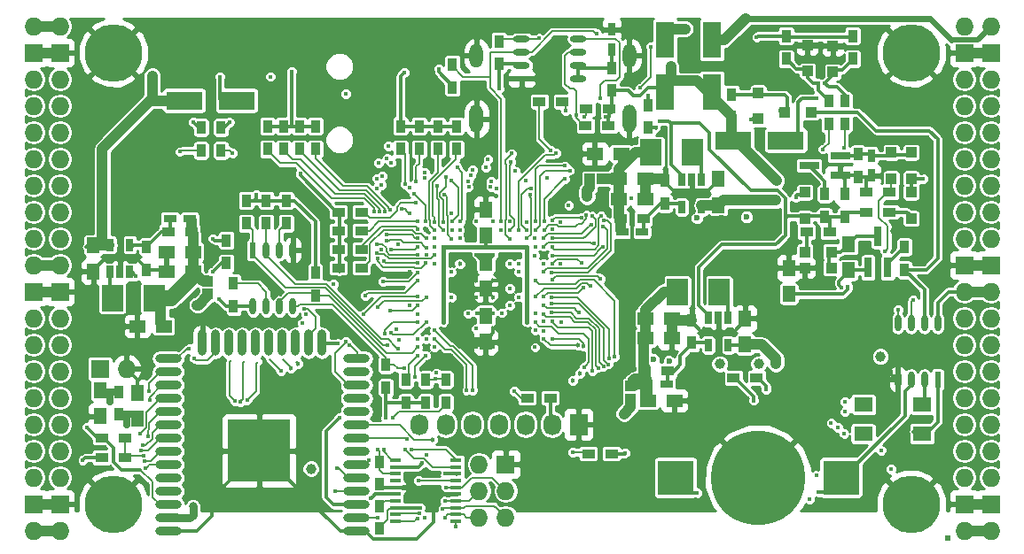
<source format=gbl>
G04 #@! TF.FileFunction,Copper,L4,Bot,Signal*
%FSLAX46Y46*%
G04 Gerber Fmt 4.6, Leading zero omitted, Abs format (unit mm)*
G04 Created by KiCad (PCBNEW 4.0.7+dfsg1-1) date Fri Dec 22 20:15:13 2017*
%MOMM*%
%LPD*%
G01*
G04 APERTURE LIST*
%ADD10C,0.100000*%
%ADD11O,1.727200X1.727200*%
%ADD12R,1.727200X1.727200*%
%ADD13R,0.500000X0.500000*%
%ADD14R,0.900000X1.200000*%
%ADD15R,1.000000X1.000000*%
%ADD16R,1.800000X3.500000*%
%ADD17R,2.000000X2.500000*%
%ADD18R,0.700000X1.200000*%
%ADD19R,1.250000X1.500000*%
%ADD20R,1.500000X1.250000*%
%ADD21R,0.800000X1.900000*%
%ADD22R,1.900000X0.800000*%
%ADD23R,1.200000X0.750000*%
%ADD24R,0.750000X1.200000*%
%ADD25R,1.200000X0.900000*%
%ADD26C,5.500000*%
%ADD27R,1.000000X0.400000*%
%ADD28R,1.727200X2.032000*%
%ADD29O,1.727200X2.032000*%
%ADD30R,3.500000X1.800000*%
%ADD31R,3.500000X3.300000*%
%ADD32C,9.000000*%
%ADD33O,1.300000X2.700000*%
%ADD34O,1.300000X2.300000*%
%ADD35R,0.600000X1.550000*%
%ADD36O,0.600000X1.550000*%
%ADD37R,1.550000X0.600000*%
%ADD38O,1.550000X0.600000*%
%ADD39O,2.500000X0.900000*%
%ADD40O,0.900000X2.500000*%
%ADD41R,6.000000X6.000000*%
%ADD42R,1.800000X1.400000*%
%ADD43C,0.400000*%
%ADD44C,1.000000*%
%ADD45C,0.600000*%
%ADD46C,0.454000*%
%ADD47C,0.800000*%
%ADD48C,0.700000*%
%ADD49C,0.300000*%
%ADD50C,0.190000*%
%ADD51C,1.000000*%
%ADD52C,0.600000*%
%ADD53C,0.500000*%
%ADD54C,0.800000*%
%ADD55C,0.700000*%
%ADD56C,0.400000*%
%ADD57C,0.200000*%
%ADD58C,1.500000*%
%ADD59C,0.127000*%
%ADD60C,1.200000*%
%ADD61C,0.254000*%
G04 APERTURE END LIST*
D10*
D11*
X97910000Y-62690000D03*
X95370000Y-62690000D03*
D12*
X97910000Y-65230000D03*
X95370000Y-65230000D03*
D11*
X97910000Y-67770000D03*
X95370000Y-67770000D03*
X97910000Y-70310000D03*
X95370000Y-70310000D03*
X97910000Y-72850000D03*
X95370000Y-72850000D03*
X97910000Y-75390000D03*
X95370000Y-75390000D03*
X97910000Y-77930000D03*
X95370000Y-77930000D03*
X97910000Y-80470000D03*
X95370000Y-80470000D03*
X97910000Y-83010000D03*
X95370000Y-83010000D03*
X97910000Y-85550000D03*
X95370000Y-85550000D03*
D12*
X97910000Y-88090000D03*
X95370000Y-88090000D03*
D11*
X97910000Y-90630000D03*
X95370000Y-90630000D03*
X97910000Y-93170000D03*
X95370000Y-93170000D03*
X97910000Y-95710000D03*
X95370000Y-95710000D03*
X97910000Y-98250000D03*
X95370000Y-98250000D03*
X97910000Y-100790000D03*
X95370000Y-100790000D03*
X97910000Y-103330000D03*
X95370000Y-103330000D03*
X97910000Y-105870000D03*
X95370000Y-105870000D03*
D12*
X97910000Y-108410000D03*
X95370000Y-108410000D03*
D11*
X97910000Y-110950000D03*
X95370000Y-110950000D03*
D13*
X182675150Y-111637626D03*
D14*
X103498000Y-99858000D03*
X103498000Y-97658000D03*
D15*
X152393000Y-97142000D03*
X152393000Y-98342000D03*
D16*
X155695000Y-69000000D03*
X155695000Y-64000000D03*
D14*
X154044000Y-72426000D03*
X154044000Y-70226000D03*
D17*
X160870000Y-88090000D03*
X156870000Y-88090000D03*
D18*
X159825000Y-90600000D03*
X160775000Y-90600000D03*
X161725000Y-90600000D03*
X161725000Y-93200000D03*
X159825000Y-93200000D03*
D17*
X102895000Y-88725000D03*
X106895000Y-88725000D03*
D18*
X104575000Y-86215000D03*
X103625000Y-86215000D03*
X102675000Y-86215000D03*
X102675000Y-83615000D03*
X104575000Y-83615000D03*
D17*
X158330000Y-74755000D03*
X154330000Y-74755000D03*
D18*
X157285000Y-77392000D03*
X158235000Y-77392000D03*
X159185000Y-77392000D03*
X159185000Y-79992000D03*
X157285000Y-79992000D03*
D19*
X101085000Y-83665000D03*
X101085000Y-86165000D03*
D20*
X153810000Y-90630000D03*
X156310000Y-90630000D03*
X153810000Y-92535000D03*
X156310000Y-92535000D03*
D19*
X163315000Y-93150000D03*
X163315000Y-90650000D03*
D20*
X151270000Y-79200000D03*
X153770000Y-79200000D03*
X151270000Y-77295000D03*
X153770000Y-77295000D03*
D19*
X160775000Y-79815000D03*
X160775000Y-77315000D03*
D20*
X110590000Y-84280000D03*
X108090000Y-84280000D03*
X110590000Y-86185000D03*
X108090000Y-86185000D03*
D19*
X173221000Y-86038000D03*
X173221000Y-83538000D03*
D21*
X176965000Y-85780000D03*
X175065000Y-85780000D03*
X176015000Y-82780000D03*
D22*
X172435000Y-75075000D03*
X172435000Y-76975000D03*
X169435000Y-76025000D03*
D23*
X153910000Y-96910000D03*
X155810000Y-96910000D03*
X151570000Y-82375000D03*
X153470000Y-82375000D03*
X110290000Y-81105000D03*
X108390000Y-81105000D03*
D24*
X175380000Y-75075000D03*
X175380000Y-76975000D03*
D25*
X169200000Y-82375000D03*
X171400000Y-82375000D03*
D14*
X172840000Y-80935000D03*
X172840000Y-78735000D03*
D25*
X177115000Y-80470000D03*
X174915000Y-80470000D03*
D14*
X174110000Y-74925000D03*
X174110000Y-77125000D03*
X178555000Y-83815000D03*
X178555000Y-86015000D03*
X113785000Y-83180000D03*
X113785000Y-85380000D03*
X170935000Y-80935000D03*
X170935000Y-78735000D03*
X128390000Y-108580000D03*
X128390000Y-110780000D03*
D25*
X150572000Y-103584000D03*
X148372000Y-103584000D03*
X177115000Y-78565000D03*
X174915000Y-78565000D03*
X153760000Y-95640000D03*
X155960000Y-95640000D03*
X110440000Y-82375000D03*
X108240000Y-82375000D03*
X151420000Y-81105000D03*
X153620000Y-81105000D03*
D14*
X158235000Y-90800000D03*
X158235000Y-93000000D03*
X106165000Y-86015000D03*
X106165000Y-83815000D03*
X155695000Y-77465000D03*
X155695000Y-79665000D03*
D25*
X126696000Y-85804000D03*
X124496000Y-85804000D03*
X126696000Y-84026000D03*
X124496000Y-84026000D03*
X126696000Y-82248000D03*
X124496000Y-82248000D03*
X126696000Y-80470000D03*
X124496000Y-80470000D03*
D14*
X130422000Y-74458000D03*
X130422000Y-72258000D03*
X132200000Y-74458000D03*
X132200000Y-72258000D03*
X133978000Y-74458000D03*
X133978000Y-72258000D03*
X135756000Y-74458000D03*
X135756000Y-72258000D03*
D24*
X150589600Y-64910000D03*
X150589600Y-63010000D03*
D11*
X184270000Y-110950000D03*
X186810000Y-110950000D03*
D12*
X184270000Y-108410000D03*
X186810000Y-108410000D03*
D11*
X184270000Y-105870000D03*
X186810000Y-105870000D03*
X184270000Y-103330000D03*
X186810000Y-103330000D03*
X184270000Y-100790000D03*
X186810000Y-100790000D03*
X184270000Y-98250000D03*
X186810000Y-98250000D03*
X184270000Y-95710000D03*
X186810000Y-95710000D03*
X184270000Y-93170000D03*
X186810000Y-93170000D03*
X184270000Y-90630000D03*
X186810000Y-90630000D03*
X184270000Y-88090000D03*
X186810000Y-88090000D03*
D12*
X184270000Y-85550000D03*
X186810000Y-85550000D03*
D11*
X184270000Y-83010000D03*
X186810000Y-83010000D03*
X184270000Y-80470000D03*
X186810000Y-80470000D03*
X184270000Y-77930000D03*
X186810000Y-77930000D03*
X184270000Y-75390000D03*
X186810000Y-75390000D03*
X184270000Y-72850000D03*
X186810000Y-72850000D03*
X184270000Y-70310000D03*
X186810000Y-70310000D03*
X184270000Y-67770000D03*
X186810000Y-67770000D03*
D12*
X184270000Y-65230000D03*
X186810000Y-65230000D03*
D11*
X184270000Y-62690000D03*
X186810000Y-62690000D03*
D26*
X102990000Y-108410000D03*
X179190000Y-108410000D03*
X179190000Y-65230000D03*
X102990000Y-65230000D03*
D14*
X162045000Y-71410000D03*
X162045000Y-69210000D03*
X139820000Y-66330000D03*
X139820000Y-64130000D03*
X135375000Y-68532000D03*
X135375000Y-66332000D03*
X150615000Y-68870000D03*
X150615000Y-66670000D03*
D25*
X150275000Y-72215000D03*
X148075000Y-72215000D03*
X150380000Y-70600000D03*
X148180000Y-70600000D03*
D27*
X135735000Y-104215000D03*
X135735000Y-104865000D03*
X135735000Y-105515000D03*
X135735000Y-106165000D03*
X135735000Y-106815000D03*
X135735000Y-107465000D03*
X135735000Y-108115000D03*
X135735000Y-108765000D03*
X135735000Y-109415000D03*
X135735000Y-110065000D03*
X129935000Y-110065000D03*
X129935000Y-109415000D03*
X129935000Y-108765000D03*
X129935000Y-108115000D03*
X129935000Y-107465000D03*
X129935000Y-106815000D03*
X129935000Y-106165000D03*
X129935000Y-105515000D03*
X129935000Y-104865000D03*
X129935000Y-104215000D03*
D14*
X119500000Y-79370000D03*
X119500000Y-81570000D03*
X114480000Y-89500000D03*
X114480000Y-87300000D03*
X129025000Y-97275000D03*
X129025000Y-95075000D03*
X117595000Y-79370000D03*
X117595000Y-81570000D03*
X122280000Y-86300000D03*
X122280000Y-88500000D03*
X115690000Y-79370000D03*
X115690000Y-81570000D03*
D25*
X144730000Y-98250000D03*
X142530000Y-98250000D03*
D14*
X132835000Y-98715000D03*
X132835000Y-96515000D03*
X130930000Y-98715000D03*
X130930000Y-96515000D03*
D25*
X101890000Y-103965000D03*
X104090000Y-103965000D03*
D12*
X101720000Y-95456000D03*
D11*
X104260000Y-95456000D03*
D25*
X104090000Y-102060000D03*
X101890000Y-102060000D03*
D19*
X167506000Y-88324000D03*
X167506000Y-85824000D03*
D25*
X164415000Y-96345000D03*
X162215000Y-96345000D03*
D14*
X167252000Y-65822000D03*
X167252000Y-63622000D03*
D12*
X140455000Y-104600000D03*
D11*
X137915000Y-104600000D03*
X140455000Y-107140000D03*
X137915000Y-107140000D03*
X140455000Y-109680000D03*
X137915000Y-109680000D03*
D19*
X138550000Y-90396000D03*
X138550000Y-92896000D03*
X138550000Y-82736000D03*
X138550000Y-80236000D03*
X138550000Y-85316000D03*
X138550000Y-87816000D03*
X101720000Y-97508000D03*
X101720000Y-100008000D03*
D14*
X113277000Y-74585000D03*
X113277000Y-72385000D03*
X111372000Y-74585000D03*
X111372000Y-72385000D03*
X172840000Y-72045000D03*
X172840000Y-69845000D03*
X171316000Y-72045000D03*
X171316000Y-69845000D03*
D28*
X147440000Y-100790000D03*
D29*
X144900000Y-100790000D03*
X142360000Y-100790000D03*
X139820000Y-100790000D03*
X137280000Y-100790000D03*
X134740000Y-100790000D03*
X132200000Y-100790000D03*
D19*
X105276000Y-100262000D03*
X105276000Y-97762000D03*
D30*
X109761000Y-69802000D03*
X114761000Y-69802000D03*
X167212000Y-73612000D03*
X162212000Y-73612000D03*
D16*
X160140000Y-64000000D03*
X160140000Y-69000000D03*
D20*
X154064000Y-98504000D03*
X156564000Y-98504000D03*
X107796000Y-91392000D03*
X105296000Y-91392000D03*
X151484000Y-74882000D03*
X148984000Y-74882000D03*
D14*
X173602000Y-65822000D03*
X173602000Y-63622000D03*
X134740000Y-96515000D03*
X134740000Y-98715000D03*
D31*
X172485000Y-105870000D03*
X156685000Y-105870000D03*
D32*
X164585000Y-105870000D03*
D15*
X169284000Y-66988000D03*
X169284000Y-64488000D03*
X171697000Y-67081000D03*
X171697000Y-64581000D03*
X169050000Y-84280000D03*
X171550000Y-84280000D03*
X179190000Y-81085000D03*
X179190000Y-78585000D03*
X169030000Y-81085000D03*
X169030000Y-78585000D03*
X171550000Y-85804000D03*
X169050000Y-85804000D03*
X179190000Y-77275000D03*
X179190000Y-74775000D03*
X177285000Y-74775000D03*
X177285000Y-77275000D03*
X167145000Y-70945000D03*
X169645000Y-70945000D03*
X164585000Y-69060000D03*
X164585000Y-71560000D03*
X112007000Y-87109000D03*
X112007000Y-88309000D03*
X149691000Y-77295000D03*
X148491000Y-77295000D03*
D14*
X128390000Y-106546000D03*
X128390000Y-104346000D03*
X117722000Y-74458000D03*
X117722000Y-72258000D03*
X119246000Y-74458000D03*
X119246000Y-72258000D03*
X120770000Y-74458000D03*
X120770000Y-72258000D03*
X122294000Y-74458000D03*
X122294000Y-72258000D03*
D25*
X145880000Y-69900000D03*
X143680000Y-69900000D03*
D33*
X152280000Y-71550000D03*
X137680000Y-71550000D03*
D34*
X137680000Y-65500000D03*
X152280000Y-65500000D03*
D35*
X181730000Y-96505000D03*
D36*
X180460000Y-96505000D03*
X179190000Y-96505000D03*
X177920000Y-96505000D03*
X177920000Y-91105000D03*
X179190000Y-91105000D03*
X180460000Y-91105000D03*
X181730000Y-91105000D03*
D37*
X141980000Y-67706500D03*
D38*
X141980000Y-66436500D03*
X141980000Y-65166500D03*
X141980000Y-63896500D03*
X147380000Y-63896500D03*
X147380000Y-65166500D03*
X147380000Y-66436500D03*
X147380000Y-67706500D03*
D35*
X116325000Y-84120000D03*
D36*
X117595000Y-84120000D03*
X118865000Y-84120000D03*
X120135000Y-84120000D03*
X120135000Y-89520000D03*
X118865000Y-89520000D03*
X117595000Y-89520000D03*
X116325000Y-89520000D03*
D39*
X126230000Y-111000000D03*
X126230000Y-109730000D03*
X126230000Y-108460000D03*
X126230000Y-107190000D03*
X126230000Y-105920000D03*
X126230000Y-104650000D03*
X126230000Y-103380000D03*
X126230000Y-102110000D03*
X126230000Y-100840000D03*
X126230000Y-99570000D03*
X126230000Y-98300000D03*
X126230000Y-97030000D03*
X126230000Y-95760000D03*
X126230000Y-94490000D03*
D40*
X122945000Y-93000000D03*
X121675000Y-93000000D03*
X120405000Y-93000000D03*
X119135000Y-93000000D03*
X117865000Y-93000000D03*
X116595000Y-93000000D03*
X115325000Y-93000000D03*
X114055000Y-93000000D03*
X112785000Y-93000000D03*
X111515000Y-93000000D03*
D39*
X108230000Y-94490000D03*
X108230000Y-95760000D03*
X108230000Y-97030000D03*
X108230000Y-98300000D03*
X108230000Y-99570000D03*
X108230000Y-100840000D03*
X108230000Y-102110000D03*
X108230000Y-103380000D03*
X108230000Y-104650000D03*
X108230000Y-105920000D03*
X108230000Y-107190000D03*
X108230000Y-108460000D03*
X108230000Y-109730000D03*
X108230000Y-111000000D03*
D41*
X116930000Y-103300000D03*
D42*
X180212000Y-98882000D03*
X174612000Y-98882000D03*
X174612000Y-101682000D03*
X180212000Y-101682000D03*
D43*
X144103496Y-84660400D03*
D44*
X177658444Y-82281349D03*
D43*
X145680000Y-81405125D03*
X145691238Y-94166752D03*
X145759873Y-91010176D03*
D45*
X152525938Y-81463870D03*
D44*
X162956098Y-95078488D03*
X158539988Y-94868772D03*
D45*
X161075765Y-80992022D03*
X164882869Y-80938986D03*
X156262773Y-81349374D03*
X123437000Y-108972000D03*
D43*
X132871770Y-84533979D03*
X132862998Y-82124544D03*
X131278306Y-86213101D03*
X135281276Y-80583119D03*
X131279502Y-89407325D03*
X170309539Y-85441529D03*
X145672808Y-85396062D03*
X133216000Y-107465000D03*
X137680000Y-88600000D03*
X142480000Y-95000000D03*
X141680000Y-92600000D03*
X140836000Y-84534000D03*
X135284627Y-94985297D03*
X135288625Y-94225619D03*
X134455822Y-94267172D03*
X136095958Y-93369652D03*
D46*
X139264636Y-91615205D03*
D44*
X116880503Y-64802940D03*
X106974809Y-64953974D03*
X175210328Y-64948943D03*
X165417246Y-64954666D03*
D43*
X175495631Y-71457432D03*
X177285000Y-95710000D03*
X140880000Y-81400000D03*
X136085174Y-89394826D03*
X140874194Y-91433353D03*
X142480000Y-94200000D03*
X140880000Y-93400000D03*
X139280000Y-93400000D03*
X137680000Y-93400000D03*
X136880000Y-92600000D03*
X135280000Y-92600000D03*
X132880000Y-91800000D03*
X132880000Y-93400000D03*
D46*
X141042859Y-86994997D03*
X139280000Y-87000000D03*
X136110990Y-86995403D03*
X137680000Y-87000000D03*
X136080000Y-84600000D03*
X139280000Y-88600000D03*
D44*
X106720415Y-67436305D03*
X166284693Y-95025145D03*
X166248957Y-79348409D03*
X166343357Y-77477990D03*
D43*
X172564535Y-87722010D03*
D44*
X121861867Y-105030174D03*
D43*
X150030853Y-71331848D03*
D44*
X156235582Y-66548363D03*
X101932065Y-82585048D03*
D43*
X127586603Y-107875044D03*
D44*
X157600000Y-62944000D03*
X148237462Y-79019093D03*
D43*
X148271935Y-77558071D03*
X117976000Y-67516000D03*
D44*
X160905403Y-95006436D03*
D45*
X158731133Y-81048929D03*
X154593901Y-94607945D03*
X156088245Y-94762980D03*
D44*
X164625730Y-94982471D03*
D45*
X163462982Y-80942429D03*
D44*
X176254940Y-94288458D03*
D47*
X110593913Y-108636458D03*
D43*
X180340784Y-77316932D03*
X173137949Y-87594275D03*
D48*
X102710050Y-98594954D03*
D43*
X154794000Y-72426000D03*
X129005202Y-100174798D03*
X137659051Y-91638034D03*
X139820000Y-68665673D03*
X172834633Y-99599920D03*
X172879922Y-98618650D03*
X176305593Y-103279812D03*
X164433885Y-63737451D03*
X134079160Y-66786153D03*
X116654336Y-78777990D03*
X112515000Y-83010000D03*
X100080000Y-104200000D03*
X113080000Y-88800000D03*
X135273306Y-88618602D03*
X139272517Y-84611349D03*
X137680556Y-84534085D03*
X141680000Y-86200000D03*
X135280000Y-86200000D03*
X132880000Y-92600000D03*
X132080000Y-92600000D03*
X141680000Y-88600000D03*
X141680000Y-85400000D03*
X165349214Y-97422919D03*
X121401947Y-90251871D03*
X129988160Y-91721995D03*
X130302262Y-92700329D03*
X121041200Y-91125073D03*
D44*
X110991000Y-89360000D03*
D43*
X142480000Y-91000000D03*
X142480000Y-83800000D03*
X134480000Y-83800000D03*
X134480000Y-91000000D03*
X105160274Y-86610828D03*
X125193541Y-69156848D03*
X155149360Y-71764535D03*
X170182962Y-69571012D03*
X170362901Y-107286196D03*
X158716651Y-107325176D03*
X128216338Y-109760338D03*
X132708000Y-109680000D03*
X137295592Y-97538017D03*
X134750646Y-106810513D03*
X133680000Y-91800000D03*
X136740903Y-97514503D03*
X134675868Y-108131585D03*
D46*
X133449289Y-102232615D03*
D43*
X133680000Y-92600000D03*
X132936956Y-103711000D03*
X127385678Y-104203668D03*
X133685482Y-93402296D03*
X134463998Y-108841973D03*
X131039072Y-102187000D03*
X131808905Y-96227367D03*
X134636872Y-109719950D03*
X132846234Y-94197073D03*
X176700000Y-84220000D03*
X143260000Y-84620000D03*
X120834553Y-76779094D03*
X130761990Y-67119621D03*
X147186000Y-71200000D03*
X147983153Y-71347080D03*
X149475951Y-69619684D03*
X153297112Y-68608292D03*
X177926984Y-89812061D03*
X154329326Y-64643767D03*
X152497066Y-79193467D03*
X146481406Y-79819384D03*
X143650666Y-63862520D03*
X179351513Y-88868327D03*
X149134122Y-63424051D03*
X140035989Y-81400000D03*
X115759823Y-98502036D03*
X132083026Y-86260405D03*
X128776655Y-87135140D03*
X119008515Y-95662939D03*
D46*
X119978162Y-95412951D03*
X120634035Y-94977604D03*
D43*
X113157250Y-67567056D03*
X146180000Y-70800000D03*
X131453853Y-103208291D03*
X149771692Y-81825658D03*
X144080000Y-86200000D03*
X149533922Y-86870784D03*
X144894316Y-86977564D03*
X144896700Y-83835368D03*
X149549750Y-80868432D03*
D46*
X147343891Y-93217126D03*
D43*
X144113248Y-92588762D03*
X144875155Y-86292748D03*
X149846468Y-81303978D03*
X148696112Y-80861847D03*
X144916886Y-82991356D03*
D46*
X147915304Y-93322307D03*
D43*
X144882352Y-92577990D03*
X144902941Y-90956495D03*
X148747982Y-95669626D03*
X144867244Y-90112484D03*
X149795895Y-95251084D03*
X144855814Y-89268481D03*
X150278898Y-95040253D03*
X150345974Y-94517527D03*
X144877648Y-88622010D03*
X150889207Y-94332565D03*
X143280000Y-87000000D03*
X130807074Y-95454141D03*
X130171404Y-93544341D03*
X132080000Y-93400000D03*
X129196652Y-93209125D03*
X133852393Y-95875797D03*
X141280000Y-97600000D03*
X133762848Y-96395146D03*
X132080000Y-94200000D03*
X128610772Y-84072485D03*
X105895603Y-103765816D03*
X130839486Y-103208291D03*
X132075624Y-89410644D03*
X129449238Y-89926948D03*
X128806823Y-103185900D03*
X128251440Y-89564206D03*
X132162861Y-106185868D03*
X132880000Y-88600000D03*
X124329568Y-104994951D03*
X127040053Y-88481065D03*
X132080000Y-87000000D03*
X125499542Y-93250681D03*
X124202418Y-107207639D03*
X109323798Y-74706222D03*
X132024412Y-109766775D03*
X114371508Y-74859518D03*
X132219727Y-109277292D03*
X135315381Y-81391918D03*
X135280062Y-77463305D03*
X134471370Y-81406751D03*
X134758050Y-77130140D03*
X132761172Y-77202673D03*
X132737245Y-76676207D03*
X128644933Y-77050030D03*
X128152012Y-77257840D03*
X128125571Y-78233647D03*
X110718734Y-94451783D03*
X128590544Y-77894041D03*
X110249038Y-93533767D03*
X106368514Y-97598098D03*
X131253134Y-78134216D03*
X106477197Y-98487772D03*
X132783339Y-81400004D03*
X131709326Y-78745875D03*
X132079024Y-82984045D03*
X129109095Y-82655074D03*
X105572759Y-101661319D03*
X106276126Y-101893466D03*
X132880889Y-83897835D03*
X129054383Y-83179239D03*
X129487667Y-84079929D03*
X132083682Y-83828056D03*
X105813763Y-102819336D03*
X132062099Y-84533979D03*
X128165458Y-83528763D03*
X105627254Y-103312241D03*
X128183315Y-84380742D03*
X105992720Y-104283802D03*
X133671942Y-84595200D03*
X132834641Y-85377990D03*
X128203260Y-84907376D03*
X106088753Y-104974041D03*
D46*
X146862501Y-96617499D03*
X147534467Y-95913260D03*
D43*
X147927932Y-95329243D03*
X143280000Y-91000000D03*
X149284391Y-95377990D03*
X144077013Y-90266968D03*
X147430953Y-90112484D03*
X144076240Y-89395301D03*
X143281824Y-90201951D03*
X144102010Y-85397219D03*
X144889349Y-85448737D03*
X147687390Y-85374093D03*
X148610661Y-81705858D03*
X144102010Y-83000000D03*
X144888125Y-82147345D03*
X147910791Y-87683418D03*
X144082832Y-88584510D03*
X148540663Y-87547222D03*
X143278026Y-88595030D03*
X148175253Y-80781550D03*
X144125486Y-82186468D03*
X147688311Y-80983115D03*
X144880008Y-81303333D03*
X139280000Y-81400000D03*
X139578623Y-78205862D03*
X139034115Y-78040948D03*
X139046749Y-77514088D03*
X138580000Y-76200000D03*
X138779198Y-75400762D03*
X137680000Y-81400000D03*
X137308732Y-76415018D03*
X137106948Y-76979922D03*
X136859538Y-77550820D03*
X136922059Y-78097889D03*
X136096392Y-81395070D03*
X135830698Y-76200613D03*
X149732494Y-83807694D03*
X144912409Y-84635817D03*
X148921512Y-83442010D03*
X144103186Y-83777990D03*
X142841210Y-78784254D03*
X142473549Y-82998913D03*
X142864275Y-78217369D03*
X142437464Y-82181475D03*
X146089079Y-77300571D03*
X144144931Y-81387081D03*
X144394875Y-77219934D03*
X146577729Y-76500816D03*
X143281475Y-82206074D03*
X146130802Y-76060132D03*
X143300920Y-81377293D03*
X145255695Y-74817220D03*
X141662690Y-82207782D03*
X142456909Y-81405800D03*
X140030954Y-82200000D03*
X141342967Y-76554996D03*
X141046643Y-74873804D03*
X140864029Y-83041403D03*
X140874966Y-82177164D03*
X140980062Y-75681941D03*
X115149319Y-98625494D03*
X132872609Y-82968555D03*
X132080007Y-82103333D03*
X132080000Y-81400000D03*
X131847310Y-79589886D03*
X130856828Y-77786820D03*
X131923295Y-77584853D03*
X133648389Y-82190597D03*
X133627359Y-81414685D03*
X129477855Y-92000822D03*
X132880000Y-91000000D03*
X128879646Y-92111037D03*
X132077648Y-90977990D03*
X131275302Y-80595752D03*
X130489904Y-80167235D03*
X128823114Y-85153560D03*
X132072985Y-85377990D03*
X134476508Y-82180155D03*
X133942383Y-77980766D03*
X163908850Y-71651861D03*
X135656559Y-110610712D03*
X132468001Y-104503413D03*
X146844288Y-103452739D03*
X132285867Y-108754446D03*
X134707351Y-105508447D03*
D48*
X104260000Y-100790000D03*
D43*
X114604320Y-98573680D03*
X112515000Y-86185000D03*
X164144561Y-98511733D03*
X170157734Y-105666345D03*
X169506589Y-107953726D03*
X170735900Y-74464979D03*
X143257990Y-83000000D03*
X168166438Y-79108038D03*
X151896383Y-103510715D03*
X114075797Y-71903914D03*
X110632496Y-71877629D03*
X143269694Y-93414905D03*
X177274002Y-105079115D03*
X172761273Y-101651681D03*
X143280000Y-91800000D03*
X172193360Y-101105663D03*
X144064831Y-91877646D03*
X144080000Y-90956495D03*
X171540304Y-100645743D03*
X135320520Y-82196441D03*
X129493343Y-75737814D03*
X136080000Y-82200000D03*
X129125079Y-75315804D03*
X136080000Y-83000000D03*
X129252218Y-74142461D03*
X142377451Y-77497451D03*
X172746637Y-74347988D03*
X143280000Y-83800000D03*
X170300000Y-68151000D03*
X170950000Y-68125562D03*
X125167387Y-92841517D03*
X121206217Y-89762554D03*
X132082956Y-90210779D03*
X182675150Y-111637626D03*
X124027706Y-87347706D03*
X124027707Y-87347707D03*
X166678914Y-70803555D03*
X129660000Y-100155000D03*
X124580000Y-100155000D03*
X132084049Y-88558274D03*
X126880008Y-90276109D03*
X128280000Y-103200000D03*
X120008000Y-67008000D03*
X127889625Y-80407426D03*
X133680000Y-85400000D03*
X130204628Y-83599483D03*
X128416582Y-80399850D03*
X133680000Y-83800000D03*
X128943593Y-80399729D03*
X133680000Y-83000000D03*
X129457990Y-80285112D03*
X144780000Y-74590382D03*
X124453000Y-93043000D03*
X137689001Y-90122990D03*
D44*
X151758000Y-99774000D03*
D43*
X136885174Y-90194826D03*
X140094890Y-90122990D03*
X139280000Y-90122990D03*
X140880000Y-89400000D03*
X140880000Y-87800000D03*
X140880000Y-85400000D03*
D46*
X136080000Y-85400000D03*
D43*
X128333179Y-75769807D03*
X134613000Y-78819000D03*
X135280000Y-83022010D03*
X154052298Y-69302298D03*
X100450000Y-101044000D03*
D49*
X155822000Y-83645000D02*
X155822000Y-81790147D01*
X155822000Y-81790147D02*
X156262773Y-81349374D01*
X153039876Y-83645000D02*
X155822000Y-83645000D01*
X152525938Y-83131062D02*
X153039876Y-83645000D01*
X152525938Y-81463870D02*
X152525938Y-83131062D01*
D50*
X138029000Y-66332000D02*
X138115000Y-66246000D01*
D49*
X133415999Y-107664999D02*
X133216000Y-107465000D01*
X133612013Y-107861013D02*
X133415999Y-107664999D01*
X131991648Y-111780338D02*
X133612013Y-110159973D01*
X127810434Y-111780338D02*
X131991648Y-111780338D01*
X133612013Y-110159973D02*
X133612013Y-107861013D01*
X127060434Y-111030338D02*
X127810434Y-111780338D01*
X126260434Y-111030338D02*
X127060434Y-111030338D01*
D51*
X184270000Y-108410000D02*
X186810000Y-108410000D01*
X184270000Y-85550000D02*
X186810000Y-85550000D01*
X184270000Y-65230000D02*
X186810000Y-65230000D01*
X95370000Y-65230000D02*
X97910000Y-65230000D01*
X95370000Y-88090000D02*
X97910000Y-88090000D01*
X95370000Y-108410000D02*
X97910000Y-108410000D01*
D49*
X108260434Y-111030338D02*
X109060434Y-111030338D01*
X109060434Y-111030338D02*
X109140772Y-110950000D01*
X110957617Y-110950000D02*
X112380000Y-109527617D01*
X109140772Y-110950000D02*
X110957617Y-110950000D01*
X112380000Y-109527617D02*
X112380000Y-107854384D01*
X112380000Y-107854384D02*
X116904046Y-103330338D01*
X116904046Y-103330338D02*
X116960434Y-103330338D01*
X167506000Y-85824000D02*
X169927068Y-85824000D01*
X169927068Y-85824000D02*
X170109540Y-85641528D01*
X170109540Y-85641528D02*
X170309539Y-85441529D01*
X104260000Y-95456000D02*
X105276000Y-96472000D01*
X105276000Y-96472000D02*
X105276000Y-97762000D01*
X133216000Y-107465000D02*
X132214478Y-107465000D01*
X135735000Y-107465000D02*
X133216000Y-107465000D01*
X132214478Y-107465000D02*
X131572496Y-106823018D01*
X131572496Y-106823018D02*
X129919874Y-106823018D01*
X126260434Y-111030338D02*
X124660659Y-111030338D01*
X124660659Y-111030338D02*
X116960659Y-103330338D01*
X116960659Y-103330338D02*
X116960434Y-103330338D01*
X129935000Y-106815000D02*
X128659000Y-106815000D01*
X128659000Y-106815000D02*
X128390000Y-106546000D01*
X128390000Y-106546000D02*
X128558000Y-106546000D01*
X136126306Y-93400000D02*
X136095958Y-93369652D01*
X136880000Y-92600000D02*
X136110348Y-93369652D01*
X136049652Y-93369652D02*
X136095958Y-93369652D01*
X137680000Y-93400000D02*
X136126306Y-93400000D01*
X135280000Y-92600000D02*
X136049652Y-93369652D01*
X136110348Y-93369652D02*
X136095958Y-93369652D01*
X139264636Y-92054364D02*
X139264636Y-91936231D01*
X139264636Y-91936231D02*
X139264636Y-91615205D01*
X138550000Y-92769000D02*
X139264636Y-92054364D01*
X136880000Y-92600000D02*
X137680000Y-93400000D01*
X136880000Y-92600000D02*
X138381000Y-92600000D01*
X138381000Y-92600000D02*
X138550000Y-92769000D01*
X135280000Y-92600000D02*
X136880000Y-92600000D01*
X138550000Y-92769000D02*
X138649000Y-92769000D01*
X138649000Y-92769000D02*
X139280000Y-93400000D01*
X138550000Y-92769000D02*
X138311000Y-92769000D01*
X138311000Y-92769000D02*
X137680000Y-93400000D01*
X175042385Y-64781000D02*
X175210328Y-64948943D01*
X171697000Y-64781000D02*
X175042385Y-64781000D01*
X165683912Y-64688000D02*
X165417246Y-64954666D01*
X169284000Y-64688000D02*
X165683912Y-64688000D01*
X169284000Y-64688000D02*
X171604000Y-64688000D01*
X171604000Y-64688000D02*
X171697000Y-64781000D01*
X177285000Y-95710000D02*
X177285000Y-95964000D01*
X177285000Y-95964000D02*
X177920000Y-96599000D01*
X102210000Y-84915000D02*
X103625000Y-84915000D01*
X103625000Y-84915000D02*
X105215000Y-84915000D01*
X103625000Y-86215000D02*
X103625000Y-84915000D01*
X105215000Y-84915000D02*
X106165000Y-85865000D01*
X106165000Y-85865000D02*
X106165000Y-86015000D01*
X101085000Y-86165000D02*
X101085000Y-86040000D01*
X101085000Y-86040000D02*
X102210000Y-84915000D01*
X106165000Y-86015000D02*
X107920000Y-86015000D01*
X107920000Y-86015000D02*
X108090000Y-86185000D01*
D51*
X153770000Y-77295000D02*
X155525000Y-77295000D01*
D49*
X155525000Y-77295000D02*
X155695000Y-77465000D01*
D51*
X153770000Y-79200000D02*
X153770000Y-77295000D01*
D49*
X174110000Y-77125000D02*
X174745000Y-77125000D01*
X174745000Y-77125000D02*
X175230000Y-77125000D01*
X174915000Y-78565000D02*
X174915000Y-77295000D01*
X174915000Y-77295000D02*
X174745000Y-77125000D01*
X172840000Y-78735000D02*
X172840000Y-77380000D01*
X172840000Y-77380000D02*
X172435000Y-76975000D01*
X175230000Y-77125000D02*
X175380000Y-76975000D01*
X172435000Y-76975000D02*
X173960000Y-76975000D01*
X173960000Y-76975000D02*
X174110000Y-77125000D01*
X137680000Y-86200000D02*
X137680000Y-86600000D01*
X136080000Y-84600000D02*
X137680000Y-86200000D01*
X159850000Y-78365000D02*
X158235000Y-78365000D01*
X158235000Y-78365000D02*
X156445000Y-78365000D01*
X158235000Y-77235000D02*
X158235000Y-78365000D01*
X160775000Y-77315000D02*
X160775000Y-77440000D01*
X160775000Y-77440000D02*
X159850000Y-78365000D01*
X156445000Y-78365000D02*
X155695000Y-77615000D01*
X155695000Y-77615000D02*
X155695000Y-77465000D01*
D51*
X156310000Y-90630000D02*
X156310000Y-92535000D01*
X158235000Y-90800000D02*
X156480000Y-90800000D01*
D49*
X156480000Y-90800000D02*
X156310000Y-90630000D01*
X163315000Y-90650000D02*
X163315000Y-90834602D01*
X163315000Y-90834602D02*
X162249602Y-91900000D01*
X162249602Y-91900000D02*
X160775000Y-91900000D01*
X101085000Y-86165000D02*
X101085000Y-85929893D01*
X106165000Y-85944374D02*
X106165000Y-86015000D01*
X159185000Y-91900000D02*
X160775000Y-91900000D01*
X160775000Y-90600000D02*
X160775000Y-91900000D01*
X158235000Y-90800000D02*
X158235000Y-90950000D01*
X158235000Y-90950000D02*
X159185000Y-91900000D01*
X108090000Y-84280000D02*
X108090000Y-86185000D01*
X107625000Y-84745000D02*
X108090000Y-84280000D01*
X108070000Y-84260000D02*
X108090000Y-84280000D01*
X141037856Y-87000000D02*
X141042859Y-86994997D01*
X139280000Y-87000000D02*
X141037856Y-87000000D01*
X136432016Y-86995403D02*
X136110990Y-86995403D01*
X137284597Y-86995403D02*
X136432016Y-86995403D01*
X137680000Y-86600000D02*
X137284597Y-86995403D01*
X137680000Y-86600000D02*
X137680000Y-87000000D01*
D51*
X106720415Y-69627585D02*
X106720415Y-68143411D01*
X106407114Y-69940886D02*
X106720415Y-69627585D01*
X106720415Y-68143411D02*
X106720415Y-67436305D01*
X166284693Y-94494693D02*
X166284693Y-95025145D01*
X164940000Y-93150000D02*
X166284693Y-94494693D01*
X163315000Y-93150000D02*
X164940000Y-93150000D01*
X165541851Y-79348409D02*
X166248957Y-79348409D01*
X161241591Y-79348409D02*
X165541851Y-79348409D01*
X160790000Y-79800000D02*
X161241591Y-79348409D01*
D49*
X150615000Y-68870000D02*
X152180000Y-68870000D01*
X153331001Y-69348999D02*
X152658999Y-69348999D01*
X152658999Y-69348999D02*
X152180000Y-68870000D01*
X154087002Y-68592998D02*
X155287998Y-68592998D01*
X153331001Y-69348999D02*
X154087002Y-68592998D01*
X155287998Y-68592998D02*
X155695000Y-69000000D01*
D51*
X162045000Y-71410000D02*
X162045000Y-73179633D01*
X162045000Y-73179633D02*
X165843358Y-76977991D01*
X165843358Y-76977991D02*
X166343357Y-77477990D01*
D49*
X101085000Y-83665000D02*
X101684316Y-83665000D01*
X101684316Y-83665000D02*
X101913492Y-83435824D01*
D51*
X101913492Y-83435824D02*
X101913492Y-82603621D01*
D49*
X101913492Y-82603621D02*
X101932065Y-82585048D01*
X172296000Y-87453475D02*
X172364536Y-87522011D01*
X172364536Y-87522011D02*
X172564535Y-87722010D01*
X172296000Y-87088000D02*
X172296000Y-87453475D01*
X173221000Y-86038000D02*
X173221000Y-86163000D01*
X173221000Y-86163000D02*
X172296000Y-87088000D01*
X150275000Y-71465000D02*
X150380000Y-71360000D01*
X150380000Y-71360000D02*
X150380000Y-70600000D01*
X150615000Y-70935000D02*
X150615000Y-69995990D01*
X150615000Y-69995990D02*
X150615000Y-68870000D01*
X150313695Y-71331848D02*
X150030853Y-71331848D01*
X150141848Y-71331848D02*
X150030853Y-71331848D01*
X150275000Y-71465000D02*
X150141848Y-71331848D01*
X150275000Y-72215000D02*
X150275000Y-71465000D01*
X160140000Y-69000000D02*
X160140000Y-69850000D01*
X160140000Y-69850000D02*
X161700000Y-71410000D01*
D51*
X156235582Y-67716832D02*
X156235582Y-66548363D01*
X158681338Y-67896338D02*
X156415088Y-67896338D01*
X156415088Y-67896338D02*
X156235582Y-67716832D01*
D49*
X156235582Y-66578582D02*
X156235582Y-66548363D01*
D51*
X101932065Y-81877942D02*
X101932065Y-82585048D01*
X101932065Y-74415935D02*
X101932065Y-81877942D01*
X106407114Y-69940886D02*
X101932065Y-74415935D01*
D49*
X110610000Y-69548000D02*
X110610000Y-69802000D01*
D51*
X109975000Y-69802000D02*
X106546000Y-69802000D01*
X106546000Y-69802000D02*
X106419000Y-69929000D01*
X106419000Y-69929000D02*
X106407114Y-69940886D01*
D49*
X106419000Y-69675000D02*
X106419000Y-69929000D01*
X100572432Y-83665000D02*
X100424079Y-83813353D01*
X101085000Y-83665000D02*
X100572432Y-83665000D01*
X160790000Y-79800000D02*
X160775000Y-79815000D01*
X160775000Y-79940000D02*
X160775000Y-79815000D01*
X164925000Y-93150000D02*
X164240000Y-93150000D01*
X164240000Y-93150000D02*
X163315000Y-93150000D01*
X101085000Y-83665000D02*
X101085000Y-83790000D01*
D51*
X159185000Y-79835000D02*
X160755000Y-79835000D01*
D49*
X160755000Y-79835000D02*
X160775000Y-79815000D01*
X161725000Y-93200000D02*
X163265000Y-93200000D01*
X163265000Y-93200000D02*
X163315000Y-93150000D01*
X173221000Y-86038000D02*
X174807000Y-86038000D01*
X174807000Y-86038000D02*
X175065000Y-85780000D01*
D51*
X101085000Y-83665000D02*
X102625000Y-83665000D01*
D49*
X102625000Y-83665000D02*
X102675000Y-83615000D01*
X161700000Y-71410000D02*
X162045000Y-71410000D01*
D51*
X162045000Y-71410000D02*
X162045000Y-71260000D01*
X162045000Y-71260000D02*
X158681338Y-67896338D01*
D49*
X162045000Y-71753000D02*
X162045000Y-71410000D01*
X127786602Y-107675045D02*
X127586603Y-107875044D01*
X129935000Y-107465000D02*
X127996647Y-107465000D01*
X127996647Y-107465000D02*
X127786602Y-107675045D01*
X155695000Y-64000000D02*
X155695000Y-63368337D01*
X155695000Y-63368337D02*
X156119337Y-62944000D01*
D51*
X156119337Y-62944000D02*
X157600000Y-62944000D01*
X160140000Y-64000000D02*
X161340000Y-64000000D01*
X161340000Y-64000000D02*
X163399217Y-61940783D01*
D52*
X163399217Y-61940783D02*
X180980783Y-61940783D01*
D53*
X185540000Y-63960000D02*
X186810000Y-62690000D01*
D52*
X180980783Y-61940783D02*
X183000000Y-63960000D01*
D53*
X183000000Y-63960000D02*
X185540000Y-63960000D01*
D51*
X148202000Y-78413082D02*
X148202454Y-78413536D01*
D49*
X148491000Y-77295000D02*
X148491000Y-77339006D01*
X148491000Y-77339006D02*
X148471934Y-77358072D01*
X148471934Y-77358072D02*
X148271935Y-77558071D01*
X148202000Y-78022023D02*
X148271935Y-77952088D01*
X148271935Y-77952088D02*
X148271935Y-77840913D01*
D51*
X148202454Y-78413536D02*
X148202454Y-78984085D01*
X148202454Y-78984085D02*
X148237462Y-79019093D01*
D49*
X148271935Y-77840913D02*
X148271935Y-77558071D01*
D54*
X110593913Y-109202143D02*
X110593913Y-108636458D01*
X110593913Y-109476859D02*
X110593913Y-109202143D01*
X110310434Y-109760338D02*
X110593913Y-109476859D01*
X108260434Y-109760338D02*
X110310434Y-109760338D01*
D49*
X179190000Y-77075000D02*
X179431932Y-77316932D01*
X179431932Y-77316932D02*
X180057942Y-77316932D01*
X180057942Y-77316932D02*
X180340784Y-77316932D01*
D51*
X184270000Y-110950000D02*
X186810000Y-110950000D01*
X184270000Y-88090000D02*
X186810000Y-88090000D01*
X95370000Y-62690000D02*
X97910000Y-62690000D01*
X95370000Y-85550000D02*
X97910000Y-85550000D01*
X95370000Y-110950000D02*
X97910000Y-110950000D01*
D49*
X179190000Y-78585000D02*
X179190000Y-77275000D01*
X129025000Y-97275000D02*
X129025000Y-98800000D01*
X129025000Y-98800000D02*
X129025000Y-100155000D01*
X130930000Y-98715000D02*
X129110000Y-98715000D01*
X129110000Y-98715000D02*
X129025000Y-98800000D01*
X167506000Y-88324000D02*
X172691066Y-88324000D01*
X172691066Y-88324000D02*
X173137949Y-87877117D01*
X173137949Y-87877117D02*
X173137949Y-87594275D01*
D55*
X102710050Y-97683950D02*
X102710050Y-98099980D01*
X102736000Y-97658000D02*
X102710050Y-97683950D01*
X102710050Y-98099980D02*
X102710050Y-98594954D01*
X102736000Y-97658000D02*
X101870000Y-97658000D01*
X103498000Y-97658000D02*
X102736000Y-97658000D01*
D49*
X101870000Y-97658000D02*
X101720000Y-97508000D01*
X148202000Y-78413082D02*
X148491000Y-78124082D01*
D51*
X148491000Y-78124082D02*
X148491000Y-77295000D01*
X148202000Y-78413082D02*
X148439744Y-78175338D01*
D49*
X154806000Y-72438000D02*
X154794000Y-72426000D01*
X154044000Y-72426000D02*
X154794000Y-72426000D01*
X129025000Y-100155000D02*
X129005202Y-100174798D01*
X129025000Y-97275000D02*
X129025000Y-98175000D01*
X132835000Y-98715000D02*
X130930000Y-98715000D01*
X173602000Y-63706000D02*
X167336000Y-63706000D01*
X167336000Y-63706000D02*
X167252000Y-63622000D01*
X167252000Y-63622000D02*
X164549336Y-63622000D01*
X164549336Y-63622000D02*
X164433885Y-63737451D01*
X138550000Y-85042000D02*
X138188471Y-85042000D01*
X138188471Y-85042000D02*
X137680556Y-84534085D01*
X138550000Y-85042000D02*
X138841866Y-85042000D01*
X138841866Y-85042000D02*
X139272517Y-84611349D01*
X137680556Y-84534085D02*
X139195253Y-84534085D01*
X139195253Y-84534085D02*
X139272517Y-84611349D01*
X139820000Y-66330000D02*
X139820000Y-68665673D01*
X165349214Y-97129214D02*
X165349214Y-97422919D01*
X164565000Y-96345000D02*
X165349214Y-97129214D01*
X164415000Y-96345000D02*
X164565000Y-96345000D01*
X134079160Y-67068995D02*
X134079160Y-66786153D01*
X134079160Y-67086160D02*
X134079160Y-67068995D01*
X135375000Y-68382000D02*
X134079160Y-67086160D01*
X135375000Y-68532000D02*
X135375000Y-68382000D01*
X116654336Y-79155664D02*
X116654336Y-79060832D01*
X115690000Y-79370000D02*
X116440000Y-79370000D01*
X116440000Y-79370000D02*
X116654336Y-79155664D01*
X116654336Y-79060832D02*
X116654336Y-78777990D01*
X181730000Y-89106000D02*
X182746000Y-88090000D01*
X182746000Y-88090000D02*
X184270000Y-88090000D01*
X181730000Y-91011000D02*
X181730000Y-89106000D01*
X144730000Y-98250000D02*
X144730000Y-99266000D01*
X144730000Y-99266000D02*
X144730000Y-99400000D01*
X144730000Y-99400000D02*
X144730000Y-100620000D01*
X113785000Y-83180000D02*
X112685000Y-83180000D01*
X112685000Y-83180000D02*
X112515000Y-83010000D01*
X122280000Y-86300000D02*
X122280000Y-81400000D01*
X122280000Y-81400000D02*
X120250000Y-79370000D01*
X120250000Y-79370000D02*
X119500000Y-79370000D01*
X100315000Y-103965000D02*
X100080000Y-104200000D01*
X101890000Y-103965000D02*
X100315000Y-103965000D01*
X117595000Y-79370000D02*
X119500000Y-79370000D01*
X115690000Y-79370000D02*
X117595000Y-79370000D01*
X114480000Y-89500000D02*
X113780000Y-89500000D01*
X113780000Y-89500000D02*
X113080000Y-88800000D01*
X114480000Y-89500000D02*
X116305000Y-89500000D01*
X116305000Y-89500000D02*
X116325000Y-89520000D01*
X144900000Y-98250000D02*
X144730000Y-98250000D01*
X144730000Y-100620000D02*
X144900000Y-100790000D01*
X139820000Y-66330000D02*
X141875000Y-66330000D01*
X141875000Y-66330000D02*
X141980000Y-66435000D01*
X156010000Y-95710000D02*
X156524914Y-95710000D01*
X156524914Y-95710000D02*
X157145126Y-95089788D01*
X157145126Y-95089788D02*
X157145126Y-94239874D01*
X157145126Y-94239874D02*
X158235000Y-93150000D01*
X158235000Y-93150000D02*
X158235000Y-93000000D01*
X155960000Y-95640000D02*
X155960000Y-96760000D01*
X155960000Y-96760000D02*
X155810000Y-96910000D01*
X158235000Y-93000000D02*
X159625000Y-93000000D01*
X159625000Y-93000000D02*
X159825000Y-93200000D01*
D51*
X112007000Y-88471000D02*
X111118000Y-89360000D01*
X111118000Y-89360000D02*
X110991000Y-89360000D01*
D49*
X112007000Y-88359000D02*
X112007000Y-88471000D01*
D56*
X137480000Y-83800000D02*
X138550000Y-83800000D01*
X138550000Y-83800000D02*
X142480000Y-83800000D01*
D49*
X138550000Y-83298000D02*
X138550000Y-83800000D01*
D56*
X134480000Y-83800000D02*
X137480000Y-83800000D01*
X142480000Y-83800000D02*
X142480000Y-91000000D01*
X134480000Y-91000000D02*
X134480000Y-83800000D01*
D49*
X167183550Y-79184144D02*
X167183550Y-81105000D01*
X163850815Y-78403160D02*
X166402566Y-78403160D01*
X159926293Y-72922306D02*
X159926293Y-74478638D01*
X159003987Y-72000000D02*
X159926293Y-72922306D01*
X156280000Y-72000000D02*
X159003987Y-72000000D01*
X166402566Y-78403160D02*
X167183550Y-79184144D01*
X159926293Y-74478638D02*
X163850815Y-78403160D01*
X104960275Y-86410829D02*
X105160274Y-86610828D01*
X104764446Y-86215000D02*
X104960275Y-86410829D01*
X104575000Y-86215000D02*
X104764446Y-86215000D01*
X167183550Y-81105000D02*
X167183550Y-82681450D01*
X166265000Y-83600000D02*
X161080000Y-83600000D01*
X167183550Y-82681450D02*
X166265000Y-83600000D01*
X161080000Y-83600000D02*
X158880000Y-85800000D01*
X158880000Y-85800000D02*
X158880000Y-89400000D01*
X158880000Y-89400000D02*
X159825000Y-90345000D01*
X159825000Y-90345000D02*
X159825000Y-90600000D01*
X156280000Y-72000000D02*
X156044535Y-71764535D01*
X156044535Y-71764535D02*
X155432202Y-71764535D01*
X155432202Y-71764535D02*
X155149360Y-71764535D01*
X169030000Y-80885000D02*
X167403550Y-80885000D01*
X167403550Y-80885000D02*
X167183550Y-81105000D01*
X156280000Y-75980000D02*
X156280000Y-72000000D01*
X157285000Y-77235000D02*
X157285000Y-76985000D01*
X157285000Y-76985000D02*
X156280000Y-75980000D01*
X168980000Y-80885000D02*
X169030000Y-80885000D01*
X169030000Y-80885000D02*
X170885000Y-80885000D01*
X170885000Y-80885000D02*
X170935000Y-80935000D01*
X170935000Y-80935000D02*
X171570000Y-80935000D01*
X171570000Y-80935000D02*
X172840000Y-80935000D01*
X171400000Y-82375000D02*
X171400000Y-81105000D01*
X171400000Y-81105000D02*
X171570000Y-80935000D01*
X174915000Y-80470000D02*
X173305000Y-80470000D01*
X173305000Y-80470000D02*
X172840000Y-80935000D01*
X155210000Y-79665000D02*
X155695000Y-79665000D01*
X153620000Y-81105000D02*
X153770000Y-81105000D01*
X153770000Y-81105000D02*
X155210000Y-79665000D01*
X153620000Y-81105000D02*
X153620000Y-82225000D01*
X153620000Y-82225000D02*
X153470000Y-82375000D01*
X155695000Y-79665000D02*
X157115000Y-79665000D01*
X155525000Y-79835000D02*
X155695000Y-79665000D01*
X157115000Y-79665000D02*
X157285000Y-79835000D01*
X104575000Y-83615000D02*
X105965000Y-83615000D01*
X104775000Y-83815000D02*
X104575000Y-83615000D01*
X108240000Y-82375000D02*
X107605000Y-82375000D01*
X107605000Y-82375000D02*
X106165000Y-83815000D01*
X105965000Y-83615000D02*
X106165000Y-83815000D01*
X108070000Y-82545000D02*
X108240000Y-82375000D01*
X108390000Y-81105000D02*
X108390000Y-82225000D01*
X108390000Y-82225000D02*
X108240000Y-82375000D01*
X168141000Y-73485000D02*
X168402683Y-73223317D01*
X168402683Y-73223317D02*
X168402683Y-69932420D01*
X168402683Y-69932420D02*
X168764091Y-69571012D01*
X168764091Y-69571012D02*
X169900120Y-69571012D01*
X169900120Y-69571012D02*
X170182962Y-69571012D01*
X170645743Y-107286196D02*
X170362901Y-107286196D01*
X171252736Y-107286196D02*
X170645743Y-107286196D01*
X178585200Y-99953732D02*
X171252736Y-107286196D01*
X178585200Y-97635600D02*
X178585200Y-99953732D01*
X179190000Y-97030800D02*
X178585200Y-97635600D01*
X179190000Y-96599000D02*
X179190000Y-97030800D01*
X158433809Y-107325176D02*
X158716651Y-107325176D01*
X158140176Y-107325176D02*
X158433809Y-107325176D01*
X156685000Y-105870000D02*
X158140176Y-107325176D01*
D50*
X126260434Y-109760338D02*
X128216338Y-109760338D01*
X126260434Y-109760338D02*
X127060434Y-109760338D01*
X127060434Y-109760338D02*
X127107096Y-109807000D01*
X137295592Y-97255175D02*
X137295592Y-97538017D01*
X135181878Y-93301878D02*
X135425772Y-93301878D01*
X135425772Y-93301878D02*
X137295592Y-95171698D01*
X133680000Y-91800000D02*
X135181878Y-93301878D01*
X137295592Y-95171698D02*
X137295592Y-97255175D01*
X137254415Y-105873269D02*
X139188269Y-105873269D01*
X139188269Y-105873269D02*
X140455000Y-107140000D01*
X135735000Y-106856777D02*
X135718950Y-106872827D01*
X135718950Y-106872827D02*
X135656636Y-106810513D01*
X135656636Y-106810513D02*
X135033488Y-106810513D01*
X135033488Y-106810513D02*
X134750646Y-106810513D01*
X137254415Y-105873269D02*
X136254857Y-106872827D01*
X135735000Y-106815000D02*
X135735000Y-106856777D01*
X136254857Y-106872827D02*
X135718950Y-106872827D01*
X133449289Y-102232615D02*
X131722624Y-102232615D01*
X127700434Y-100870338D02*
X126260434Y-100870338D01*
X131722624Y-102232615D02*
X130360347Y-100870338D01*
X130360347Y-100870338D02*
X127700434Y-100870338D01*
X134698889Y-93618889D02*
X135294462Y-93618889D01*
X136740903Y-95065330D02*
X136740903Y-97231661D01*
X133680000Y-92600000D02*
X134698889Y-93618889D01*
X135294462Y-93618889D02*
X136740903Y-95065330D01*
X136740903Y-97231661D02*
X136740903Y-97514503D01*
X135735000Y-108115000D02*
X136940000Y-108115000D01*
X136940000Y-108115000D02*
X137915000Y-107140000D01*
X135644172Y-108131585D02*
X134958710Y-108131585D01*
X134958710Y-108131585D02*
X134675868Y-108131585D01*
X135669098Y-108106659D02*
X135644172Y-108131585D01*
X135726659Y-108106659D02*
X135669098Y-108106659D01*
X135735000Y-108115000D02*
X135726659Y-108106659D01*
X126909008Y-104680338D02*
X127185679Y-104403667D01*
X126260434Y-104680338D02*
X126909008Y-104680338D01*
X127185679Y-104403667D02*
X127385678Y-104203668D01*
X135735000Y-108765000D02*
X136425000Y-108765000D01*
X136595601Y-108594399D02*
X139369399Y-108594399D01*
X139369399Y-108594399D02*
X139591401Y-108816401D01*
X136425000Y-108765000D02*
X136595601Y-108594399D01*
X139591401Y-108816401D02*
X140455000Y-109680000D01*
X134540971Y-108765000D02*
X134463998Y-108841973D01*
X135735000Y-108765000D02*
X134540971Y-108765000D01*
X126260434Y-102140338D02*
X130992410Y-102140338D01*
X130992410Y-102140338D02*
X131039072Y-102187000D01*
X131808905Y-95944525D02*
X131808905Y-96227367D01*
X131808905Y-95234402D02*
X131808905Y-95944525D01*
X132846234Y-94197073D02*
X131808905Y-95234402D01*
X136690000Y-109680000D02*
X137915000Y-109680000D01*
X135735000Y-109415000D02*
X136425000Y-109415000D01*
X136425000Y-109415000D02*
X136690000Y-109680000D01*
X134636872Y-109719950D02*
X134941822Y-109415000D01*
X134941822Y-109415000D02*
X135735000Y-109415000D01*
D49*
X180460000Y-87920000D02*
X178555000Y-86015000D01*
X180460000Y-91011000D02*
X180460000Y-87920000D01*
X169445000Y-70945000D02*
X174084740Y-70945000D01*
X174084740Y-70945000D02*
X175826942Y-72687202D01*
X175826942Y-72687202D02*
X180932202Y-72687202D01*
X180932202Y-72687202D02*
X181730000Y-73485000D01*
X181730000Y-73485000D02*
X181730000Y-84915000D01*
X181730000Y-84915000D02*
X180630000Y-86015000D01*
X180630000Y-86015000D02*
X178555000Y-86015000D01*
X176015000Y-82780000D02*
X173979000Y-82780000D01*
X173979000Y-82780000D02*
X173221000Y-83538000D01*
X171350000Y-84280000D02*
X172479000Y-84280000D01*
X172479000Y-84280000D02*
X173221000Y-83538000D01*
X171350000Y-84280000D02*
X171350000Y-85804000D01*
X177285000Y-74975000D02*
X179190000Y-74975000D01*
X175380000Y-75075000D02*
X177185000Y-75075000D01*
X177185000Y-75075000D02*
X177285000Y-74975000D01*
X174110000Y-74925000D02*
X175230000Y-74925000D01*
X175230000Y-74925000D02*
X175380000Y-75075000D01*
X172435000Y-75075000D02*
X173960000Y-75075000D01*
X173960000Y-75075000D02*
X174110000Y-74925000D01*
X169200000Y-82375000D02*
X169200000Y-84230000D01*
X169200000Y-84230000D02*
X169250000Y-84280000D01*
X177115000Y-80470000D02*
X178775000Y-80470000D01*
X178775000Y-80470000D02*
X179190000Y-80885000D01*
X176965000Y-85780000D02*
X176965000Y-85405000D01*
X176965000Y-85405000D02*
X178555000Y-83815000D01*
X181730000Y-100536000D02*
X180784000Y-101482000D01*
X180784000Y-101482000D02*
X179412000Y-101482000D01*
X181730000Y-96599000D02*
X181730000Y-100536000D01*
X180460000Y-96599000D02*
X180460000Y-99057757D01*
X180460000Y-99057757D02*
X180446075Y-99071682D01*
X170935000Y-78735000D02*
X170935000Y-77525000D01*
X170935000Y-77525000D02*
X169435000Y-76025000D01*
D50*
X177115000Y-78565000D02*
X176965000Y-78565000D01*
X176965000Y-78565000D02*
X176100000Y-79430000D01*
X176100000Y-79430000D02*
X176100000Y-80981630D01*
X176100000Y-80981630D02*
X176936434Y-81818064D01*
X176936434Y-81818064D02*
X176936434Y-84006426D01*
X176936434Y-84006426D02*
X176722860Y-84220000D01*
X176722860Y-84220000D02*
X176700000Y-84220000D01*
X177285000Y-77075000D02*
X177285000Y-78395000D01*
X177285000Y-78395000D02*
X177115000Y-78565000D01*
D49*
X124496000Y-80470000D02*
X124346000Y-80470000D01*
X120834553Y-76958553D02*
X120834553Y-76779094D01*
X124346000Y-80470000D02*
X120834553Y-76958553D01*
X124582000Y-80470000D02*
X124432000Y-80470000D01*
X124582000Y-84279000D02*
X124582000Y-86185000D01*
X124582000Y-82375000D02*
X124582000Y-84279000D01*
X124582000Y-80470000D02*
X124582000Y-82375000D01*
X132200000Y-72258000D02*
X130422000Y-72258000D01*
X133978000Y-72258000D02*
X132200000Y-72258000D01*
X135756000Y-72258000D02*
X133978000Y-72258000D01*
X135748350Y-72191002D02*
X135722352Y-72217000D01*
X130402940Y-67478671D02*
X130761990Y-67119621D01*
X130402940Y-72217000D02*
X130402940Y-67478671D01*
D50*
X147380000Y-65165000D02*
X146460390Y-65165000D01*
X146586447Y-68691785D02*
X146964785Y-68691785D01*
X146460390Y-65165000D02*
X146133498Y-65491892D01*
X146133498Y-65491892D02*
X146133498Y-68238836D01*
X146133498Y-68238836D02*
X146586447Y-68691785D01*
X146964785Y-68691785D02*
X147186000Y-68913000D01*
X147186000Y-68913000D02*
X147186000Y-71200000D01*
X147186000Y-71476000D02*
X147186000Y-71200000D01*
X148075000Y-72215000D02*
X147925000Y-72215000D01*
X147925000Y-72215000D02*
X147186000Y-71476000D01*
X148075000Y-72215000D02*
X148075000Y-71961000D01*
X147380000Y-63895000D02*
X150955962Y-63895000D01*
X150955962Y-63895000D02*
X151352044Y-64291082D01*
X151352044Y-67579418D02*
X151043301Y-67888161D01*
X151352044Y-64291082D02*
X151352044Y-67579418D01*
X151043301Y-67888161D02*
X149894932Y-67888161D01*
X149894932Y-67888161D02*
X149475951Y-68307142D01*
X149475951Y-68307142D02*
X149475951Y-69336842D01*
X149475951Y-69336842D02*
X149475951Y-69619684D01*
X148072920Y-71347080D02*
X147983153Y-71347080D01*
X148180000Y-71240000D02*
X148072920Y-71347080D01*
X148180000Y-70600000D02*
X148180000Y-71240000D01*
X154329326Y-64643767D02*
X154329326Y-67576078D01*
X153497111Y-68408293D02*
X153297112Y-68608292D01*
X154329326Y-67576078D02*
X153497111Y-68408293D01*
X177920000Y-89819045D02*
X177926984Y-89812061D01*
X177920000Y-91011000D02*
X177920000Y-89819045D01*
X141980000Y-63895000D02*
X143618186Y-63895000D01*
X143618186Y-63895000D02*
X143650666Y-63862520D01*
X141980000Y-63895000D02*
X140055000Y-63895000D01*
X140055000Y-63895000D02*
X139820000Y-64130000D01*
X179190000Y-91011000D02*
X179190000Y-89029840D01*
X179190000Y-89029840D02*
X179351513Y-88868327D01*
X142945000Y-65165000D02*
X144935202Y-63174798D01*
X148934123Y-63224052D02*
X149134122Y-63424051D01*
X144935202Y-63174798D02*
X148884869Y-63174798D01*
X148884869Y-63174798D02*
X148934123Y-63224052D01*
X141980000Y-65165000D02*
X142945000Y-65165000D01*
X138980000Y-68578574D02*
X138980000Y-67516000D01*
X140035989Y-81400000D02*
X140035989Y-69634563D01*
X140035989Y-69634563D02*
X138980000Y-68578574D01*
X136409000Y-67516000D02*
X138980000Y-67516000D01*
X138980000Y-67516000D02*
X138980000Y-65165000D01*
X135375000Y-66332000D02*
X135375000Y-66482000D01*
X135375000Y-66482000D02*
X136409000Y-67516000D01*
X138980000Y-65165000D02*
X141980000Y-65165000D01*
D49*
X150589600Y-64910000D02*
X150589600Y-66644600D01*
X150589600Y-66644600D02*
X150615000Y-66670000D01*
X147380000Y-67705000D02*
X147380000Y-66435000D01*
X150615000Y-66670000D02*
X147615000Y-66670000D01*
X147615000Y-66670000D02*
X147380000Y-66435000D01*
D50*
X116854154Y-94779544D02*
X116625434Y-95008264D01*
X116625434Y-97636425D02*
X115959822Y-98302037D01*
X116625434Y-95008264D02*
X116625434Y-97636425D01*
X115959822Y-98302037D02*
X115759823Y-98502036D01*
X128776655Y-87135140D02*
X131208291Y-87135140D01*
X131883027Y-86460404D02*
X132083026Y-86260405D01*
X131208291Y-87135140D02*
X131883027Y-86460404D01*
X118808516Y-95462940D02*
X119008515Y-95662939D01*
X117895434Y-94549858D02*
X118808516Y-95462940D01*
X119751163Y-95185952D02*
X119978162Y-95412951D01*
X119165434Y-94600223D02*
X119751163Y-95185952D01*
X120435434Y-94779003D02*
X120634035Y-94977604D01*
D49*
X113157250Y-67849898D02*
X113157250Y-67567056D01*
X113157250Y-69682250D02*
X113157250Y-67849898D01*
X113277000Y-69802000D02*
X113157250Y-69682250D01*
D50*
X146180000Y-70800000D02*
X146180000Y-70200000D01*
X146180000Y-70200000D02*
X145880000Y-69900000D01*
X129935000Y-108115000D02*
X128895397Y-108115000D01*
X128895397Y-108115000D02*
X128373228Y-108637169D01*
X135760266Y-104239298D02*
X134729259Y-103208291D01*
X134729259Y-103208291D02*
X131736695Y-103208291D01*
X131736695Y-103208291D02*
X131453853Y-103208291D01*
X148299372Y-85865380D02*
X150154496Y-84010256D01*
X145206679Y-85865380D02*
X148299372Y-85865380D01*
X145201320Y-85870739D02*
X145206679Y-85865380D01*
X144409261Y-85870739D02*
X145201320Y-85870739D01*
X144080000Y-86200000D02*
X144409261Y-85870739D01*
X150154496Y-82208462D02*
X149971691Y-82025657D01*
X150154496Y-84010256D02*
X150154496Y-82208462D01*
X149971691Y-82025657D02*
X149771692Y-81825658D01*
X149333923Y-86670785D02*
X149533922Y-86870784D01*
X145244485Y-86627395D02*
X149290533Y-86627395D01*
X144894316Y-86977564D02*
X145244485Y-86627395D01*
X149290533Y-86627395D02*
X149333923Y-86670785D01*
X145096699Y-84035367D02*
X144896700Y-83835368D01*
X149349682Y-81068500D02*
X149349682Y-83481067D01*
X148952171Y-84035367D02*
X145096699Y-84035367D01*
X149343514Y-83487235D02*
X149343514Y-83644024D01*
X149549750Y-80868432D02*
X149349682Y-81068500D01*
X149349682Y-83481067D02*
X149343514Y-83487235D01*
X149343514Y-83644024D02*
X148952171Y-84035367D01*
X147022865Y-93217126D02*
X147343891Y-93217126D01*
X144741612Y-93217126D02*
X147022865Y-93217126D01*
X144113248Y-92588762D02*
X144741612Y-93217126D01*
X148320325Y-86292748D02*
X145157997Y-86292748D01*
X150471507Y-84141566D02*
X148320325Y-86292748D01*
X150471507Y-81646175D02*
X150471507Y-84141566D01*
X149846468Y-81303978D02*
X150129310Y-81303978D01*
X145157997Y-86292748D02*
X144875155Y-86292748D01*
X150129310Y-81303978D02*
X150471507Y-81646175D01*
X148896111Y-81061846D02*
X148696112Y-80861847D01*
X148142234Y-82797999D02*
X149032671Y-81907562D01*
X149032671Y-81198406D02*
X148896111Y-81061846D01*
X149032671Y-81907562D02*
X149032671Y-81198406D01*
X147904080Y-82991358D02*
X148097439Y-82797999D01*
X147466871Y-82991358D02*
X147904080Y-82991358D01*
X148097439Y-82797999D02*
X148142234Y-82797999D01*
X145199728Y-82991356D02*
X144916886Y-82991356D01*
X147466871Y-82991358D02*
X147466869Y-82991356D01*
X147466869Y-82991356D02*
X145199728Y-82991356D01*
X147481096Y-83005583D02*
X147466871Y-82991358D01*
X147915304Y-93001281D02*
X147915304Y-93322307D01*
X144882352Y-92577990D02*
X147492013Y-92577990D01*
X147492013Y-92577990D02*
X147915304Y-93001281D01*
X148747982Y-95669626D02*
X148747982Y-95386784D01*
X148747982Y-95386784D02*
X148723536Y-95362338D01*
X148723536Y-95362338D02*
X148723536Y-91850270D01*
X148723536Y-91850270D02*
X148359395Y-91486129D01*
X148359395Y-91486129D02*
X145413039Y-91486129D01*
X145413039Y-91486129D02*
X144902941Y-90976031D01*
X144902941Y-90976031D02*
X144902941Y-90956495D01*
X147228392Y-90654224D02*
X146686652Y-90112484D01*
X148424130Y-90654224D02*
X147228392Y-90654224D01*
X149368234Y-94823423D02*
X149368234Y-91598328D01*
X149795895Y-95251084D02*
X149368234Y-94823423D01*
X149368234Y-91598328D02*
X148424130Y-90654224D01*
X145150086Y-90112484D02*
X144867244Y-90112484D01*
X146686652Y-90112484D02*
X145150086Y-90112484D01*
X147486708Y-89268481D02*
X145138656Y-89268481D01*
X145138656Y-89268481D02*
X144855814Y-89268481D01*
X149828669Y-94609733D02*
X149828669Y-91610442D01*
X150259189Y-95040253D02*
X149828669Y-94609733D01*
X150278898Y-95040253D02*
X150259189Y-95040253D01*
X149828669Y-91610442D02*
X147486708Y-89268481D01*
X144877648Y-88622010D02*
X147288558Y-88622010D01*
X150345974Y-94234685D02*
X150345974Y-94517527D01*
X150345974Y-91679426D02*
X150345974Y-94234685D01*
X147288558Y-88622010D02*
X150345974Y-91679426D01*
X143280000Y-87000000D02*
X143680000Y-87400000D01*
X143680000Y-87400000D02*
X147121326Y-87400000D01*
X148879491Y-86944406D02*
X150889207Y-88954122D01*
X147576920Y-86944406D02*
X148879491Y-86944406D01*
X147121326Y-87400000D02*
X147576920Y-86944406D01*
X150889207Y-88954122D02*
X150889207Y-94049723D01*
X150889207Y-94049723D02*
X150889207Y-94332565D01*
X118865000Y-84120000D02*
X118865000Y-82205000D01*
X118865000Y-82205000D02*
X119500000Y-81570000D01*
X116780000Y-87300000D02*
X117595000Y-88115000D01*
X117595000Y-88115000D02*
X117595000Y-89520000D01*
X114480000Y-87300000D02*
X116780000Y-87300000D01*
X120625000Y-89520000D02*
X120804456Y-89340544D01*
X120135000Y-89520000D02*
X120625000Y-89520000D01*
X120804456Y-89340544D02*
X123946751Y-89340544D01*
X123946751Y-89340544D02*
X129025000Y-94418793D01*
X129025000Y-94418793D02*
X129025000Y-95075000D01*
X130185090Y-95454141D02*
X130088513Y-95454141D01*
X129025000Y-95075000D02*
X129805949Y-95075000D01*
X129805949Y-95075000D02*
X130185090Y-95454141D01*
X130807074Y-95454141D02*
X130185090Y-95454141D01*
X128596678Y-92617343D02*
X129244406Y-92617343D01*
X123340323Y-87360988D02*
X128596678Y-92617343D01*
X117595000Y-84595000D02*
X120360988Y-87360988D01*
X120360988Y-87360988D02*
X123340323Y-87360988D01*
X117595000Y-84120000D02*
X117595000Y-84595000D01*
X129971405Y-93344342D02*
X130171404Y-93544341D01*
X129244406Y-92617343D02*
X129971405Y-93344342D01*
X117595000Y-84120000D02*
X117595000Y-81570000D01*
X122920000Y-88500000D02*
X122280000Y-88500000D01*
X123582693Y-88500000D02*
X122920000Y-88500000D01*
X131513657Y-93966343D02*
X129049036Y-93966343D01*
X129049036Y-93966343D02*
X123582693Y-88500000D01*
X132080000Y-93400000D02*
X131513657Y-93966343D01*
X122280000Y-88500000D02*
X122031234Y-88251234D01*
X122031234Y-88251234D02*
X119658766Y-88251234D01*
X119658766Y-88251234D02*
X118865000Y-89045000D01*
X118865000Y-89045000D02*
X118865000Y-89520000D01*
X128913810Y-93209125D02*
X129196652Y-93209125D01*
X123209013Y-87677999D02*
X128740139Y-93209125D01*
X119407999Y-87677999D02*
X123209013Y-87677999D01*
X128740139Y-93209125D02*
X128913810Y-93209125D01*
X116325000Y-84120000D02*
X116325000Y-84595000D01*
X116325000Y-84595000D02*
X119407999Y-87677999D01*
X116325000Y-84120000D02*
X116325000Y-82205000D01*
X116325000Y-82205000D02*
X115690000Y-81570000D01*
X142530000Y-98250000D02*
X141930000Y-98250000D01*
X141930000Y-98250000D02*
X141280000Y-97600000D01*
X134045690Y-96395146D02*
X133762848Y-96395146D01*
X132835000Y-96515000D02*
X133642994Y-96515000D01*
X134902547Y-96248879D02*
X134756280Y-96395146D01*
X133642994Y-96515000D02*
X133762848Y-96395146D01*
X134756280Y-96395146D02*
X134045690Y-96395146D01*
X132080000Y-94200000D02*
X131242159Y-95037841D01*
X131242159Y-95037841D02*
X131242159Y-96202841D01*
X131242159Y-96202841D02*
X130930000Y-96515000D01*
X105895603Y-103765816D02*
X105530000Y-103765816D01*
X105530000Y-103765816D02*
X104289184Y-103765816D01*
X104289184Y-103765816D02*
X104090000Y-103965000D01*
X104090000Y-103965000D02*
X104090000Y-102432010D01*
X104090000Y-103965000D02*
X104434394Y-103965000D01*
X103945000Y-103965000D02*
X104090000Y-103965000D01*
D49*
X103940000Y-102060000D02*
X104090000Y-102060000D01*
X104260000Y-101890000D02*
X104090000Y-102060000D01*
D50*
X131712607Y-104081412D02*
X131039485Y-103408290D01*
X132670562Y-104081412D02*
X131712607Y-104081412D01*
X133454150Y-104865000D02*
X132670562Y-104081412D01*
X135735000Y-104865000D02*
X133454150Y-104865000D01*
X131039485Y-103408290D02*
X130839486Y-103208291D01*
X131875625Y-89610643D02*
X132075624Y-89410644D01*
X131559320Y-89926948D02*
X131875625Y-89610643D01*
X129449238Y-89926948D02*
X131559320Y-89926948D01*
X128806823Y-103386823D02*
X128806823Y-103185900D01*
X129635000Y-104215000D02*
X128806823Y-103386823D01*
X129935000Y-104215000D02*
X129635000Y-104215000D01*
X128451439Y-89364207D02*
X128251440Y-89564206D01*
X132880000Y-88600000D02*
X132499716Y-88980284D01*
X128839401Y-88976245D02*
X128451439Y-89364207D01*
X131837325Y-88980284D02*
X131833286Y-88976245D01*
X131833286Y-88976245D02*
X128839401Y-88976245D01*
X132499716Y-88980284D02*
X131837325Y-88980284D01*
X135792529Y-106185868D02*
X132445703Y-106185868D01*
X135798078Y-106180319D02*
X135792529Y-106185868D01*
X132445703Y-106185868D02*
X132162861Y-106185868D01*
X125460434Y-105950338D02*
X124505047Y-104994951D01*
X126260434Y-105950338D02*
X125460434Y-105950338D01*
X124505047Y-104994951D02*
X124329568Y-104994951D01*
X130843382Y-88236618D02*
X127284500Y-88236618D01*
X132080000Y-87000000D02*
X130843382Y-88236618D01*
X127284500Y-88236618D02*
X127240052Y-88281066D01*
X127240052Y-88281066D02*
X127040053Y-88481065D01*
X125630777Y-93250681D02*
X125499542Y-93250681D01*
X126260434Y-94520338D02*
X126260434Y-93880338D01*
X126260434Y-93880338D02*
X125630777Y-93250681D01*
X126260434Y-107220338D02*
X124215117Y-107220338D01*
X124215117Y-107220338D02*
X124202418Y-107207639D01*
X109445020Y-74585000D02*
X109323798Y-74706222D01*
X111372000Y-74585000D02*
X109445020Y-74585000D01*
X129989706Y-110093313D02*
X131697874Y-110093313D01*
X131824413Y-109966774D02*
X132024412Y-109766775D01*
X131697874Y-110093313D02*
X131824413Y-109966774D01*
X113277000Y-74585000D02*
X114096990Y-74585000D01*
X114096990Y-74585000D02*
X114171509Y-74659519D01*
X114171509Y-74659519D02*
X114371508Y-74859518D01*
X129920049Y-109454792D02*
X130097549Y-109277292D01*
X131936885Y-109277292D02*
X132219727Y-109277292D01*
X130097549Y-109277292D02*
X131936885Y-109277292D01*
X135942999Y-80764300D02*
X135515380Y-81191919D01*
X135515380Y-81191919D02*
X135315381Y-81391918D01*
X135942999Y-78126242D02*
X135942999Y-80764300D01*
X135280062Y-77463305D02*
X135942999Y-78126242D01*
X134758050Y-77130140D02*
X134758050Y-78049388D01*
X134471370Y-79301932D02*
X134471370Y-81123909D01*
X134471370Y-81123909D02*
X134471370Y-81406751D01*
X134190999Y-79021561D02*
X134471370Y-79301932D01*
X134758050Y-78049388D02*
X134190999Y-78616439D01*
X134190999Y-78616439D02*
X134190999Y-79021561D01*
X112815434Y-93030338D02*
X112815434Y-93830338D01*
X112815434Y-93830338D02*
X111993990Y-94651782D01*
X110918733Y-94651782D02*
X110718734Y-94451783D01*
X111993990Y-94651782D02*
X110918733Y-94651782D01*
X110047005Y-93533767D02*
X110249038Y-93533767D01*
X108260434Y-94520338D02*
X109060434Y-94520338D01*
X109060434Y-94520338D02*
X110047005Y-93533767D01*
X106368514Y-96882258D02*
X106368514Y-97315256D01*
X107460434Y-95790338D02*
X106368514Y-96882258D01*
X106368514Y-97315256D02*
X106368514Y-97598098D01*
X108260434Y-95790338D02*
X107460434Y-95790338D01*
X107621789Y-97060338D02*
X106477197Y-98204930D01*
X106477197Y-98204930D02*
X106477197Y-98487772D01*
X108260434Y-97060338D02*
X107621789Y-97060338D01*
X132783339Y-81117162D02*
X132783339Y-81400004D01*
X132783339Y-79819888D02*
X132783339Y-81117162D01*
X131709326Y-78745875D02*
X132783339Y-79819888D01*
X131835159Y-82984045D02*
X132079024Y-82984045D01*
X129109095Y-82655074D02*
X131506188Y-82655074D01*
X131506188Y-82655074D02*
X131835159Y-82984045D01*
X105772758Y-101461320D02*
X105572759Y-101661319D01*
X106123001Y-101111077D02*
X105772758Y-101461320D01*
X107460434Y-98330338D02*
X106123001Y-99667771D01*
X106123001Y-99667771D02*
X106123001Y-101111077D01*
X108260434Y-98330338D02*
X107460434Y-98330338D01*
X108260434Y-99600338D02*
X107460434Y-99600338D01*
X107460434Y-99600338D02*
X106440012Y-100620760D01*
X106440012Y-100620760D02*
X106440012Y-101271012D01*
X106440012Y-101271012D02*
X106276126Y-101434898D01*
X106276126Y-101434898D02*
X106276126Y-101610624D01*
X106276126Y-101610624D02*
X106276126Y-101893466D01*
X132680890Y-83697836D02*
X132880889Y-83897835D01*
X132389101Y-83406047D02*
X132680890Y-83697836D01*
X129054383Y-83179239D02*
X129337225Y-83179239D01*
X130658491Y-83406047D02*
X132389101Y-83406047D01*
X130416284Y-83163840D02*
X130658491Y-83406047D01*
X129352624Y-83163840D02*
X130416284Y-83163840D01*
X129337225Y-83179239D02*
X129352624Y-83163840D01*
X106698136Y-102217805D02*
X106096605Y-102819336D01*
X106096605Y-102819336D02*
X105813763Y-102819336D01*
X107460434Y-100870338D02*
X106698136Y-101632636D01*
X106698136Y-101632636D02*
X106698136Y-102217805D01*
X108260434Y-100870338D02*
X107460434Y-100870338D01*
X132083682Y-83828056D02*
X131831809Y-84079929D01*
X129770509Y-84079929D02*
X129487667Y-84079929D01*
X131831809Y-84079929D02*
X129770509Y-84079929D01*
X129344904Y-84533979D02*
X131779257Y-84533979D01*
X131779257Y-84533979D02*
X132062099Y-84533979D01*
X129063140Y-84252215D02*
X129344904Y-84533979D01*
X128683783Y-83528763D02*
X129063140Y-83908120D01*
X128165458Y-83528763D02*
X128683783Y-83528763D01*
X129063140Y-83908120D02*
X129063140Y-84252215D01*
X106288531Y-103312241D02*
X105910096Y-103312241D01*
X105910096Y-103312241D02*
X105627254Y-103312241D01*
X108260434Y-102140338D02*
X107460434Y-102140338D01*
X107460434Y-102140338D02*
X106288531Y-103312241D01*
X129318593Y-84955989D02*
X128869440Y-84506836D01*
X128476877Y-84506836D02*
X128461123Y-84491082D01*
X128461123Y-84491082D02*
X128293655Y-84491082D01*
X128293655Y-84491082D02*
X128183315Y-84380742D01*
X133671942Y-84595200D02*
X133311153Y-84955989D01*
X128869440Y-84506836D02*
X128476877Y-84506836D01*
X133311153Y-84955989D02*
X129318593Y-84955989D01*
X106275562Y-104283802D02*
X105992720Y-104283802D01*
X108260434Y-103410338D02*
X107460434Y-103410338D01*
X107460434Y-103410338D02*
X106586970Y-104283802D01*
X106586970Y-104283802D02*
X106275562Y-104283802D01*
X128203260Y-85190218D02*
X128783975Y-85770933D01*
X132374236Y-85838395D02*
X132634642Y-85577989D01*
X132634642Y-85577989D02*
X132834641Y-85377990D01*
X131808146Y-85838395D02*
X132374236Y-85838395D01*
X128203260Y-84907376D02*
X128203260Y-85190218D01*
X131740684Y-85770933D02*
X131808146Y-85838395D01*
X128783975Y-85770933D02*
X131740684Y-85770933D01*
X106288752Y-104774042D02*
X106088753Y-104974041D01*
X108260434Y-104680338D02*
X106382456Y-104680338D01*
X106382456Y-104680338D02*
X106288752Y-104774042D01*
X143280000Y-91000000D02*
X143677999Y-91397999D01*
X143677999Y-91397999D02*
X144796860Y-91397999D01*
X144796860Y-91397999D02*
X145501813Y-92102952D01*
X145501813Y-92102952D02*
X147909477Y-92102952D01*
X147909477Y-92102952D02*
X148406525Y-92600000D01*
X148406525Y-92600000D02*
X148406525Y-94850650D01*
X148406525Y-94850650D02*
X148127931Y-95129244D01*
X148127931Y-95129244D02*
X147927932Y-95329243D01*
X149040547Y-91718961D02*
X149040547Y-95134146D01*
X149040547Y-95134146D02*
X149084392Y-95177991D01*
X147048101Y-90971235D02*
X148292821Y-90971235D01*
X144077013Y-90266968D02*
X144344539Y-90534494D01*
X146611360Y-90534494D02*
X147048101Y-90971235D01*
X148292821Y-90971235D02*
X149040547Y-91718961D01*
X144344539Y-90534494D02*
X146611360Y-90534494D01*
X149084392Y-95177991D02*
X149284391Y-95377990D01*
X147230954Y-89912485D02*
X147430953Y-90112484D01*
X144371421Y-89690482D02*
X147008951Y-89690482D01*
X147008951Y-89690482D02*
X147230954Y-89912485D01*
X144076240Y-89395301D02*
X144371421Y-89690482D01*
X145089348Y-85248738D02*
X144889349Y-85448737D01*
X145364025Y-84974061D02*
X145089348Y-85248738D01*
X147287358Y-84974061D02*
X145364025Y-84974061D01*
X147687390Y-85374093D02*
X147287358Y-84974061D01*
X147747164Y-82569355D02*
X148410662Y-81905857D01*
X144102010Y-83000000D02*
X144532655Y-82569355D01*
X144532655Y-82569355D02*
X147747164Y-82569355D01*
X148410662Y-81905857D02*
X148610661Y-81705858D01*
X147710792Y-87883417D02*
X147910791Y-87683418D01*
X147416219Y-88177990D02*
X147710792Y-87883417D01*
X144489352Y-88177990D02*
X147416219Y-88177990D01*
X144082832Y-88584510D02*
X144489352Y-88177990D01*
X148340664Y-87347223D02*
X148540663Y-87547222D01*
X147708230Y-87261417D02*
X148254858Y-87261417D01*
X148254858Y-87261417D02*
X148340664Y-87347223D01*
X147213659Y-87755988D02*
X147708230Y-87261417D01*
X144117068Y-87755988D02*
X147213659Y-87755988D01*
X143278026Y-88595030D02*
X144117068Y-87755988D01*
X145375654Y-81725341D02*
X145477439Y-81827126D01*
X144125486Y-82186468D02*
X144586613Y-81725341D01*
X144586613Y-81725341D02*
X145375654Y-81725341D01*
X147404881Y-81585743D02*
X147735184Y-81585743D01*
X147735184Y-81585743D02*
X148175253Y-81145674D01*
X148175253Y-81145674D02*
X148175253Y-81064392D01*
X148175253Y-81064392D02*
X148175253Y-80781550D01*
X145477439Y-81827126D02*
X147163498Y-81827126D01*
X147163498Y-81827126D02*
X147404881Y-81585743D01*
X145200226Y-80983115D02*
X147405469Y-80983115D01*
X147405469Y-80983115D02*
X147688311Y-80983115D01*
X144880008Y-81303333D02*
X145200226Y-80983115D01*
X136296391Y-81195071D02*
X136096392Y-81395070D01*
X136296391Y-76666306D02*
X136296391Y-81195071D01*
X135830698Y-76200613D02*
X136296391Y-76666306D01*
X149532495Y-84007693D02*
X149732494Y-83807694D01*
X144912409Y-84635817D02*
X148904371Y-84635817D01*
X148904371Y-84635817D02*
X149532495Y-84007693D01*
X144467818Y-83413358D02*
X148610018Y-83413358D01*
X148610018Y-83413358D02*
X148638670Y-83442010D01*
X144103186Y-83777990D02*
X144467818Y-83413358D01*
X148638670Y-83442010D02*
X148921512Y-83442010D01*
X142878910Y-79104796D02*
X142841210Y-79067096D01*
X142878910Y-81603681D02*
X142878910Y-79104796D01*
X142859466Y-81623125D02*
X142878910Y-81603681D01*
X142859466Y-82612996D02*
X142859466Y-81623125D01*
X142473549Y-82998913D02*
X142859466Y-82612996D01*
X142841210Y-79067096D02*
X142841210Y-78784254D01*
X142581433Y-78217369D02*
X142864275Y-78217369D01*
X142437464Y-82181475D02*
X141980034Y-81724045D01*
X141980034Y-78818768D02*
X142581433Y-78217369D01*
X141980034Y-81724045D02*
X141980034Y-78818768D01*
X144144931Y-79244719D02*
X145889080Y-77500570D01*
X144144931Y-81387081D02*
X144144931Y-79244719D01*
X145889080Y-77500570D02*
X146089079Y-77300571D01*
X144222105Y-76500816D02*
X146294887Y-76500816D01*
X146294887Y-76500816D02*
X146577729Y-76500816D01*
X143722921Y-77000000D02*
X144222105Y-76500816D01*
X143722921Y-81764628D02*
X143722921Y-77000000D01*
X143281475Y-82206074D02*
X143722921Y-81764628D01*
X146130802Y-76060132D02*
X143641714Y-76060132D01*
X143641714Y-76060132D02*
X143300920Y-76400926D01*
X143300920Y-76400926D02*
X143300920Y-81377293D01*
X145055696Y-75017219D02*
X145255695Y-74817220D01*
X144233121Y-75017219D02*
X145055696Y-75017219D01*
X141662690Y-77587650D02*
X144233121Y-75017219D01*
X141662690Y-82207782D02*
X141662690Y-77587650D01*
X140457999Y-81602561D02*
X140457999Y-81197439D01*
X140457999Y-81197439D02*
X140502001Y-81153437D01*
X140502001Y-81153437D02*
X140502001Y-75946277D01*
X140440226Y-75480221D02*
X140846644Y-75073803D01*
X140846644Y-75073803D02*
X141046643Y-74873804D01*
X140440226Y-75884502D02*
X140440226Y-75480221D01*
X140502001Y-75946277D02*
X140440226Y-75884502D01*
X140452964Y-82630338D02*
X140452964Y-81607596D01*
X140452964Y-81607596D02*
X140457999Y-81602561D01*
X140864029Y-83041403D02*
X140452964Y-82630338D01*
X141074965Y-81977165D02*
X140874966Y-82177164D01*
X141302001Y-81750129D02*
X141074965Y-81977165D01*
X140893701Y-76051144D02*
X140893701Y-80789139D01*
X140980062Y-75964783D02*
X140893701Y-76051144D01*
X140980062Y-75681941D02*
X140980062Y-75964783D01*
X141302001Y-81197439D02*
X141302001Y-81750129D01*
X140893701Y-80789139D02*
X141302001Y-81197439D01*
X115508381Y-94713359D02*
X115355434Y-94866306D01*
X115355434Y-94866306D02*
X115355434Y-98381361D01*
X115355434Y-98381361D02*
X115149319Y-98587476D01*
X115149319Y-98587476D02*
X115149319Y-98625494D01*
X131577816Y-82225714D02*
X131877442Y-82525340D01*
X131877442Y-82525340D02*
X132429394Y-82525340D01*
X132429394Y-82525340D02*
X132672610Y-82768556D01*
X132672610Y-82768556D02*
X132872609Y-82968555D01*
X127518001Y-85131999D02*
X127518001Y-83500999D01*
X127518001Y-83500999D02*
X128793286Y-82225714D01*
X128793286Y-82225714D02*
X131577816Y-82225714D01*
X126846000Y-85804000D02*
X127518001Y-85131999D01*
X126696000Y-85804000D02*
X126846000Y-85804000D01*
X131880008Y-81903334D02*
X132080007Y-82103333D01*
X128540345Y-81903334D02*
X131880008Y-81903334D01*
X126696000Y-83747679D02*
X128540345Y-81903334D01*
X126696000Y-84026000D02*
X126696000Y-83747679D01*
X127454001Y-82248000D02*
X126696000Y-82248000D01*
X128302001Y-81400000D02*
X127454001Y-82248000D01*
X132080000Y-81400000D02*
X128302001Y-81400000D01*
X130067902Y-80369797D02*
X130067902Y-79964673D01*
X131564468Y-79589886D02*
X131847310Y-79589886D01*
X130442689Y-79589886D02*
X131564468Y-79589886D01*
X130067902Y-79964673D02*
X130442689Y-79589886D01*
X127480000Y-81000000D02*
X129437699Y-81000000D01*
X126950000Y-80470000D02*
X127480000Y-81000000D01*
X126696000Y-80470000D02*
X126950000Y-80470000D01*
X129437699Y-81000000D02*
X130067902Y-80369797D01*
X130856828Y-74903041D02*
X130856828Y-77503978D01*
X130406165Y-74452378D02*
X130856828Y-74903041D01*
X130856828Y-77503978D02*
X130856828Y-77786820D01*
X132187803Y-74438238D02*
X132187803Y-75854197D01*
X132187803Y-75854197D02*
X131923295Y-76118705D01*
X131923295Y-76118705D02*
X131923295Y-77302011D01*
X131923295Y-77302011D02*
X131923295Y-77584853D01*
X133976510Y-74417028D02*
X133976510Y-76727635D01*
X133448390Y-81990598D02*
X133648389Y-82190597D01*
X133205341Y-81747549D02*
X133448390Y-81990598D01*
X133205341Y-81197442D02*
X133205341Y-81747549D01*
X133164422Y-81156521D02*
X133205341Y-81197442D01*
X133164422Y-77539723D02*
X133164422Y-81156521D01*
X133976510Y-76727635D02*
X133164422Y-77539723D01*
X133481433Y-77671033D02*
X133481433Y-80827832D01*
X133627359Y-81131843D02*
X133627359Y-81414685D01*
X133481433Y-80827832D02*
X133627359Y-80973758D01*
X135729868Y-75422598D02*
X133481433Y-77671033D01*
X135729868Y-74459448D02*
X135729868Y-75422598D01*
X135708658Y-74438238D02*
X135729868Y-74459448D01*
X133627359Y-80973758D02*
X133627359Y-81131843D01*
X129677854Y-92200821D02*
X129477855Y-92000822D01*
X131658136Y-92221864D02*
X129698897Y-92221864D01*
X132880000Y-91000000D02*
X131658136Y-92221864D01*
X129698897Y-92221864D02*
X129677854Y-92200821D01*
X132077648Y-90977990D02*
X129684172Y-90977990D01*
X129684172Y-90977990D02*
X128879646Y-91782516D01*
X128879646Y-91828195D02*
X128879646Y-92111037D01*
X128879646Y-91782516D02*
X128879646Y-91828195D01*
X130489904Y-80167235D02*
X130846785Y-80167235D01*
X131075303Y-80395753D02*
X131275302Y-80595752D01*
X130846785Y-80167235D02*
X131075303Y-80395753D01*
X129023113Y-85353559D02*
X128823114Y-85153560D01*
X132072985Y-85377990D02*
X129047544Y-85377990D01*
X129047544Y-85377990D02*
X129023113Y-85353559D01*
X134049360Y-81753007D02*
X134276509Y-81980156D01*
X134276509Y-81980156D02*
X134476508Y-82180155D01*
X134049360Y-79328243D02*
X134049360Y-81753007D01*
X133873988Y-78332003D02*
X133873988Y-79152871D01*
X133873988Y-79152871D02*
X134049360Y-79328243D01*
X133942383Y-78263608D02*
X133873988Y-78332003D01*
X133942383Y-77980766D02*
X133942383Y-78263608D01*
X164170000Y-71360000D02*
X163908850Y-71621150D01*
X163908850Y-71621150D02*
X163908850Y-71651861D01*
X164585000Y-71360000D02*
X164170000Y-71360000D01*
X135656559Y-110327870D02*
X135656559Y-110610712D01*
X135815000Y-110065000D02*
X135656559Y-110223441D01*
X135656559Y-110223441D02*
X135656559Y-110327870D01*
D49*
X132268002Y-104703412D02*
X132468001Y-104503413D01*
X132103678Y-104867736D02*
X132268002Y-104703412D01*
X129931513Y-104867736D02*
X132103678Y-104867736D01*
D50*
X146844288Y-103452739D02*
X148240739Y-103452739D01*
X148240739Y-103452739D02*
X148372000Y-103584000D01*
D57*
X129935000Y-108765000D02*
X129386398Y-108765000D01*
D49*
X128390000Y-110630000D02*
X128390000Y-110780000D01*
D57*
X129386398Y-108765000D02*
X129140000Y-109011398D01*
X129140000Y-109011398D02*
X129140000Y-109880000D01*
X129140000Y-109880000D02*
X128390000Y-110630000D01*
D49*
X128390000Y-110780000D02*
X128469012Y-110859012D01*
X132003025Y-108754446D02*
X132285867Y-108754446D01*
X129923825Y-108754446D02*
X132003025Y-108754446D01*
X129908439Y-108769832D02*
X129923825Y-108754446D01*
X134990193Y-105508447D02*
X134707351Y-105508447D01*
X135769012Y-105508447D02*
X134990193Y-105508447D01*
X135798078Y-105537513D02*
X135769012Y-105508447D01*
D55*
X104260000Y-100790000D02*
X104300570Y-100749430D01*
X104300570Y-100749430D02*
X104300570Y-99898570D01*
X104300570Y-99898570D02*
X104260000Y-99858000D01*
X103498000Y-99858000D02*
X104260000Y-99858000D01*
X104260000Y-99858000D02*
X104872000Y-99858000D01*
D49*
X104872000Y-99858000D02*
X105276000Y-100262000D01*
D50*
X114272917Y-94669235D02*
X114085434Y-94856718D01*
X114085434Y-94856718D02*
X114085434Y-98054794D01*
X114085434Y-98054794D02*
X114604320Y-98573680D01*
D49*
X113785000Y-85380000D02*
X113320000Y-85380000D01*
X113320000Y-85380000D02*
X112515000Y-86185000D01*
X164144561Y-98228891D02*
X164144561Y-98511733D01*
X164144561Y-98124561D02*
X164144561Y-98228891D01*
X162365000Y-96345000D02*
X164144561Y-98124561D01*
X162215000Y-96345000D02*
X162365000Y-96345000D01*
D50*
X170935899Y-74264980D02*
X170735900Y-74464979D01*
X171316000Y-72045000D02*
X171316000Y-73884879D01*
X171316000Y-73884879D02*
X170935899Y-74264980D01*
D49*
X169030000Y-78785000D02*
X168280000Y-78785000D01*
X168166438Y-78898562D02*
X168166438Y-79108038D01*
X168280000Y-78785000D02*
X168166438Y-78898562D01*
X150572000Y-103584000D02*
X151823098Y-103584000D01*
X151823098Y-103584000D02*
X151896383Y-103510715D01*
X113277000Y-72385000D02*
X113594711Y-72385000D01*
X113594711Y-72385000D02*
X114075797Y-71903914D01*
X110832495Y-72077628D02*
X110632496Y-71877629D01*
X111139867Y-72385000D02*
X110832495Y-72077628D01*
X111372000Y-72385000D02*
X111139867Y-72385000D01*
D50*
X172840000Y-74254625D02*
X172746637Y-74347988D01*
X172840000Y-72045000D02*
X172840000Y-74254625D01*
D49*
X169284000Y-66788000D02*
X168218000Y-66788000D01*
X168218000Y-66788000D02*
X167252000Y-65822000D01*
X167379000Y-65822000D02*
X167379000Y-65972000D01*
X169792000Y-68151000D02*
X169284000Y-67643000D01*
X169284000Y-67643000D02*
X169284000Y-66788000D01*
X170300000Y-68151000D02*
X169792000Y-68151000D01*
X170300000Y-68151000D02*
X170300000Y-68829000D01*
X170300000Y-68829000D02*
X171316000Y-69845000D01*
X171697000Y-66881000D02*
X172627000Y-66881000D01*
X172627000Y-66881000D02*
X173602000Y-65906000D01*
X171697000Y-66881000D02*
X171697000Y-67378562D01*
X171697000Y-67378562D02*
X170950000Y-68125562D01*
X170950000Y-68125562D02*
X171321817Y-68497379D01*
X172840000Y-69221505D02*
X172840000Y-69845000D01*
X171321817Y-68497379D02*
X172115874Y-68497379D01*
X172115874Y-68497379D02*
X172840000Y-69221505D01*
D50*
X126260434Y-97060338D02*
X125460434Y-97060338D01*
X125460434Y-97060338D02*
X124157999Y-95757903D01*
X124157999Y-95757903D02*
X124157999Y-93984983D01*
X124157999Y-93984983D02*
X125167387Y-92975595D01*
X125167387Y-92975595D02*
X125167387Y-92841517D01*
X122345434Y-90519358D02*
X121588630Y-89762554D01*
X121705434Y-92230338D02*
X122345434Y-91590338D01*
X121705434Y-93030338D02*
X121705434Y-92230338D01*
X122345434Y-91590338D02*
X122345434Y-90519358D01*
X121489059Y-89762554D02*
X121206217Y-89762554D01*
X121588630Y-89762554D02*
X121489059Y-89762554D01*
D49*
X162045000Y-69210000D02*
X164535000Y-69210000D01*
X166961756Y-70803555D02*
X166678914Y-70803555D01*
X167345000Y-70945000D02*
X167203555Y-70803555D01*
X167203555Y-70803555D02*
X166961756Y-70803555D01*
X167345000Y-70945000D02*
X167345000Y-69480000D01*
X167345000Y-69480000D02*
X167125000Y-69260000D01*
X164585000Y-69260000D02*
X167125000Y-69260000D01*
X164535000Y-69210000D02*
X164585000Y-69260000D01*
D50*
X134073010Y-99551990D02*
X134073010Y-99531990D01*
X134073010Y-99531990D02*
X134740000Y-98865000D01*
X134740000Y-98865000D02*
X134740000Y-98715000D01*
X129660000Y-100155000D02*
X130263010Y-99551990D01*
X130263010Y-99551990D02*
X134073010Y-99551990D01*
D49*
X123310000Y-101425000D02*
X124580000Y-100155000D01*
X123310000Y-107775000D02*
X123310000Y-101425000D01*
X124025338Y-108490338D02*
X123310000Y-107775000D01*
X126260434Y-108490338D02*
X124025338Y-108490338D01*
D51*
X149993577Y-77289735D02*
X151038211Y-77289735D01*
X151038211Y-77289735D02*
X151095040Y-77232906D01*
D49*
X151330000Y-75000000D02*
X151330000Y-77235000D01*
X151330000Y-77235000D02*
X151270000Y-77295000D01*
D51*
X151270000Y-77295000D02*
X151264735Y-77289735D01*
X151270000Y-77295000D02*
X151270000Y-76370000D01*
X151270000Y-76370000D02*
X152885000Y-74755000D01*
X151420000Y-81105000D02*
X151420000Y-82225000D01*
D49*
X151420000Y-82225000D02*
X151570000Y-82375000D01*
D51*
X151270000Y-79200000D02*
X151270000Y-80955000D01*
D49*
X151270000Y-80955000D02*
X151420000Y-81105000D01*
D51*
X151270000Y-77295000D02*
X151270000Y-79200000D01*
D49*
X151790000Y-76775000D02*
X151270000Y-77295000D01*
X152885000Y-74755000D02*
X153030000Y-74755000D01*
X154044000Y-74469000D02*
X154330000Y-74755000D01*
D51*
X153030000Y-74755000D02*
X154330000Y-74755000D01*
D58*
X110633895Y-86585984D02*
X108494879Y-88725000D01*
X108494879Y-88725000D02*
X107530000Y-88725000D01*
D51*
X107530000Y-88725000D02*
X107530000Y-91126000D01*
X112007000Y-87059000D02*
X111464000Y-87059000D01*
X111464000Y-87059000D02*
X110590000Y-86185000D01*
D49*
X107530000Y-91126000D02*
X107796000Y-91392000D01*
D51*
X110440000Y-82375000D02*
X110440000Y-81255000D01*
D49*
X110440000Y-81255000D02*
X110290000Y-81105000D01*
D51*
X110590000Y-84280000D02*
X110590000Y-82525000D01*
D49*
X110590000Y-82525000D02*
X110440000Y-82375000D01*
D51*
X110590000Y-86185000D02*
X110590000Y-84280000D01*
D49*
X110070000Y-86705000D02*
X110590000Y-86185000D01*
X160870000Y-88090000D02*
X161725000Y-88945000D01*
X161725000Y-88945000D02*
X161725000Y-90600000D01*
X159185000Y-77235000D02*
X159185000Y-75610000D01*
X159185000Y-75610000D02*
X158330000Y-74755000D01*
X102675000Y-86215000D02*
X102675000Y-87870000D01*
X102675000Y-87870000D02*
X103530000Y-88725000D01*
D50*
X131801207Y-88558274D02*
X132084049Y-88558274D01*
X126880008Y-90276109D02*
X128597843Y-88558274D01*
X128597843Y-88558274D02*
X131801207Y-88558274D01*
X129935000Y-105515000D02*
X128769000Y-105515000D01*
X128769000Y-105515000D02*
X128390000Y-105136000D01*
X128390000Y-105136000D02*
X128390000Y-104346000D01*
X128390000Y-104346000D02*
X128390000Y-103310000D01*
X128390000Y-103310000D02*
X128280000Y-103200000D01*
D49*
X120008000Y-72258000D02*
X120008000Y-67008000D01*
X120008000Y-72258000D02*
X120770000Y-72258000D01*
X119246000Y-72258000D02*
X120008000Y-72258000D01*
X120770000Y-72258000D02*
X122294000Y-72258000D01*
X117722000Y-72258000D02*
X119246000Y-72258000D01*
D50*
X127889625Y-80407426D02*
X127889625Y-80070142D01*
X127889625Y-80070142D02*
X126936494Y-79117011D01*
X126936494Y-79117011D02*
X123798008Y-79117011D01*
X123798008Y-79117011D02*
X120493601Y-75812604D01*
X120493601Y-75812604D02*
X118926604Y-75812604D01*
X118926604Y-75812604D02*
X117722000Y-74608000D01*
D59*
X117722000Y-74608000D02*
X117722000Y-74458000D01*
D50*
X128416582Y-80399850D02*
X128416582Y-80140344D01*
X128416582Y-80140344D02*
X127009706Y-78733468D01*
X127009706Y-78733468D02*
X124138083Y-78733468D01*
X120106784Y-75468784D02*
X119246000Y-74608000D01*
X120873399Y-75468784D02*
X120106784Y-75468784D01*
X124138083Y-78733468D02*
X120873399Y-75468784D01*
D59*
X119246000Y-74608000D02*
X119246000Y-74458000D01*
D50*
X128943593Y-80399729D02*
X128943593Y-80182246D01*
X128943593Y-80182246D02*
X127161347Y-78400000D01*
X127161347Y-78400000D02*
X124562000Y-78400000D01*
X124562000Y-78400000D02*
X120770000Y-74608000D01*
D59*
X120770000Y-74608000D02*
X120770000Y-74458000D01*
D50*
X129457990Y-80285112D02*
X129257991Y-80085113D01*
X129257991Y-80085113D02*
X129257991Y-79998017D01*
X129257991Y-79998017D02*
X127259974Y-78000000D01*
X127259974Y-78000000D02*
X124966122Y-78000000D01*
X124966122Y-78000000D02*
X122294000Y-75327878D01*
X122294000Y-75327878D02*
X122294000Y-74458000D01*
X144580001Y-74390383D02*
X144780000Y-74590382D01*
X143680000Y-69900000D02*
X143680000Y-73490382D01*
X143680000Y-73490382D02*
X144580001Y-74390383D01*
D49*
X124453000Y-93043000D02*
X122988096Y-93043000D01*
X122988096Y-93043000D02*
X122975434Y-93030338D01*
D51*
X153810000Y-92535000D02*
X153620686Y-92724314D01*
X153620686Y-92724314D02*
X153620686Y-95220686D01*
X153620686Y-95220686D02*
X153810000Y-95410000D01*
D58*
X153733519Y-96686345D02*
X152894918Y-96686345D01*
X152894918Y-96686345D02*
X152774476Y-96806787D01*
D60*
X153910000Y-96910000D02*
X153910000Y-98350000D01*
D49*
X153910000Y-98350000D02*
X154064000Y-98504000D01*
X153733519Y-97228519D02*
X153733519Y-96686345D01*
X153810000Y-95410000D02*
X154110000Y-95710000D01*
X154110000Y-95710000D02*
X154110000Y-96385000D01*
D51*
X156870000Y-88090000D02*
X155570000Y-88090000D01*
X155570000Y-88090000D02*
X153810000Y-89850000D01*
X153810000Y-89850000D02*
X153810000Y-90630000D01*
X153810000Y-92535000D02*
X153810000Y-90630000D01*
D49*
X153695000Y-90515000D02*
X153810000Y-90630000D01*
X139280000Y-90122990D02*
X138823010Y-90122990D01*
X138823010Y-90122990D02*
X138550000Y-90396000D01*
X139280000Y-90122990D02*
X137689001Y-90122990D01*
D51*
X152393000Y-98392000D02*
X152393000Y-99139000D01*
X152393000Y-99139000D02*
X151758000Y-99774000D01*
D50*
X134898510Y-81614451D02*
X134893371Y-81609312D01*
X134812999Y-79018999D02*
X134613000Y-78819000D01*
X134893371Y-81609312D02*
X134893371Y-80805934D01*
X135280000Y-83022010D02*
X134898510Y-82640520D01*
X134898510Y-82640520D02*
X134898510Y-81614451D01*
X134812999Y-80725562D02*
X134812999Y-79018999D01*
X134893371Y-80805934D02*
X134812999Y-80725562D01*
D49*
X154044000Y-69310596D02*
X154052298Y-69302298D01*
X154044000Y-70226000D02*
X154044000Y-69310596D01*
X101890000Y-102060000D02*
X102040000Y-102060000D01*
X102040000Y-102060000D02*
X102990000Y-103010000D01*
X102990000Y-103010000D02*
X102990000Y-104346000D01*
X103752000Y-105108000D02*
X102990000Y-104346000D01*
X105530000Y-105108000D02*
X103752000Y-105108000D01*
D50*
X106701556Y-106279556D02*
X105530000Y-105108000D01*
X106748950Y-106279556D02*
X106701556Y-106279556D01*
X106748950Y-107778854D02*
X107460434Y-108490338D01*
X106748950Y-106279556D02*
X106748950Y-107778854D01*
X107460434Y-108490338D02*
X108260434Y-108490338D01*
X109060434Y-108490338D02*
X108260434Y-108490338D01*
D49*
X101890000Y-102060000D02*
X101466000Y-102060000D01*
X101466000Y-102060000D02*
X100450000Y-101044000D01*
D61*
G36*
X158362000Y-77265000D02*
X158382000Y-77265000D01*
X158382000Y-77519000D01*
X158362000Y-77519000D01*
X158362000Y-78468250D01*
X158520750Y-78627000D01*
X158711309Y-78627000D01*
X158944698Y-78530327D01*
X159094562Y-78380464D01*
X159535000Y-78380464D01*
X159589132Y-78370278D01*
X159611673Y-78424698D01*
X159790301Y-78603327D01*
X160023690Y-78700000D01*
X160025301Y-78700000D01*
X160008810Y-78703103D01*
X159879135Y-78786546D01*
X159792141Y-78913866D01*
X159784014Y-78954000D01*
X159185000Y-78954000D01*
X158935965Y-79003536D01*
X158835000Y-79003536D01*
X158693810Y-79030103D01*
X158564135Y-79113546D01*
X158477141Y-79240866D01*
X158448599Y-79381814D01*
X158371062Y-79497856D01*
X158304000Y-79835000D01*
X158371062Y-80172144D01*
X158446536Y-80285099D01*
X158446536Y-80429679D01*
X158345881Y-80471268D01*
X158154146Y-80662670D01*
X158050251Y-80912875D01*
X158050015Y-81183794D01*
X158153472Y-81434181D01*
X158344874Y-81625916D01*
X158595079Y-81729811D01*
X158865998Y-81730047D01*
X159116385Y-81626590D01*
X159308120Y-81435188D01*
X159412015Y-81184983D01*
X159412108Y-81077294D01*
X162781864Y-81077294D01*
X162885321Y-81327681D01*
X163076723Y-81519416D01*
X163326928Y-81623311D01*
X163597847Y-81623547D01*
X163848234Y-81520090D01*
X164039969Y-81328688D01*
X164143864Y-81078483D01*
X164144100Y-80807564D01*
X164040643Y-80557177D01*
X163849241Y-80365442D01*
X163599036Y-80261547D01*
X163328117Y-80261311D01*
X163077730Y-80364768D01*
X162885995Y-80556170D01*
X162782100Y-80806375D01*
X162781864Y-81077294D01*
X159412108Y-81077294D01*
X159412193Y-80980464D01*
X159535000Y-80980464D01*
X159676190Y-80953897D01*
X159805865Y-80870454D01*
X159851153Y-80804173D01*
X159871546Y-80835865D01*
X159998866Y-80922859D01*
X160150000Y-80953464D01*
X161400000Y-80953464D01*
X161541190Y-80926897D01*
X161670865Y-80843454D01*
X161757859Y-80716134D01*
X161788464Y-80565000D01*
X161788464Y-80229409D01*
X166248188Y-80229409D01*
X166423430Y-80229562D01*
X166652550Y-80134891D01*
X166652550Y-82461502D01*
X166045052Y-83069000D01*
X161080005Y-83069000D01*
X161080000Y-83068999D01*
X160876795Y-83109420D01*
X160704526Y-83224526D01*
X158504526Y-85424526D01*
X158389420Y-85596795D01*
X158349000Y-85800000D01*
X158349000Y-89400000D01*
X158389420Y-89603205D01*
X158426721Y-89659029D01*
X158362000Y-89723750D01*
X158362000Y-90673000D01*
X158382000Y-90673000D01*
X158382000Y-90927000D01*
X158362000Y-90927000D01*
X158362000Y-90947000D01*
X158108000Y-90947000D01*
X158108000Y-90927000D01*
X158088000Y-90927000D01*
X158088000Y-90673000D01*
X158108000Y-90673000D01*
X158108000Y-89723750D01*
X158056799Y-89672549D01*
X158140865Y-89618454D01*
X158227859Y-89491134D01*
X158258464Y-89340000D01*
X158258464Y-86840000D01*
X158231897Y-86698810D01*
X158148454Y-86569135D01*
X158021134Y-86482141D01*
X157870000Y-86451536D01*
X155870000Y-86451536D01*
X155728810Y-86478103D01*
X155599135Y-86561546D01*
X155512141Y-86688866D01*
X155481536Y-86840000D01*
X155481536Y-87226597D01*
X155232856Y-87276062D01*
X154947039Y-87467039D01*
X153187039Y-89227039D01*
X152996062Y-89512856D01*
X152972151Y-89633066D01*
X152918810Y-89643103D01*
X152789135Y-89726546D01*
X152702141Y-89853866D01*
X152671536Y-90005000D01*
X152671536Y-91255000D01*
X152698103Y-91396190D01*
X152781546Y-91525865D01*
X152864881Y-91582805D01*
X152789135Y-91631546D01*
X152702141Y-91758866D01*
X152671536Y-91910000D01*
X152671536Y-93160000D01*
X152698103Y-93301190D01*
X152739686Y-93365812D01*
X152739686Y-95220686D01*
X152771536Y-95380807D01*
X152771536Y-95579886D01*
X152462103Y-95641437D01*
X152095180Y-95886607D01*
X151974738Y-96007049D01*
X151798110Y-96271391D01*
X151751810Y-96280103D01*
X151622135Y-96363546D01*
X151535141Y-96490866D01*
X151504536Y-96642000D01*
X151504536Y-97642000D01*
X151524043Y-97745670D01*
X151504536Y-97842000D01*
X151504536Y-98781542D01*
X151135582Y-99150496D01*
X151011560Y-99274302D01*
X150877153Y-99597989D01*
X150876847Y-99948473D01*
X151010689Y-100272395D01*
X151258302Y-100520440D01*
X151581989Y-100654847D01*
X151932473Y-100655153D01*
X152256395Y-100521311D01*
X152504440Y-100273698D01*
X152504593Y-100273329D01*
X153015961Y-99761961D01*
X153195379Y-99493443D01*
X153314000Y-99517464D01*
X154814000Y-99517464D01*
X154955190Y-99490897D01*
X155084865Y-99407454D01*
X155171859Y-99280134D01*
X155179000Y-99244870D01*
X155179000Y-99255310D01*
X155275673Y-99488699D01*
X155454302Y-99667327D01*
X155687691Y-99764000D01*
X156278250Y-99764000D01*
X156437000Y-99605250D01*
X156437000Y-98631000D01*
X156691000Y-98631000D01*
X156691000Y-99605250D01*
X156849750Y-99764000D01*
X157440309Y-99764000D01*
X157558651Y-99714981D01*
X172253533Y-99714981D01*
X172341798Y-99928600D01*
X172505093Y-100092180D01*
X172718558Y-100180818D01*
X172949694Y-100181020D01*
X173163313Y-100092755D01*
X173326893Y-99929460D01*
X173388054Y-99782168D01*
X173433546Y-99852865D01*
X173560866Y-99939859D01*
X173712000Y-99970464D01*
X175512000Y-99970464D01*
X175653190Y-99943897D01*
X175782865Y-99860454D01*
X175869859Y-99733134D01*
X175900464Y-99582000D01*
X175900464Y-98182000D01*
X175873897Y-98040810D01*
X175790454Y-97911135D01*
X175663134Y-97824141D01*
X175512000Y-97793536D01*
X173712000Y-97793536D01*
X173570810Y-97820103D01*
X173441135Y-97903546D01*
X173354141Y-98030866D01*
X173323536Y-98182000D01*
X173323536Y-98240663D01*
X173209462Y-98126390D01*
X172995997Y-98037752D01*
X172764861Y-98037550D01*
X172551242Y-98125815D01*
X172387662Y-98289110D01*
X172299024Y-98502575D01*
X172298822Y-98733711D01*
X172387087Y-98947330D01*
X172534705Y-99095205D01*
X172505953Y-99107085D01*
X172342373Y-99270380D01*
X172253735Y-99483845D01*
X172253533Y-99714981D01*
X157558651Y-99714981D01*
X157673698Y-99667327D01*
X157852327Y-99488699D01*
X157949000Y-99255310D01*
X157949000Y-98789750D01*
X157790250Y-98631000D01*
X156691000Y-98631000D01*
X156437000Y-98631000D01*
X156417000Y-98631000D01*
X156417000Y-98377000D01*
X156437000Y-98377000D01*
X156437000Y-98357000D01*
X156691000Y-98357000D01*
X156691000Y-98377000D01*
X157790250Y-98377000D01*
X157949000Y-98218250D01*
X157949000Y-97752690D01*
X157852327Y-97519301D01*
X157673698Y-97340673D01*
X157440309Y-97244000D01*
X156849750Y-97244000D01*
X156795852Y-97297898D01*
X156798464Y-97285000D01*
X156798464Y-96535000D01*
X156774010Y-96405039D01*
X156830865Y-96368454D01*
X156917859Y-96241134D01*
X156948464Y-96090000D01*
X156948464Y-96037398D01*
X157520600Y-95465262D01*
X157635706Y-95292993D01*
X157676126Y-95089788D01*
X157676126Y-94459822D01*
X158147483Y-93988464D01*
X158685000Y-93988464D01*
X158826190Y-93961897D01*
X158955865Y-93878454D01*
X159042859Y-93751134D01*
X159073464Y-93600000D01*
X159073464Y-93531000D01*
X159086536Y-93531000D01*
X159086536Y-93800000D01*
X159113103Y-93941190D01*
X159196546Y-94070865D01*
X159323866Y-94157859D01*
X159475000Y-94188464D01*
X160175000Y-94188464D01*
X160316190Y-94161897D01*
X160445865Y-94078454D01*
X160532859Y-93951134D01*
X160563464Y-93800000D01*
X160563464Y-92600000D01*
X160536897Y-92458810D01*
X160453454Y-92329135D01*
X160326134Y-92242141D01*
X160175000Y-92211536D01*
X159475000Y-92211536D01*
X159333810Y-92238103D01*
X159204135Y-92321546D01*
X159117141Y-92448866D01*
X159113064Y-92469000D01*
X159073464Y-92469000D01*
X159073464Y-92400000D01*
X159046897Y-92258810D01*
X158963454Y-92129135D01*
X158836134Y-92042141D01*
X158800870Y-92035000D01*
X158811310Y-92035000D01*
X159044699Y-91938327D01*
X159223327Y-91759698D01*
X159310667Y-91548841D01*
X159323866Y-91557859D01*
X159475000Y-91588464D01*
X159915438Y-91588464D01*
X160065302Y-91738327D01*
X160298691Y-91835000D01*
X160489250Y-91835000D01*
X160648000Y-91676250D01*
X160648000Y-90727000D01*
X160628000Y-90727000D01*
X160628000Y-90473000D01*
X160648000Y-90473000D01*
X160648000Y-90453000D01*
X160902000Y-90453000D01*
X160902000Y-90473000D01*
X160922000Y-90473000D01*
X160922000Y-90727000D01*
X160902000Y-90727000D01*
X160902000Y-91676250D01*
X161060750Y-91835000D01*
X161251309Y-91835000D01*
X161484698Y-91738327D01*
X161634562Y-91588464D01*
X162075000Y-91588464D01*
X162080330Y-91587461D01*
X162151673Y-91759698D01*
X162330301Y-91938327D01*
X162563690Y-92035000D01*
X162565301Y-92035000D01*
X162548810Y-92038103D01*
X162419135Y-92121546D01*
X162332141Y-92248866D01*
X162320453Y-92306586D01*
X162226134Y-92242141D01*
X162075000Y-92211536D01*
X161375000Y-92211536D01*
X161233810Y-92238103D01*
X161104135Y-92321546D01*
X161017141Y-92448866D01*
X160986536Y-92600000D01*
X160986536Y-93800000D01*
X161013103Y-93941190D01*
X161096546Y-94070865D01*
X161223866Y-94157859D01*
X161375000Y-94188464D01*
X162075000Y-94188464D01*
X162216190Y-94161897D01*
X162345865Y-94078454D01*
X162349067Y-94073768D01*
X162411546Y-94170865D01*
X162538866Y-94257859D01*
X162690000Y-94288464D01*
X163940000Y-94288464D01*
X164081190Y-94261897D01*
X164210865Y-94178454D01*
X164297859Y-94051134D01*
X164301936Y-94031000D01*
X164575078Y-94031000D01*
X164645566Y-94101488D01*
X164451257Y-94101318D01*
X164127335Y-94235160D01*
X163879290Y-94482773D01*
X163744883Y-94806460D01*
X163744577Y-95156944D01*
X163878419Y-95480866D01*
X163904044Y-95506536D01*
X163815000Y-95506536D01*
X163673810Y-95533103D01*
X163544135Y-95616546D01*
X163457141Y-95743866D01*
X163426536Y-95895000D01*
X163426536Y-96655588D01*
X163203464Y-96432516D01*
X163203464Y-95895000D01*
X163176897Y-95753810D01*
X163093454Y-95624135D01*
X162966134Y-95537141D01*
X162815000Y-95506536D01*
X161651440Y-95506536D01*
X161651843Y-95506134D01*
X161786250Y-95182447D01*
X161786556Y-94831963D01*
X161652714Y-94508041D01*
X161405101Y-94259996D01*
X161081414Y-94125589D01*
X160730930Y-94125283D01*
X160407008Y-94259125D01*
X160158963Y-94506738D01*
X160024556Y-94830425D01*
X160024250Y-95180909D01*
X160158092Y-95504831D01*
X160405705Y-95752876D01*
X160729392Y-95887283D01*
X161079876Y-95887589D01*
X161241566Y-95820780D01*
X161226536Y-95895000D01*
X161226536Y-96795000D01*
X161253103Y-96936190D01*
X161336546Y-97065865D01*
X161463866Y-97152859D01*
X161615000Y-97183464D01*
X162452516Y-97183464D01*
X163593311Y-98324258D01*
X163563663Y-98395658D01*
X163563461Y-98626794D01*
X163651726Y-98840413D01*
X163815021Y-99003993D01*
X164028486Y-99092631D01*
X164259622Y-99092833D01*
X164473241Y-99004568D01*
X164636821Y-98841273D01*
X164725459Y-98627808D01*
X164725661Y-98396672D01*
X164675561Y-98275420D01*
X164675561Y-98124561D01*
X164635141Y-97921356D01*
X164520035Y-97749087D01*
X164520032Y-97749085D01*
X163954411Y-97183464D01*
X164652516Y-97183464D01*
X164770540Y-97301488D01*
X164768316Y-97306844D01*
X164768114Y-97537980D01*
X164856379Y-97751599D01*
X165019674Y-97915179D01*
X165233139Y-98003817D01*
X165464275Y-98004019D01*
X165677894Y-97915754D01*
X165841474Y-97752459D01*
X165930112Y-97538994D01*
X165930314Y-97307858D01*
X165880214Y-97186606D01*
X165880214Y-97129214D01*
X165839794Y-96926009D01*
X165724688Y-96753740D01*
X165602948Y-96632000D01*
X176985000Y-96632000D01*
X176985000Y-97107000D01*
X177104773Y-97455142D01*
X177348657Y-97730948D01*
X177649653Y-97875063D01*
X177793000Y-97745790D01*
X177793000Y-96632000D01*
X176985000Y-96632000D01*
X165602948Y-96632000D01*
X165403464Y-96432516D01*
X165403464Y-95895000D01*
X165376897Y-95753810D01*
X165293454Y-95624135D01*
X165255758Y-95598378D01*
X165372170Y-95482169D01*
X165446412Y-95303376D01*
X165537382Y-95523540D01*
X165784995Y-95771585D01*
X166108682Y-95905992D01*
X166459166Y-95906298D01*
X166467147Y-95903000D01*
X176985000Y-95903000D01*
X176985000Y-96378000D01*
X177793000Y-96378000D01*
X177793000Y-95264210D01*
X177649653Y-95134937D01*
X177348657Y-95279052D01*
X177104773Y-95554858D01*
X176985000Y-95903000D01*
X166467147Y-95903000D01*
X166783088Y-95772456D01*
X167031133Y-95524843D01*
X167165540Y-95201156D01*
X167165846Y-94850672D01*
X167165693Y-94850302D01*
X167165693Y-94494693D01*
X167159376Y-94462931D01*
X175373787Y-94462931D01*
X175507629Y-94786853D01*
X175755242Y-95034898D01*
X176078929Y-95169305D01*
X176429413Y-95169611D01*
X176753335Y-95035769D01*
X177001380Y-94788156D01*
X177135787Y-94464469D01*
X177136093Y-94113985D01*
X177002251Y-93790063D01*
X176754638Y-93542018D01*
X176430951Y-93407611D01*
X176080467Y-93407305D01*
X175756545Y-93541147D01*
X175508500Y-93788760D01*
X175374093Y-94112447D01*
X175373787Y-94462931D01*
X167159376Y-94462931D01*
X167098631Y-94157549D01*
X166907654Y-93871732D01*
X166181539Y-93145617D01*
X183025400Y-93145617D01*
X183025400Y-93194383D01*
X183120140Y-93670671D01*
X183389935Y-94074448D01*
X183793712Y-94344243D01*
X184270000Y-94438983D01*
X184746288Y-94344243D01*
X185150065Y-94074448D01*
X185419860Y-93670671D01*
X185514600Y-93194383D01*
X185514600Y-93145617D01*
X185419860Y-92669329D01*
X185150065Y-92265552D01*
X184746288Y-91995757D01*
X184270000Y-91901017D01*
X183793712Y-91995757D01*
X183389935Y-92265552D01*
X183120140Y-92669329D01*
X183025400Y-93145617D01*
X166181539Y-93145617D01*
X165562961Y-92527039D01*
X165277144Y-92336062D01*
X164940000Y-92269000D01*
X164303814Y-92269000D01*
X164301897Y-92258810D01*
X164218454Y-92129135D01*
X164091134Y-92042141D01*
X164055870Y-92035000D01*
X164066310Y-92035000D01*
X164299699Y-91938327D01*
X164478327Y-91759698D01*
X164575000Y-91526309D01*
X164575000Y-90935750D01*
X164416250Y-90777000D01*
X163442000Y-90777000D01*
X163442000Y-90797000D01*
X163188000Y-90797000D01*
X163188000Y-90777000D01*
X163168000Y-90777000D01*
X163168000Y-90523000D01*
X163188000Y-90523000D01*
X163188000Y-89423750D01*
X163442000Y-89423750D01*
X163442000Y-90523000D01*
X164416250Y-90523000D01*
X164575000Y-90364250D01*
X164575000Y-89773691D01*
X164478327Y-89540302D01*
X164299699Y-89361673D01*
X164066310Y-89265000D01*
X163600750Y-89265000D01*
X163442000Y-89423750D01*
X163188000Y-89423750D01*
X163029250Y-89265000D01*
X162563690Y-89265000D01*
X162330301Y-89361673D01*
X162256000Y-89435974D01*
X162256000Y-89352168D01*
X162258464Y-89340000D01*
X162258464Y-86840000D01*
X162231897Y-86698810D01*
X162148454Y-86569135D01*
X162021134Y-86482141D01*
X161870000Y-86451536D01*
X159870000Y-86451536D01*
X159728810Y-86478103D01*
X159599135Y-86561546D01*
X159512141Y-86688866D01*
X159481536Y-86840000D01*
X159481536Y-89250588D01*
X159411000Y-89180052D01*
X159411000Y-86019948D01*
X160483257Y-84947691D01*
X166246000Y-84947691D01*
X166246000Y-85538250D01*
X166404750Y-85697000D01*
X167379000Y-85697000D01*
X167379000Y-84597750D01*
X167220250Y-84439000D01*
X166754690Y-84439000D01*
X166521301Y-84535673D01*
X166342673Y-84714302D01*
X166246000Y-84947691D01*
X160483257Y-84947691D01*
X161299948Y-84131000D01*
X166265000Y-84131000D01*
X166468205Y-84090580D01*
X166640474Y-83975474D01*
X167559024Y-83056924D01*
X167674130Y-82884655D01*
X167714551Y-82681450D01*
X167714550Y-82681445D01*
X167714550Y-81416000D01*
X168141536Y-81416000D01*
X168141536Y-81585000D01*
X168168103Y-81726190D01*
X168231762Y-81825120D01*
X168211536Y-81925000D01*
X168211536Y-82825000D01*
X168238103Y-82966190D01*
X168321546Y-83095865D01*
X168448866Y-83182859D01*
X168600000Y-83213464D01*
X168669000Y-83213464D01*
X168669000Y-83391536D01*
X168550000Y-83391536D01*
X168408810Y-83418103D01*
X168279135Y-83501546D01*
X168192141Y-83628866D01*
X168161536Y-83780000D01*
X168161536Y-84439000D01*
X167791750Y-84439000D01*
X167633000Y-84597750D01*
X167633000Y-85697000D01*
X168607250Y-85697000D01*
X168627250Y-85677000D01*
X168923000Y-85677000D01*
X168923000Y-85657000D01*
X169177000Y-85657000D01*
X169177000Y-85677000D01*
X170026250Y-85677000D01*
X170185000Y-85518250D01*
X170185000Y-85177690D01*
X170088327Y-84944301D01*
X169936032Y-84792007D01*
X169938464Y-84780000D01*
X169938464Y-83780000D01*
X169911897Y-83638810D01*
X169828454Y-83509135D01*
X169731000Y-83442548D01*
X169731000Y-83213464D01*
X169800000Y-83213464D01*
X169941190Y-83186897D01*
X170070865Y-83103454D01*
X170157859Y-82976134D01*
X170188464Y-82825000D01*
X170188464Y-81925000D01*
X170161897Y-81783810D01*
X170078454Y-81654135D01*
X169951134Y-81567141D01*
X169918464Y-81560525D01*
X169918464Y-81416000D01*
X170096536Y-81416000D01*
X170096536Y-81535000D01*
X170123103Y-81676190D01*
X170206546Y-81805865D01*
X170333866Y-81892859D01*
X170414729Y-81909234D01*
X170411536Y-81925000D01*
X170411536Y-82825000D01*
X170438103Y-82966190D01*
X170521546Y-83095865D01*
X170648866Y-83182859D01*
X170800000Y-83213464D01*
X172000000Y-83213464D01*
X172141190Y-83186897D01*
X172207536Y-83144205D01*
X172207536Y-83426515D01*
X172201134Y-83422141D01*
X172050000Y-83391536D01*
X171050000Y-83391536D01*
X170908810Y-83418103D01*
X170779135Y-83501546D01*
X170692141Y-83628866D01*
X170661536Y-83780000D01*
X170661536Y-84780000D01*
X170688103Y-84921190D01*
X170766836Y-85043546D01*
X170692141Y-85152866D01*
X170661536Y-85304000D01*
X170661536Y-86304000D01*
X170688103Y-86445190D01*
X170771546Y-86574865D01*
X170898866Y-86661859D01*
X171050000Y-86692464D01*
X171940588Y-86692464D01*
X171920526Y-86712526D01*
X171805420Y-86884795D01*
X171765000Y-87088000D01*
X171765000Y-87453475D01*
X171805420Y-87656680D01*
X171896506Y-87793000D01*
X168519464Y-87793000D01*
X168519464Y-87574000D01*
X168492897Y-87432810D01*
X168409454Y-87303135D01*
X168282134Y-87216141D01*
X168246870Y-87209000D01*
X168257310Y-87209000D01*
X168490699Y-87112327D01*
X168664025Y-86939000D01*
X168764250Y-86939000D01*
X168923000Y-86780250D01*
X168923000Y-85931000D01*
X169177000Y-85931000D01*
X169177000Y-86780250D01*
X169335750Y-86939000D01*
X169676309Y-86939000D01*
X169909698Y-86842327D01*
X170088327Y-86663699D01*
X170185000Y-86430310D01*
X170185000Y-86089750D01*
X170026250Y-85931000D01*
X169177000Y-85931000D01*
X168923000Y-85931000D01*
X168073750Y-85931000D01*
X168053750Y-85951000D01*
X167633000Y-85951000D01*
X167633000Y-85971000D01*
X167379000Y-85971000D01*
X167379000Y-85951000D01*
X166404750Y-85951000D01*
X166246000Y-86109750D01*
X166246000Y-86700309D01*
X166342673Y-86933698D01*
X166521301Y-87112327D01*
X166754690Y-87209000D01*
X166756301Y-87209000D01*
X166739810Y-87212103D01*
X166610135Y-87295546D01*
X166523141Y-87422866D01*
X166492536Y-87574000D01*
X166492536Y-89074000D01*
X166519103Y-89215190D01*
X166602546Y-89344865D01*
X166729866Y-89431859D01*
X166881000Y-89462464D01*
X168131000Y-89462464D01*
X168272190Y-89435897D01*
X168401865Y-89352454D01*
X168488859Y-89225134D01*
X168519464Y-89074000D01*
X168519464Y-88855000D01*
X172691066Y-88855000D01*
X172894271Y-88814580D01*
X173066540Y-88699474D01*
X173513423Y-88252591D01*
X173628529Y-88080322D01*
X173668949Y-87877117D01*
X173668949Y-87830518D01*
X173718847Y-87710350D01*
X173719049Y-87479214D01*
X173630784Y-87265595D01*
X173541808Y-87176464D01*
X173846000Y-87176464D01*
X173987190Y-87149897D01*
X174116865Y-87066454D01*
X174203859Y-86939134D01*
X174234464Y-86788000D01*
X174234464Y-86569000D01*
X174276536Y-86569000D01*
X174276536Y-86730000D01*
X174303103Y-86871190D01*
X174386546Y-87000865D01*
X174513866Y-87087859D01*
X174665000Y-87118464D01*
X175465000Y-87118464D01*
X175606190Y-87091897D01*
X175735865Y-87008454D01*
X175822859Y-86881134D01*
X175853464Y-86730000D01*
X175853464Y-84830000D01*
X175826897Y-84688810D01*
X175743454Y-84559135D01*
X175616134Y-84472141D01*
X175465000Y-84441536D01*
X174665000Y-84441536D01*
X174523810Y-84468103D01*
X174394135Y-84551546D01*
X174307141Y-84678866D01*
X174276536Y-84830000D01*
X174276536Y-85507000D01*
X174234464Y-85507000D01*
X174234464Y-85288000D01*
X174207897Y-85146810D01*
X174124454Y-85017135D01*
X173997134Y-84930141D01*
X173846000Y-84899536D01*
X172596000Y-84899536D01*
X172454810Y-84926103D01*
X172377153Y-84976073D01*
X172407859Y-84931134D01*
X172432186Y-84811000D01*
X172479000Y-84811000D01*
X172682205Y-84770580D01*
X172823060Y-84676464D01*
X173846000Y-84676464D01*
X173987190Y-84649897D01*
X174116865Y-84566454D01*
X174203859Y-84439134D01*
X174234464Y-84288000D01*
X174234464Y-83311000D01*
X175226536Y-83311000D01*
X175226536Y-83730000D01*
X175253103Y-83871190D01*
X175336546Y-84000865D01*
X175463866Y-84087859D01*
X175615000Y-84118464D01*
X176119089Y-84118464D01*
X176118900Y-84335061D01*
X176207165Y-84548680D01*
X176259958Y-84601565D01*
X176207141Y-84678866D01*
X176176536Y-84830000D01*
X176176536Y-86730000D01*
X176203103Y-86871190D01*
X176286546Y-87000865D01*
X176413866Y-87087859D01*
X176565000Y-87118464D01*
X177365000Y-87118464D01*
X177506190Y-87091897D01*
X177635865Y-87008454D01*
X177722859Y-86881134D01*
X177746950Y-86762168D01*
X177826546Y-86885865D01*
X177953866Y-86972859D01*
X178105000Y-87003464D01*
X178792516Y-87003464D01*
X179929000Y-88139948D01*
X179929000Y-88744522D01*
X179844348Y-88539647D01*
X179681053Y-88376067D01*
X179467588Y-88287429D01*
X179236452Y-88287227D01*
X179022833Y-88375492D01*
X178859253Y-88538787D01*
X178770615Y-88752252D01*
X178770558Y-88817263D01*
X178750233Y-88847682D01*
X178732550Y-88936583D01*
X178714000Y-89029840D01*
X178714000Y-90122111D01*
X178708460Y-90125813D01*
X178560838Y-90346746D01*
X178555000Y-90376096D01*
X178549162Y-90346746D01*
X178414952Y-90145886D01*
X178419244Y-90141601D01*
X178507882Y-89928136D01*
X178508084Y-89697000D01*
X178419819Y-89483381D01*
X178256524Y-89319801D01*
X178043059Y-89231163D01*
X177811923Y-89230961D01*
X177598304Y-89319226D01*
X177434724Y-89482521D01*
X177346086Y-89695986D01*
X177345884Y-89927122D01*
X177431985Y-90135504D01*
X177290838Y-90346746D01*
X177239000Y-90607353D01*
X177239000Y-91602647D01*
X177290838Y-91863254D01*
X177438460Y-92084187D01*
X177659393Y-92231809D01*
X177920000Y-92283647D01*
X178180607Y-92231809D01*
X178401540Y-92084187D01*
X178549162Y-91863254D01*
X178555000Y-91833904D01*
X178560838Y-91863254D01*
X178708460Y-92084187D01*
X178929393Y-92231809D01*
X179190000Y-92283647D01*
X179450607Y-92231809D01*
X179671540Y-92084187D01*
X179819162Y-91863254D01*
X179825000Y-91833904D01*
X179830838Y-91863254D01*
X179978460Y-92084187D01*
X180199393Y-92231809D01*
X180460000Y-92283647D01*
X180720607Y-92231809D01*
X180941540Y-92084187D01*
X181089162Y-91863254D01*
X181095000Y-91833904D01*
X181100838Y-91863254D01*
X181248460Y-92084187D01*
X181469393Y-92231809D01*
X181730000Y-92283647D01*
X181990607Y-92231809D01*
X182211540Y-92084187D01*
X182359162Y-91863254D01*
X182411000Y-91602647D01*
X182411000Y-90607353D01*
X182410655Y-90605617D01*
X183025400Y-90605617D01*
X183025400Y-90654383D01*
X183120140Y-91130671D01*
X183389935Y-91534448D01*
X183793712Y-91804243D01*
X184270000Y-91898983D01*
X184746288Y-91804243D01*
X185150065Y-91534448D01*
X185419860Y-91130671D01*
X185514600Y-90654383D01*
X185514600Y-90605617D01*
X185419860Y-90129329D01*
X185150065Y-89725552D01*
X184746288Y-89455757D01*
X184270000Y-89361017D01*
X183793712Y-89455757D01*
X183389935Y-89725552D01*
X183120140Y-90129329D01*
X183025400Y-90605617D01*
X182410655Y-90605617D01*
X182359162Y-90346746D01*
X182261000Y-90199835D01*
X182261000Y-89325948D01*
X182965948Y-88621000D01*
X183140405Y-88621000D01*
X183389935Y-88994448D01*
X183793712Y-89264243D01*
X184270000Y-89358983D01*
X184746288Y-89264243D01*
X185150065Y-88994448D01*
X185165732Y-88971000D01*
X185914268Y-88971000D01*
X185929935Y-88994448D01*
X186333712Y-89264243D01*
X186810000Y-89358983D01*
X187286288Y-89264243D01*
X187549000Y-89088705D01*
X187549000Y-89631295D01*
X187286288Y-89455757D01*
X186810000Y-89361017D01*
X186333712Y-89455757D01*
X185929935Y-89725552D01*
X185660140Y-90129329D01*
X185565400Y-90605617D01*
X185565400Y-90654383D01*
X185660140Y-91130671D01*
X185929935Y-91534448D01*
X186333712Y-91804243D01*
X186810000Y-91898983D01*
X187286288Y-91804243D01*
X187549000Y-91628705D01*
X187549000Y-92171295D01*
X187286288Y-91995757D01*
X186810000Y-91901017D01*
X186333712Y-91995757D01*
X185929935Y-92265552D01*
X185660140Y-92669329D01*
X185565400Y-93145617D01*
X185565400Y-93194383D01*
X185660140Y-93670671D01*
X185929935Y-94074448D01*
X186333712Y-94344243D01*
X186810000Y-94438983D01*
X187286288Y-94344243D01*
X187549000Y-94168705D01*
X187549000Y-94711295D01*
X187286288Y-94535757D01*
X186810000Y-94441017D01*
X186333712Y-94535757D01*
X185929935Y-94805552D01*
X185660140Y-95209329D01*
X185565400Y-95685617D01*
X185565400Y-95734383D01*
X185660140Y-96210671D01*
X185929935Y-96614448D01*
X186333712Y-96884243D01*
X186810000Y-96978983D01*
X187286288Y-96884243D01*
X187549000Y-96708705D01*
X187549000Y-97251295D01*
X187286288Y-97075757D01*
X186810000Y-96981017D01*
X186333712Y-97075757D01*
X185929935Y-97345552D01*
X185660140Y-97749329D01*
X185565400Y-98225617D01*
X185565400Y-98274383D01*
X185660140Y-98750671D01*
X185929935Y-99154448D01*
X186333712Y-99424243D01*
X186810000Y-99518983D01*
X187286288Y-99424243D01*
X187549000Y-99248705D01*
X187549000Y-99791295D01*
X187286288Y-99615757D01*
X186810000Y-99521017D01*
X186333712Y-99615757D01*
X185929935Y-99885552D01*
X185660140Y-100289329D01*
X185565400Y-100765617D01*
X185565400Y-100814383D01*
X185660140Y-101290671D01*
X185929935Y-101694448D01*
X186333712Y-101964243D01*
X186810000Y-102058983D01*
X187286288Y-101964243D01*
X187549000Y-101788705D01*
X187549000Y-102331295D01*
X187286288Y-102155757D01*
X186810000Y-102061017D01*
X186333712Y-102155757D01*
X185929935Y-102425552D01*
X185660140Y-102829329D01*
X185565400Y-103305617D01*
X185565400Y-103354383D01*
X185660140Y-103830671D01*
X185929935Y-104234448D01*
X186333712Y-104504243D01*
X186810000Y-104598983D01*
X187286288Y-104504243D01*
X187549000Y-104328705D01*
X187549000Y-104871295D01*
X187286288Y-104695757D01*
X186810000Y-104601017D01*
X186333712Y-104695757D01*
X185929935Y-104965552D01*
X185660140Y-105369329D01*
X185565400Y-105845617D01*
X185565400Y-105894383D01*
X185660140Y-106370671D01*
X185929935Y-106774448D01*
X186134898Y-106911400D01*
X185820090Y-106911400D01*
X185586701Y-107008073D01*
X185540000Y-107054774D01*
X185493299Y-107008073D01*
X185259910Y-106911400D01*
X184945102Y-106911400D01*
X185150065Y-106774448D01*
X185419860Y-106370671D01*
X185514600Y-105894383D01*
X185514600Y-105845617D01*
X185419860Y-105369329D01*
X185150065Y-104965552D01*
X184746288Y-104695757D01*
X184270000Y-104601017D01*
X183793712Y-104695757D01*
X183389935Y-104965552D01*
X183120140Y-105369329D01*
X183025400Y-105845617D01*
X183025400Y-105894383D01*
X183120140Y-106370671D01*
X183389935Y-106774448D01*
X183594898Y-106911400D01*
X183280090Y-106911400D01*
X183046701Y-107008073D01*
X182868073Y-107186702D01*
X182771400Y-107420091D01*
X182771400Y-108124250D01*
X182930150Y-108283000D01*
X184143000Y-108283000D01*
X184143000Y-108263000D01*
X184397000Y-108263000D01*
X184397000Y-108283000D01*
X186683000Y-108283000D01*
X186683000Y-108263000D01*
X186937000Y-108263000D01*
X186937000Y-108283000D01*
X186957000Y-108283000D01*
X186957000Y-108537000D01*
X186937000Y-108537000D01*
X186937000Y-108557000D01*
X186683000Y-108557000D01*
X186683000Y-108537000D01*
X184397000Y-108537000D01*
X184397000Y-108557000D01*
X184143000Y-108557000D01*
X184143000Y-108537000D01*
X182930150Y-108537000D01*
X182771400Y-108695750D01*
X182771400Y-109045000D01*
X182573446Y-109045000D01*
X182576648Y-107745024D01*
X182064380Y-106499629D01*
X182054932Y-106485487D01*
X181606266Y-106173339D01*
X179369605Y-108410000D01*
X179383748Y-108424143D01*
X179204143Y-108603748D01*
X179190000Y-108589605D01*
X179175858Y-108603748D01*
X178996253Y-108424143D01*
X179010395Y-108410000D01*
X176773734Y-106173339D01*
X176325068Y-106485487D01*
X175806669Y-107728343D01*
X175803426Y-109045000D01*
X168652484Y-109045000D01*
X168894092Y-108843758D01*
X169099463Y-108368265D01*
X169177049Y-108445986D01*
X169390514Y-108534624D01*
X169621650Y-108534826D01*
X169835269Y-108446561D01*
X169998849Y-108283266D01*
X170087487Y-108069801D01*
X170087689Y-107838665D01*
X170068911Y-107793217D01*
X170246826Y-107867094D01*
X170477962Y-107867296D01*
X170534323Y-107844008D01*
X170583866Y-107877859D01*
X170735000Y-107908464D01*
X174235000Y-107908464D01*
X174376190Y-107881897D01*
X174505865Y-107798454D01*
X174592859Y-107671134D01*
X174623464Y-107520000D01*
X174623464Y-105194176D01*
X176692902Y-105194176D01*
X176781167Y-105407795D01*
X176944462Y-105571375D01*
X177157927Y-105660013D01*
X177185500Y-105660037D01*
X176953339Y-105993734D01*
X179190000Y-108230395D01*
X181426661Y-105993734D01*
X181114513Y-105545068D01*
X179871657Y-105026669D01*
X178525024Y-105023352D01*
X177802919Y-105320375D01*
X177854900Y-105195190D01*
X177855102Y-104964054D01*
X177766837Y-104750435D01*
X177603542Y-104586855D01*
X177390077Y-104498217D01*
X177158941Y-104498015D01*
X176945322Y-104586280D01*
X176781742Y-104749575D01*
X176693104Y-104963040D01*
X176692902Y-105194176D01*
X174623464Y-105194176D01*
X174623464Y-104666416D01*
X175774348Y-103515532D01*
X175812758Y-103608492D01*
X175976053Y-103772072D01*
X176189518Y-103860710D01*
X176420654Y-103860912D01*
X176634273Y-103772647D01*
X176797853Y-103609352D01*
X176886491Y-103395887D01*
X176886569Y-103305617D01*
X183025400Y-103305617D01*
X183025400Y-103354383D01*
X183120140Y-103830671D01*
X183389935Y-104234448D01*
X183793712Y-104504243D01*
X184270000Y-104598983D01*
X184746288Y-104504243D01*
X185150065Y-104234448D01*
X185419860Y-103830671D01*
X185514600Y-103354383D01*
X185514600Y-103305617D01*
X185419860Y-102829329D01*
X185150065Y-102425552D01*
X184746288Y-102155757D01*
X184270000Y-102061017D01*
X183793712Y-102155757D01*
X183389935Y-102425552D01*
X183120140Y-102829329D01*
X183025400Y-103305617D01*
X176886569Y-103305617D01*
X176886693Y-103164751D01*
X176798428Y-102951132D01*
X176635133Y-102787552D01*
X176541293Y-102748587D01*
X178960674Y-100329206D01*
X179075780Y-100156937D01*
X179116200Y-99953732D01*
X179116200Y-99909340D01*
X179160866Y-99939859D01*
X179312000Y-99970464D01*
X181112000Y-99970464D01*
X181199000Y-99954094D01*
X181199000Y-100316052D01*
X180921516Y-100593536D01*
X179312000Y-100593536D01*
X179170810Y-100620103D01*
X179041135Y-100703546D01*
X178954141Y-100830866D01*
X178923536Y-100982000D01*
X178923536Y-101275628D01*
X178921420Y-101278795D01*
X178881000Y-101482000D01*
X178921420Y-101685205D01*
X178923536Y-101688372D01*
X178923536Y-102382000D01*
X178950103Y-102523190D01*
X179033546Y-102652865D01*
X179160866Y-102739859D01*
X179312000Y-102770464D01*
X181112000Y-102770464D01*
X181253190Y-102743897D01*
X181382865Y-102660454D01*
X181469859Y-102533134D01*
X181500464Y-102382000D01*
X181500464Y-101516484D01*
X182105474Y-100911474D01*
X182202932Y-100765617D01*
X183025400Y-100765617D01*
X183025400Y-100814383D01*
X183120140Y-101290671D01*
X183389935Y-101694448D01*
X183793712Y-101964243D01*
X184270000Y-102058983D01*
X184746288Y-101964243D01*
X185150065Y-101694448D01*
X185419860Y-101290671D01*
X185514600Y-100814383D01*
X185514600Y-100765617D01*
X185419860Y-100289329D01*
X185150065Y-99885552D01*
X184746288Y-99615757D01*
X184270000Y-99521017D01*
X183793712Y-99615757D01*
X183389935Y-99885552D01*
X183120140Y-100289329D01*
X183025400Y-100765617D01*
X182202932Y-100765617D01*
X182220580Y-100739205D01*
X182261000Y-100536000D01*
X182261000Y-98225617D01*
X183025400Y-98225617D01*
X183025400Y-98274383D01*
X183120140Y-98750671D01*
X183389935Y-99154448D01*
X183793712Y-99424243D01*
X184270000Y-99518983D01*
X184746288Y-99424243D01*
X185150065Y-99154448D01*
X185419860Y-98750671D01*
X185514600Y-98274383D01*
X185514600Y-98225617D01*
X185419860Y-97749329D01*
X185150065Y-97345552D01*
X184746288Y-97075757D01*
X184270000Y-96981017D01*
X183793712Y-97075757D01*
X183389935Y-97345552D01*
X183120140Y-97749329D01*
X183025400Y-98225617D01*
X182261000Y-98225617D01*
X182261000Y-97584106D01*
X182300865Y-97558454D01*
X182387859Y-97431134D01*
X182418464Y-97280000D01*
X182418464Y-95730000D01*
X182410113Y-95685617D01*
X183025400Y-95685617D01*
X183025400Y-95734383D01*
X183120140Y-96210671D01*
X183389935Y-96614448D01*
X183793712Y-96884243D01*
X184270000Y-96978983D01*
X184746288Y-96884243D01*
X185150065Y-96614448D01*
X185419860Y-96210671D01*
X185514600Y-95734383D01*
X185514600Y-95685617D01*
X185419860Y-95209329D01*
X185150065Y-94805552D01*
X184746288Y-94535757D01*
X184270000Y-94441017D01*
X183793712Y-94535757D01*
X183389935Y-94805552D01*
X183120140Y-95209329D01*
X183025400Y-95685617D01*
X182410113Y-95685617D01*
X182391897Y-95588810D01*
X182308454Y-95459135D01*
X182181134Y-95372141D01*
X182030000Y-95341536D01*
X181430000Y-95341536D01*
X181288810Y-95368103D01*
X181159135Y-95451546D01*
X181072141Y-95578866D01*
X181050010Y-95688151D01*
X180941540Y-95525813D01*
X180720607Y-95378191D01*
X180460000Y-95326353D01*
X180199393Y-95378191D01*
X179978460Y-95525813D01*
X179830838Y-95746746D01*
X179825000Y-95776096D01*
X179819162Y-95746746D01*
X179671540Y-95525813D01*
X179450607Y-95378191D01*
X179190000Y-95326353D01*
X178929393Y-95378191D01*
X178709141Y-95525358D01*
X178491343Y-95279052D01*
X178190347Y-95134937D01*
X178047000Y-95264210D01*
X178047000Y-96378000D01*
X178067000Y-96378000D01*
X178067000Y-96632000D01*
X178047000Y-96632000D01*
X178047000Y-97745790D01*
X178054200Y-97752283D01*
X178054200Y-99733784D01*
X175900464Y-101887520D01*
X175900464Y-100982000D01*
X175873897Y-100840810D01*
X175790454Y-100711135D01*
X175663134Y-100624141D01*
X175512000Y-100593536D01*
X173712000Y-100593536D01*
X173570810Y-100620103D01*
X173441135Y-100703546D01*
X173354141Y-100830866D01*
X173323536Y-100982000D01*
X173323536Y-101491031D01*
X173254108Y-101323001D01*
X173090813Y-101159421D01*
X172877348Y-101070783D01*
X172774390Y-101070693D01*
X172774460Y-100990602D01*
X172686195Y-100776983D01*
X172522900Y-100613403D01*
X172309435Y-100524765D01*
X172118890Y-100524598D01*
X172033139Y-100317063D01*
X171869844Y-100153483D01*
X171656379Y-100064845D01*
X171425243Y-100064643D01*
X171211624Y-100152908D01*
X171048044Y-100316203D01*
X170959406Y-100529668D01*
X170959204Y-100760804D01*
X171047469Y-100974423D01*
X171210764Y-101138003D01*
X171424229Y-101226641D01*
X171614774Y-101226808D01*
X171700525Y-101434343D01*
X171863820Y-101597923D01*
X172077285Y-101686561D01*
X172180243Y-101686651D01*
X172180173Y-101766742D01*
X172268438Y-101980361D01*
X172431733Y-102143941D01*
X172645198Y-102232579D01*
X172876334Y-102232781D01*
X173089953Y-102144516D01*
X173253533Y-101981221D01*
X173323536Y-101812634D01*
X173323536Y-102382000D01*
X173350103Y-102523190D01*
X173433546Y-102652865D01*
X173560866Y-102739859D01*
X173712000Y-102770464D01*
X175017520Y-102770464D01*
X173956448Y-103831536D01*
X170735000Y-103831536D01*
X170593810Y-103858103D01*
X170464135Y-103941546D01*
X170377141Y-104068866D01*
X170346536Y-104220000D01*
X170346536Y-105115646D01*
X170273809Y-105085447D01*
X170042673Y-105085245D01*
X169829054Y-105173510D01*
X169729543Y-105272848D01*
X169734753Y-104925777D01*
X168981413Y-103026927D01*
X168894092Y-102896242D01*
X168263555Y-102371050D01*
X164764605Y-105870000D01*
X164778748Y-105884143D01*
X164599143Y-106063748D01*
X164585000Y-106049605D01*
X164570858Y-106063748D01*
X164391253Y-105884143D01*
X164405395Y-105870000D01*
X160906445Y-102371050D01*
X160275908Y-102896242D01*
X159465910Y-104771623D01*
X159435247Y-106814223D01*
X160188587Y-108713073D01*
X160275908Y-108843758D01*
X160517516Y-109045000D01*
X141515104Y-109045000D01*
X141335065Y-108775552D01*
X140931288Y-108505757D01*
X140455000Y-108411017D01*
X139978712Y-108505757D01*
X139963852Y-108515686D01*
X139705982Y-108257816D01*
X139551557Y-108154632D01*
X139369399Y-108118399D01*
X138684389Y-108118399D01*
X138795065Y-108044448D01*
X139064860Y-107640671D01*
X139159600Y-107164383D01*
X139159600Y-107115617D01*
X139064860Y-106639329D01*
X138871048Y-106349269D01*
X138991103Y-106349269D01*
X139301162Y-106659328D01*
X139210400Y-107115617D01*
X139210400Y-107164383D01*
X139305140Y-107640671D01*
X139574935Y-108044448D01*
X139978712Y-108314243D01*
X140455000Y-108408983D01*
X140931288Y-108314243D01*
X141335065Y-108044448D01*
X141604860Y-107640671D01*
X141699600Y-107164383D01*
X141699600Y-107115617D01*
X141604860Y-106639329D01*
X141335065Y-106235552D01*
X141130102Y-106098600D01*
X141444910Y-106098600D01*
X141678299Y-106001927D01*
X141856927Y-105823298D01*
X141953600Y-105589909D01*
X141953600Y-104885750D01*
X141794850Y-104727000D01*
X140582000Y-104727000D01*
X140582000Y-104747000D01*
X140328000Y-104747000D01*
X140328000Y-104727000D01*
X140308000Y-104727000D01*
X140308000Y-104473000D01*
X140328000Y-104473000D01*
X140328000Y-103260150D01*
X140582000Y-103260150D01*
X140582000Y-104473000D01*
X141794850Y-104473000D01*
X141953600Y-104314250D01*
X141953600Y-103610091D01*
X141936083Y-103567800D01*
X146263188Y-103567800D01*
X146351453Y-103781419D01*
X146514748Y-103944999D01*
X146728213Y-104033637D01*
X146959349Y-104033839D01*
X147172968Y-103945574D01*
X147189832Y-103928739D01*
X147383536Y-103928739D01*
X147383536Y-104034000D01*
X147410103Y-104175190D01*
X147493546Y-104304865D01*
X147620866Y-104391859D01*
X147772000Y-104422464D01*
X148972000Y-104422464D01*
X149113190Y-104395897D01*
X149242865Y-104312454D01*
X149329859Y-104185134D01*
X149360464Y-104034000D01*
X149360464Y-103134000D01*
X149583536Y-103134000D01*
X149583536Y-104034000D01*
X149610103Y-104175190D01*
X149693546Y-104304865D01*
X149820866Y-104391859D01*
X149972000Y-104422464D01*
X151172000Y-104422464D01*
X151313190Y-104395897D01*
X151442865Y-104312454D01*
X151506036Y-104220000D01*
X154546536Y-104220000D01*
X154546536Y-107520000D01*
X154573103Y-107661190D01*
X154656546Y-107790865D01*
X154783866Y-107877859D01*
X154935000Y-107908464D01*
X158435000Y-107908464D01*
X158552903Y-107886279D01*
X158600576Y-107906074D01*
X158831712Y-107906276D01*
X159045331Y-107818011D01*
X159208911Y-107654716D01*
X159297549Y-107441251D01*
X159297751Y-107210115D01*
X159209486Y-106996496D01*
X159046191Y-106832916D01*
X158832726Y-106744278D01*
X158823464Y-106744270D01*
X158823464Y-104220000D01*
X158796897Y-104078810D01*
X158713454Y-103949135D01*
X158586134Y-103862141D01*
X158435000Y-103831536D01*
X154935000Y-103831536D01*
X154793810Y-103858103D01*
X154664135Y-103941546D01*
X154577141Y-104068866D01*
X154546536Y-104220000D01*
X151506036Y-104220000D01*
X151529859Y-104185134D01*
X151544061Y-104115000D01*
X151823098Y-104115000D01*
X151939971Y-104091753D01*
X152011444Y-104091815D01*
X152225063Y-104003550D01*
X152388643Y-103840255D01*
X152477281Y-103626790D01*
X152477483Y-103395654D01*
X152389218Y-103182035D01*
X152225923Y-103018455D01*
X152012458Y-102929817D01*
X151781322Y-102929615D01*
X151567703Y-103017880D01*
X151543214Y-103042326D01*
X151533897Y-102992810D01*
X151450454Y-102863135D01*
X151323134Y-102776141D01*
X151172000Y-102745536D01*
X149972000Y-102745536D01*
X149830810Y-102772103D01*
X149701135Y-102855546D01*
X149614141Y-102982866D01*
X149583536Y-103134000D01*
X149360464Y-103134000D01*
X149333897Y-102992810D01*
X149250454Y-102863135D01*
X149123134Y-102776141D01*
X148972000Y-102745536D01*
X147772000Y-102745536D01*
X147630810Y-102772103D01*
X147501135Y-102855546D01*
X147418327Y-102976739D01*
X147190060Y-102976739D01*
X147173828Y-102960479D01*
X146960363Y-102871841D01*
X146729227Y-102871639D01*
X146515608Y-102959904D01*
X146352028Y-103123199D01*
X146263390Y-103336664D01*
X146263188Y-103567800D01*
X141936083Y-103567800D01*
X141856927Y-103376702D01*
X141678299Y-103198073D01*
X141444910Y-103101400D01*
X140740750Y-103101400D01*
X140582000Y-103260150D01*
X140328000Y-103260150D01*
X140169250Y-103101400D01*
X139465090Y-103101400D01*
X139231701Y-103198073D01*
X139053073Y-103376702D01*
X138956400Y-103610091D01*
X138956400Y-103937007D01*
X138795065Y-103695552D01*
X138391288Y-103425757D01*
X137915000Y-103331017D01*
X137438712Y-103425757D01*
X137034935Y-103695552D01*
X136765140Y-104099329D01*
X136670400Y-104575617D01*
X136670400Y-104624383D01*
X136765140Y-105100671D01*
X137013682Y-105472641D01*
X136917832Y-105536686D01*
X136917830Y-105536689D01*
X136602252Y-105852267D01*
X136599080Y-105835412D01*
X136623464Y-105715000D01*
X136623464Y-105315000D01*
X136599080Y-105185412D01*
X136623464Y-105065000D01*
X136623464Y-104665000D01*
X136599080Y-104535412D01*
X136623464Y-104415000D01*
X136623464Y-104015000D01*
X136596897Y-103873810D01*
X136513454Y-103744135D01*
X136386134Y-103657141D01*
X136235000Y-103626536D01*
X135820670Y-103626536D01*
X135065842Y-102871708D01*
X134911417Y-102768524D01*
X134729259Y-102732291D01*
X133809333Y-102732291D01*
X133964425Y-102577469D01*
X134057183Y-102354084D01*
X134057394Y-102112207D01*
X133982945Y-101932027D01*
X134263712Y-102119629D01*
X134740000Y-102214369D01*
X135216288Y-102119629D01*
X135620065Y-101849834D01*
X135889860Y-101446057D01*
X135984600Y-100969769D01*
X135984600Y-100610231D01*
X136035400Y-100610231D01*
X136035400Y-100969769D01*
X136130140Y-101446057D01*
X136399935Y-101849834D01*
X136803712Y-102119629D01*
X137280000Y-102214369D01*
X137756288Y-102119629D01*
X138160065Y-101849834D01*
X138429860Y-101446057D01*
X138524600Y-100969769D01*
X138524600Y-100610231D01*
X138575400Y-100610231D01*
X138575400Y-100969769D01*
X138670140Y-101446057D01*
X138939935Y-101849834D01*
X139343712Y-102119629D01*
X139820000Y-102214369D01*
X140296288Y-102119629D01*
X140700065Y-101849834D01*
X140969860Y-101446057D01*
X141064600Y-100969769D01*
X141064600Y-100610231D01*
X141115400Y-100610231D01*
X141115400Y-100969769D01*
X141210140Y-101446057D01*
X141479935Y-101849834D01*
X141883712Y-102119629D01*
X142360000Y-102214369D01*
X142836288Y-102119629D01*
X143240065Y-101849834D01*
X143509860Y-101446057D01*
X143604600Y-100969769D01*
X143604600Y-100610231D01*
X143655400Y-100610231D01*
X143655400Y-100969769D01*
X143750140Y-101446057D01*
X144019935Y-101849834D01*
X144423712Y-102119629D01*
X144900000Y-102214369D01*
X145376288Y-102119629D01*
X145780065Y-101849834D01*
X145941400Y-101608379D01*
X145941400Y-101932310D01*
X146038073Y-102165699D01*
X146216702Y-102344327D01*
X146450091Y-102441000D01*
X147154250Y-102441000D01*
X147313000Y-102282250D01*
X147313000Y-100917000D01*
X147567000Y-100917000D01*
X147567000Y-102282250D01*
X147725750Y-102441000D01*
X148429909Y-102441000D01*
X148663298Y-102344327D01*
X148816180Y-102191445D01*
X161086050Y-102191445D01*
X164585000Y-105690395D01*
X168083950Y-102191445D01*
X167558758Y-101560908D01*
X165683377Y-100750910D01*
X163640777Y-100720247D01*
X161741927Y-101473587D01*
X161611242Y-101560908D01*
X161086050Y-102191445D01*
X148816180Y-102191445D01*
X148841927Y-102165699D01*
X148938600Y-101932310D01*
X148938600Y-101075750D01*
X148779850Y-100917000D01*
X147567000Y-100917000D01*
X147313000Y-100917000D01*
X147293000Y-100917000D01*
X147293000Y-100663000D01*
X147313000Y-100663000D01*
X147313000Y-99297750D01*
X147567000Y-99297750D01*
X147567000Y-100663000D01*
X148779850Y-100663000D01*
X148938600Y-100504250D01*
X148938600Y-99647690D01*
X148841927Y-99414301D01*
X148663298Y-99235673D01*
X148429909Y-99139000D01*
X147725750Y-99139000D01*
X147567000Y-99297750D01*
X147313000Y-99297750D01*
X147154250Y-99139000D01*
X146450091Y-99139000D01*
X146216702Y-99235673D01*
X146038073Y-99414301D01*
X145941400Y-99647690D01*
X145941400Y-99971621D01*
X145780065Y-99730166D01*
X145376288Y-99460371D01*
X145261000Y-99437439D01*
X145261000Y-99088464D01*
X145330000Y-99088464D01*
X145471190Y-99061897D01*
X145600865Y-98978454D01*
X145687859Y-98851134D01*
X145718464Y-98700000D01*
X145718464Y-97800000D01*
X145691897Y-97658810D01*
X145608454Y-97529135D01*
X145481134Y-97442141D01*
X145330000Y-97411536D01*
X144130000Y-97411536D01*
X143988810Y-97438103D01*
X143859135Y-97521546D01*
X143772141Y-97648866D01*
X143741536Y-97800000D01*
X143741536Y-98700000D01*
X143768103Y-98841190D01*
X143851546Y-98970865D01*
X143978866Y-99057859D01*
X144130000Y-99088464D01*
X144199000Y-99088464D01*
X144199000Y-99610519D01*
X144019935Y-99730166D01*
X143750140Y-100133943D01*
X143655400Y-100610231D01*
X143604600Y-100610231D01*
X143509860Y-100133943D01*
X143240065Y-99730166D01*
X142836288Y-99460371D01*
X142360000Y-99365631D01*
X141883712Y-99460371D01*
X141479935Y-99730166D01*
X141210140Y-100133943D01*
X141115400Y-100610231D01*
X141064600Y-100610231D01*
X140969860Y-100133943D01*
X140700065Y-99730166D01*
X140296288Y-99460371D01*
X139820000Y-99365631D01*
X139343712Y-99460371D01*
X138939935Y-99730166D01*
X138670140Y-100133943D01*
X138575400Y-100610231D01*
X138524600Y-100610231D01*
X138429860Y-100133943D01*
X138160065Y-99730166D01*
X137756288Y-99460371D01*
X137280000Y-99365631D01*
X136803712Y-99460371D01*
X136399935Y-99730166D01*
X136130140Y-100133943D01*
X136035400Y-100610231D01*
X135984600Y-100610231D01*
X135889860Y-100133943D01*
X135620065Y-99730166D01*
X135437735Y-99608337D01*
X135460865Y-99593454D01*
X135547859Y-99466134D01*
X135578464Y-99315000D01*
X135578464Y-98115000D01*
X135551897Y-97973810D01*
X135468454Y-97844135D01*
X135341134Y-97757141D01*
X135190000Y-97726536D01*
X134290000Y-97726536D01*
X134148810Y-97753103D01*
X134019135Y-97836546D01*
X133932141Y-97963866D01*
X133901536Y-98115000D01*
X133901536Y-99030298D01*
X133855844Y-99075990D01*
X133673464Y-99075990D01*
X133673464Y-98115000D01*
X133646897Y-97973810D01*
X133563454Y-97844135D01*
X133436134Y-97757141D01*
X133285000Y-97726536D01*
X132385000Y-97726536D01*
X132243810Y-97753103D01*
X132114135Y-97836546D01*
X132027141Y-97963866D01*
X131996536Y-98115000D01*
X131996536Y-98184000D01*
X131768464Y-98184000D01*
X131768464Y-98115000D01*
X131741897Y-97973810D01*
X131658454Y-97844135D01*
X131531134Y-97757141D01*
X131380000Y-97726536D01*
X130480000Y-97726536D01*
X130338810Y-97753103D01*
X130209135Y-97836546D01*
X130122141Y-97963866D01*
X130091536Y-98115000D01*
X130091536Y-98184000D01*
X129698395Y-98184000D01*
X129745865Y-98153454D01*
X129832859Y-98026134D01*
X129863464Y-97875000D01*
X129863464Y-96675000D01*
X129836897Y-96533810D01*
X129753454Y-96404135D01*
X129626134Y-96317141D01*
X129475000Y-96286536D01*
X128575000Y-96286536D01*
X128433810Y-96313103D01*
X128304135Y-96396546D01*
X128217141Y-96523866D01*
X128186536Y-96675000D01*
X128186536Y-97875000D01*
X128213103Y-98016190D01*
X128296546Y-98145865D01*
X128423866Y-98232859D01*
X128494000Y-98247061D01*
X128494000Y-99890876D01*
X128424304Y-100058723D01*
X128424102Y-100289859D01*
X128467272Y-100394338D01*
X127744403Y-100394338D01*
X127649559Y-100252394D01*
X127578629Y-100205000D01*
X127649559Y-100157606D01*
X127829697Y-99888010D01*
X127892953Y-99570000D01*
X127829697Y-99251990D01*
X127649559Y-98982394D01*
X127578629Y-98935000D01*
X127649559Y-98887606D01*
X127829697Y-98618010D01*
X127892953Y-98300000D01*
X127829697Y-97981990D01*
X127649559Y-97712394D01*
X127578629Y-97665000D01*
X127649559Y-97617606D01*
X127829697Y-97348010D01*
X127892953Y-97030000D01*
X127829697Y-96711990D01*
X127649559Y-96442394D01*
X127578629Y-96395000D01*
X127649559Y-96347606D01*
X127829697Y-96078010D01*
X127892953Y-95760000D01*
X127829697Y-95441990D01*
X127649559Y-95172394D01*
X127578629Y-95125000D01*
X127649559Y-95077606D01*
X127829697Y-94808010D01*
X127892953Y-94490000D01*
X127829697Y-94171990D01*
X127649559Y-93902394D01*
X127379963Y-93722256D01*
X127061953Y-93659000D01*
X126674021Y-93659000D01*
X126597017Y-93543755D01*
X126597014Y-93543753D01*
X126004427Y-92951166D01*
X125992377Y-92922001D01*
X125829082Y-92758421D01*
X125747738Y-92724644D01*
X125660222Y-92512837D01*
X125496927Y-92349257D01*
X125283462Y-92260619D01*
X125052326Y-92260417D01*
X124838707Y-92348682D01*
X124679258Y-92507854D01*
X124569075Y-92462102D01*
X124337939Y-92461900D01*
X124216687Y-92512000D01*
X123776000Y-92512000D01*
X123776000Y-92168047D01*
X123712744Y-91850037D01*
X123532606Y-91580441D01*
X123263010Y-91400303D01*
X122945000Y-91337047D01*
X122821434Y-91361626D01*
X122821434Y-90519358D01*
X122785201Y-90337201D01*
X122682017Y-90182775D01*
X122682014Y-90182773D01*
X122315785Y-89816544D01*
X123749585Y-89816544D01*
X128233283Y-94300242D01*
X128217141Y-94323866D01*
X128186536Y-94475000D01*
X128186536Y-95675000D01*
X128213103Y-95816190D01*
X128296546Y-95945865D01*
X128423866Y-96032859D01*
X128575000Y-96063464D01*
X129475000Y-96063464D01*
X129616190Y-96036897D01*
X129745865Y-95953454D01*
X129824103Y-95838949D01*
X129906356Y-95893908D01*
X130088513Y-95930141D01*
X130091536Y-95930141D01*
X130091536Y-97115000D01*
X130118103Y-97256190D01*
X130201546Y-97385865D01*
X130328866Y-97472859D01*
X130480000Y-97503464D01*
X131380000Y-97503464D01*
X131521190Y-97476897D01*
X131650865Y-97393454D01*
X131737859Y-97266134D01*
X131768464Y-97115000D01*
X131768464Y-96808331D01*
X131923966Y-96808467D01*
X131996536Y-96778482D01*
X131996536Y-97115000D01*
X132023103Y-97256190D01*
X132106546Y-97385865D01*
X132233866Y-97472859D01*
X132385000Y-97503464D01*
X133285000Y-97503464D01*
X133426190Y-97476897D01*
X133555865Y-97393454D01*
X133642859Y-97266134D01*
X133673464Y-97115000D01*
X133673464Y-96984939D01*
X133717871Y-96976106D01*
X133877909Y-96976246D01*
X133901536Y-96966484D01*
X133901536Y-97115000D01*
X133928103Y-97256190D01*
X134011546Y-97385865D01*
X134138866Y-97472859D01*
X134290000Y-97503464D01*
X135190000Y-97503464D01*
X135331190Y-97476897D01*
X135460865Y-97393454D01*
X135547859Y-97266134D01*
X135578464Y-97115000D01*
X135578464Y-95915000D01*
X135551897Y-95773810D01*
X135468454Y-95644135D01*
X135341134Y-95557141D01*
X135190000Y-95526536D01*
X134324683Y-95526536D01*
X134181933Y-95383537D01*
X133968468Y-95294899D01*
X133737332Y-95294697D01*
X133523713Y-95382962D01*
X133363886Y-95542511D01*
X133285000Y-95526536D01*
X132385000Y-95526536D01*
X132284905Y-95545370D01*
X132284905Y-95431568D01*
X132938320Y-94778153D01*
X132961295Y-94778173D01*
X133174914Y-94689908D01*
X133338494Y-94526613D01*
X133427132Y-94313148D01*
X133427334Y-94082012D01*
X133345598Y-93884194D01*
X133355942Y-93894556D01*
X133569407Y-93983194D01*
X133800543Y-93983396D01*
X134014162Y-93895131D01*
X134158189Y-93751355D01*
X134362306Y-93955472D01*
X134516731Y-94058656D01*
X134698889Y-94094889D01*
X135097296Y-94094889D01*
X136264903Y-95262495D01*
X136264903Y-97168731D01*
X136248643Y-97184963D01*
X136160005Y-97398428D01*
X136159803Y-97629564D01*
X136248068Y-97843183D01*
X136411363Y-98006763D01*
X136624828Y-98095401D01*
X136855964Y-98095603D01*
X136990000Y-98040221D01*
X137179517Y-98118915D01*
X137410653Y-98119117D01*
X137624272Y-98030852D01*
X137787852Y-97867557D01*
X137851173Y-97715061D01*
X140698900Y-97715061D01*
X140787165Y-97928680D01*
X140950460Y-98092260D01*
X141163925Y-98180898D01*
X141187753Y-98180919D01*
X141541536Y-98534702D01*
X141541536Y-98700000D01*
X141568103Y-98841190D01*
X141651546Y-98970865D01*
X141778866Y-99057859D01*
X141930000Y-99088464D01*
X143130000Y-99088464D01*
X143271190Y-99061897D01*
X143400865Y-98978454D01*
X143487859Y-98851134D01*
X143518464Y-98700000D01*
X143518464Y-97800000D01*
X143491897Y-97658810D01*
X143408454Y-97529135D01*
X143281134Y-97442141D01*
X143130000Y-97411536D01*
X141930000Y-97411536D01*
X141837929Y-97428861D01*
X141772835Y-97271320D01*
X141609540Y-97107740D01*
X141396075Y-97019102D01*
X141164939Y-97018900D01*
X140951320Y-97107165D01*
X140787740Y-97270460D01*
X140699102Y-97483925D01*
X140698900Y-97715061D01*
X137851173Y-97715061D01*
X137876490Y-97654092D01*
X137876692Y-97422956D01*
X137788427Y-97209337D01*
X137771592Y-97192473D01*
X137771592Y-95171698D01*
X137756728Y-95096973D01*
X137735359Y-94989540D01*
X137632175Y-94835115D01*
X135978810Y-93181750D01*
X137290000Y-93181750D01*
X137290000Y-93772309D01*
X137386673Y-94005698D01*
X137565301Y-94184327D01*
X137798690Y-94281000D01*
X138264250Y-94281000D01*
X138423000Y-94122250D01*
X138423000Y-93023000D01*
X138677000Y-93023000D01*
X138677000Y-94122250D01*
X138835750Y-94281000D01*
X139301310Y-94281000D01*
X139534699Y-94184327D01*
X139713327Y-94005698D01*
X139810000Y-93772309D01*
X139810000Y-93529966D01*
X142688594Y-93529966D01*
X142776859Y-93743585D01*
X142940154Y-93907165D01*
X143153619Y-93995803D01*
X143384755Y-93996005D01*
X143598374Y-93907740D01*
X143761954Y-93744445D01*
X143850592Y-93530980D01*
X143850794Y-93299844D01*
X143762529Y-93086225D01*
X143599234Y-92922645D01*
X143385769Y-92834007D01*
X143154633Y-92833805D01*
X142941014Y-92922070D01*
X142777434Y-93085365D01*
X142688796Y-93298830D01*
X142688594Y-93529966D01*
X139810000Y-93529966D01*
X139810000Y-93181750D01*
X139651250Y-93023000D01*
X138677000Y-93023000D01*
X138423000Y-93023000D01*
X137448750Y-93023000D01*
X137290000Y-93181750D01*
X135978810Y-93181750D01*
X135762355Y-92965295D01*
X135607930Y-92862111D01*
X135425772Y-92825878D01*
X135379044Y-92825878D01*
X134261080Y-91707914D01*
X134261100Y-91684939D01*
X134187913Y-91507812D01*
X134257659Y-91536773D01*
X134257661Y-91536774D01*
X134257663Y-91536774D01*
X134363925Y-91580898D01*
X134479997Y-91580999D01*
X134480000Y-91581000D01*
X134480003Y-91580999D01*
X134595061Y-91581100D01*
X134808680Y-91492835D01*
X134972260Y-91329540D01*
X135060898Y-91116075D01*
X135060999Y-91000003D01*
X135061000Y-91000000D01*
X135061000Y-90999363D01*
X135061100Y-90884939D01*
X135061000Y-90884697D01*
X135061000Y-89159542D01*
X135157231Y-89199500D01*
X135388367Y-89199702D01*
X135601986Y-89111437D01*
X135765566Y-88948142D01*
X135854204Y-88734677D01*
X135854406Y-88503541D01*
X135766141Y-88289922D01*
X135602846Y-88126342D01*
X135543622Y-88101750D01*
X137290000Y-88101750D01*
X137290000Y-88692309D01*
X137386673Y-88925698D01*
X137565301Y-89104327D01*
X137798690Y-89201000D01*
X138264250Y-89201000D01*
X138423000Y-89042250D01*
X138423000Y-87943000D01*
X138677000Y-87943000D01*
X138677000Y-89042250D01*
X138835750Y-89201000D01*
X139301310Y-89201000D01*
X139534699Y-89104327D01*
X139713327Y-88925698D01*
X139810000Y-88692309D01*
X139810000Y-88101750D01*
X139651250Y-87943000D01*
X138677000Y-87943000D01*
X138423000Y-87943000D01*
X137448750Y-87943000D01*
X137290000Y-88101750D01*
X135543622Y-88101750D01*
X135389381Y-88037704D01*
X135158245Y-88037502D01*
X135061000Y-88077683D01*
X135061000Y-86738160D01*
X135163925Y-86780898D01*
X135395061Y-86781100D01*
X135608680Y-86692835D01*
X135772260Y-86529540D01*
X135860898Y-86316075D01*
X135861100Y-86084939D01*
X135802494Y-85943102D01*
X135958531Y-86007894D01*
X136200408Y-86008105D01*
X136423954Y-85915738D01*
X136595136Y-85744854D01*
X136687894Y-85521469D01*
X136688105Y-85279592D01*
X136595738Y-85056046D01*
X136424854Y-84884864D01*
X136201469Y-84792106D01*
X135959592Y-84791895D01*
X135736046Y-84884262D01*
X135564864Y-85055146D01*
X135472106Y-85278531D01*
X135471895Y-85520408D01*
X135536823Y-85677545D01*
X135396075Y-85619102D01*
X135164939Y-85618900D01*
X135061000Y-85661846D01*
X135061000Y-84381000D01*
X137115026Y-84381000D01*
X137099658Y-84418010D01*
X137099456Y-84649146D01*
X137187721Y-84862765D01*
X137351016Y-85026345D01*
X137472179Y-85076656D01*
X137536536Y-85141013D01*
X137536536Y-86066000D01*
X137563103Y-86207190D01*
X137646546Y-86336865D01*
X137773866Y-86423859D01*
X137809130Y-86431000D01*
X137798690Y-86431000D01*
X137565301Y-86527673D01*
X137386673Y-86706302D01*
X137290000Y-86939691D01*
X137290000Y-87530250D01*
X137448750Y-87689000D01*
X138423000Y-87689000D01*
X138423000Y-87669000D01*
X138677000Y-87669000D01*
X138677000Y-87689000D01*
X139651250Y-87689000D01*
X139810000Y-87530250D01*
X139810000Y-86939691D01*
X139713327Y-86706302D01*
X139534699Y-86527673D01*
X139301310Y-86431000D01*
X139299699Y-86431000D01*
X139316190Y-86427897D01*
X139445865Y-86344454D01*
X139532859Y-86217134D01*
X139563464Y-86066000D01*
X139563464Y-85119775D01*
X139601197Y-85104184D01*
X139764777Y-84940889D01*
X139853415Y-84727424D01*
X139853617Y-84496288D01*
X139805981Y-84381000D01*
X141899000Y-84381000D01*
X141899000Y-84861840D01*
X141796075Y-84819102D01*
X141564939Y-84818900D01*
X141351320Y-84907165D01*
X141280019Y-84978342D01*
X141209540Y-84907740D01*
X140996075Y-84819102D01*
X140764939Y-84818900D01*
X140551320Y-84907165D01*
X140387740Y-85070460D01*
X140299102Y-85283925D01*
X140298900Y-85515061D01*
X140387165Y-85728680D01*
X140550460Y-85892260D01*
X140763925Y-85980898D01*
X140995061Y-85981100D01*
X141172188Y-85907913D01*
X141099102Y-86083925D01*
X141098900Y-86315061D01*
X141187165Y-86528680D01*
X141350460Y-86692260D01*
X141563925Y-86780898D01*
X141795061Y-86781100D01*
X141899000Y-86738154D01*
X141899000Y-88061840D01*
X141796075Y-88019102D01*
X141564939Y-88018900D01*
X141387812Y-88092087D01*
X141460898Y-87916075D01*
X141461100Y-87684939D01*
X141372835Y-87471320D01*
X141209540Y-87307740D01*
X140996075Y-87219102D01*
X140764939Y-87218900D01*
X140551320Y-87307165D01*
X140387740Y-87470460D01*
X140299102Y-87683925D01*
X140298900Y-87915061D01*
X140387165Y-88128680D01*
X140550460Y-88292260D01*
X140763925Y-88380898D01*
X140995061Y-88381100D01*
X141172188Y-88307913D01*
X141099102Y-88483925D01*
X141098900Y-88715061D01*
X141172087Y-88892188D01*
X140996075Y-88819102D01*
X140764939Y-88818900D01*
X140551320Y-88907165D01*
X140387740Y-89070460D01*
X140299102Y-89283925D01*
X140298900Y-89515061D01*
X140330594Y-89591766D01*
X140210965Y-89542092D01*
X139979829Y-89541890D01*
X139766210Y-89630155D01*
X139687451Y-89708777D01*
X139609540Y-89630730D01*
X139556442Y-89608682D01*
X139536897Y-89504810D01*
X139453454Y-89375135D01*
X139326134Y-89288141D01*
X139175000Y-89257536D01*
X137925000Y-89257536D01*
X137783810Y-89284103D01*
X137654135Y-89367546D01*
X137567141Y-89494866D01*
X137556128Y-89549250D01*
X137360321Y-89630155D01*
X137251185Y-89739101D01*
X137214714Y-89702566D01*
X137001249Y-89613928D01*
X136770113Y-89613726D01*
X136556494Y-89701991D01*
X136392914Y-89865286D01*
X136304276Y-90078751D01*
X136304074Y-90309887D01*
X136392339Y-90523506D01*
X136555634Y-90687086D01*
X136769099Y-90775724D01*
X137000235Y-90775926D01*
X137213854Y-90687661D01*
X137322990Y-90578715D01*
X137359461Y-90615250D01*
X137536536Y-90688778D01*
X137536536Y-91060014D01*
X137330371Y-91145199D01*
X137166791Y-91308494D01*
X137078153Y-91521959D01*
X137077951Y-91753095D01*
X137166216Y-91966714D01*
X137290000Y-92090714D01*
X137290000Y-92610250D01*
X137448750Y-92769000D01*
X138423000Y-92769000D01*
X138423000Y-92749000D01*
X138677000Y-92749000D01*
X138677000Y-92769000D01*
X139651250Y-92769000D01*
X139810000Y-92610250D01*
X139810000Y-92019691D01*
X139713327Y-91786302D01*
X139534699Y-91607673D01*
X139301310Y-91511000D01*
X139299699Y-91511000D01*
X139316190Y-91507897D01*
X139445865Y-91424454D01*
X139532859Y-91297134D01*
X139563464Y-91146000D01*
X139563464Y-90634508D01*
X139608680Y-90615825D01*
X139687439Y-90537203D01*
X139765350Y-90615250D01*
X139978815Y-90703888D01*
X140209951Y-90704090D01*
X140423570Y-90615825D01*
X140587150Y-90452530D01*
X140675788Y-90239065D01*
X140675990Y-90007929D01*
X140644296Y-89931224D01*
X140763925Y-89980898D01*
X140995061Y-89981100D01*
X141208680Y-89892835D01*
X141372260Y-89729540D01*
X141460898Y-89516075D01*
X141461100Y-89284939D01*
X141387913Y-89107812D01*
X141563925Y-89180898D01*
X141795061Y-89181100D01*
X141899000Y-89138154D01*
X141899000Y-91000000D01*
X141899001Y-91000003D01*
X141898900Y-91115061D01*
X141987165Y-91328680D01*
X142150460Y-91492260D01*
X142257659Y-91536773D01*
X142257661Y-91536774D01*
X142257663Y-91536774D01*
X142363925Y-91580898D01*
X142479997Y-91580999D01*
X142480000Y-91581000D01*
X142480003Y-91580999D01*
X142595061Y-91581100D01*
X142772188Y-91507913D01*
X142699102Y-91683925D01*
X142698900Y-91915061D01*
X142787165Y-92128680D01*
X142950460Y-92292260D01*
X143163925Y-92380898D01*
X143395061Y-92381100D01*
X143606689Y-92293658D01*
X143532350Y-92472687D01*
X143532148Y-92703823D01*
X143620413Y-92917442D01*
X143783708Y-93081022D01*
X143997173Y-93169660D01*
X144021001Y-93169681D01*
X144405029Y-93553709D01*
X144559454Y-93656893D01*
X144741612Y-93693126D01*
X146959969Y-93693126D01*
X146999037Y-93732262D01*
X147222422Y-93825020D01*
X147464299Y-93825231D01*
X147530821Y-93797745D01*
X147570450Y-93837443D01*
X147793835Y-93930201D01*
X147930525Y-93930320D01*
X147930525Y-94653484D01*
X147835846Y-94748163D01*
X147812871Y-94748143D01*
X147599252Y-94836408D01*
X147435672Y-94999703D01*
X147347034Y-95213168D01*
X147346929Y-95332892D01*
X147190513Y-95397522D01*
X147019331Y-95568406D01*
X146926573Y-95791791D01*
X146926383Y-96009555D01*
X146742093Y-96009394D01*
X146518547Y-96101761D01*
X146347365Y-96272645D01*
X146254607Y-96496030D01*
X146254396Y-96737907D01*
X146346763Y-96961453D01*
X146517647Y-97132635D01*
X146741032Y-97225393D01*
X146982909Y-97225604D01*
X147206455Y-97133237D01*
X147377637Y-96962353D01*
X147470395Y-96738968D01*
X147470585Y-96521204D01*
X147654875Y-96521365D01*
X147878421Y-96428998D01*
X148049603Y-96258114D01*
X148142361Y-96034729D01*
X148142505Y-95869226D01*
X148193164Y-95848294D01*
X148255147Y-95998306D01*
X148418442Y-96161886D01*
X148631907Y-96250524D01*
X148863043Y-96250726D01*
X149076662Y-96162461D01*
X149240242Y-95999166D01*
X149256935Y-95958965D01*
X149399452Y-95959090D01*
X149613071Y-95870825D01*
X149660160Y-95823818D01*
X149679820Y-95831982D01*
X149910956Y-95832184D01*
X150124575Y-95743919D01*
X150247483Y-95621225D01*
X150393959Y-95621353D01*
X150607578Y-95533088D01*
X150771158Y-95369793D01*
X150859796Y-95156328D01*
X150859998Y-94925192D01*
X150855181Y-94913535D01*
X151004268Y-94913665D01*
X151217887Y-94825400D01*
X151381467Y-94662105D01*
X151470105Y-94448640D01*
X151470307Y-94217504D01*
X151382042Y-94003885D01*
X151365207Y-93987021D01*
X151365207Y-88954127D01*
X151365208Y-88954122D01*
X151328974Y-88771964D01*
X151225790Y-88617539D01*
X149917284Y-87309033D01*
X150026182Y-87200324D01*
X150114820Y-86986859D01*
X150115022Y-86755723D01*
X150026757Y-86542104D01*
X149863462Y-86378524D01*
X149649997Y-86289886D01*
X149625698Y-86289865D01*
X149472691Y-86187628D01*
X149290533Y-86151395D01*
X149134844Y-86151395D01*
X150808090Y-84478149D01*
X150911274Y-84323724D01*
X150947507Y-84141566D01*
X150947507Y-83133909D01*
X150970000Y-83138464D01*
X152170000Y-83138464D01*
X152311190Y-83111897D01*
X152440865Y-83028454D01*
X152520980Y-82911202D01*
X152591546Y-83020865D01*
X152718866Y-83107859D01*
X152870000Y-83138464D01*
X154070000Y-83138464D01*
X154211190Y-83111897D01*
X154340865Y-83028454D01*
X154427859Y-82901134D01*
X154458464Y-82750000D01*
X154458464Y-82000000D01*
X154434010Y-81870039D01*
X154490865Y-81833454D01*
X154577859Y-81706134D01*
X154608464Y-81555000D01*
X154608464Y-81017484D01*
X155039937Y-80586011D01*
X155093866Y-80622859D01*
X155245000Y-80653464D01*
X156145000Y-80653464D01*
X156286190Y-80626897D01*
X156415865Y-80543454D01*
X156502859Y-80416134D01*
X156533464Y-80265000D01*
X156533464Y-80196000D01*
X156546536Y-80196000D01*
X156546536Y-80592000D01*
X156573103Y-80733190D01*
X156656546Y-80862865D01*
X156783866Y-80949859D01*
X156935000Y-80980464D01*
X157635000Y-80980464D01*
X157776190Y-80953897D01*
X157905865Y-80870454D01*
X157992859Y-80743134D01*
X158023464Y-80592000D01*
X158023464Y-79392000D01*
X157996897Y-79250810D01*
X157913454Y-79121135D01*
X157786134Y-79034141D01*
X157635000Y-79003536D01*
X156935000Y-79003536D01*
X156793810Y-79030103D01*
X156664135Y-79113546D01*
X156650159Y-79134000D01*
X156533464Y-79134000D01*
X156533464Y-79065000D01*
X156506897Y-78923810D01*
X156423454Y-78794135D01*
X156296134Y-78707141D01*
X156260870Y-78700000D01*
X156271310Y-78700000D01*
X156504699Y-78603327D01*
X156683327Y-78424698D01*
X156729666Y-78312826D01*
X156783866Y-78349859D01*
X156935000Y-78380464D01*
X157375438Y-78380464D01*
X157525302Y-78530327D01*
X157758691Y-78627000D01*
X157949250Y-78627000D01*
X158108000Y-78468250D01*
X158108000Y-77519000D01*
X158088000Y-77519000D01*
X158088000Y-77265000D01*
X158108000Y-77265000D01*
X158108000Y-77245000D01*
X158362000Y-77245000D01*
X158362000Y-77265000D01*
X158362000Y-77265000D01*
G37*
X158362000Y-77265000D02*
X158382000Y-77265000D01*
X158382000Y-77519000D01*
X158362000Y-77519000D01*
X158362000Y-78468250D01*
X158520750Y-78627000D01*
X158711309Y-78627000D01*
X158944698Y-78530327D01*
X159094562Y-78380464D01*
X159535000Y-78380464D01*
X159589132Y-78370278D01*
X159611673Y-78424698D01*
X159790301Y-78603327D01*
X160023690Y-78700000D01*
X160025301Y-78700000D01*
X160008810Y-78703103D01*
X159879135Y-78786546D01*
X159792141Y-78913866D01*
X159784014Y-78954000D01*
X159185000Y-78954000D01*
X158935965Y-79003536D01*
X158835000Y-79003536D01*
X158693810Y-79030103D01*
X158564135Y-79113546D01*
X158477141Y-79240866D01*
X158448599Y-79381814D01*
X158371062Y-79497856D01*
X158304000Y-79835000D01*
X158371062Y-80172144D01*
X158446536Y-80285099D01*
X158446536Y-80429679D01*
X158345881Y-80471268D01*
X158154146Y-80662670D01*
X158050251Y-80912875D01*
X158050015Y-81183794D01*
X158153472Y-81434181D01*
X158344874Y-81625916D01*
X158595079Y-81729811D01*
X158865998Y-81730047D01*
X159116385Y-81626590D01*
X159308120Y-81435188D01*
X159412015Y-81184983D01*
X159412108Y-81077294D01*
X162781864Y-81077294D01*
X162885321Y-81327681D01*
X163076723Y-81519416D01*
X163326928Y-81623311D01*
X163597847Y-81623547D01*
X163848234Y-81520090D01*
X164039969Y-81328688D01*
X164143864Y-81078483D01*
X164144100Y-80807564D01*
X164040643Y-80557177D01*
X163849241Y-80365442D01*
X163599036Y-80261547D01*
X163328117Y-80261311D01*
X163077730Y-80364768D01*
X162885995Y-80556170D01*
X162782100Y-80806375D01*
X162781864Y-81077294D01*
X159412108Y-81077294D01*
X159412193Y-80980464D01*
X159535000Y-80980464D01*
X159676190Y-80953897D01*
X159805865Y-80870454D01*
X159851153Y-80804173D01*
X159871546Y-80835865D01*
X159998866Y-80922859D01*
X160150000Y-80953464D01*
X161400000Y-80953464D01*
X161541190Y-80926897D01*
X161670865Y-80843454D01*
X161757859Y-80716134D01*
X161788464Y-80565000D01*
X161788464Y-80229409D01*
X166248188Y-80229409D01*
X166423430Y-80229562D01*
X166652550Y-80134891D01*
X166652550Y-82461502D01*
X166045052Y-83069000D01*
X161080005Y-83069000D01*
X161080000Y-83068999D01*
X160876795Y-83109420D01*
X160704526Y-83224526D01*
X158504526Y-85424526D01*
X158389420Y-85596795D01*
X158349000Y-85800000D01*
X158349000Y-89400000D01*
X158389420Y-89603205D01*
X158426721Y-89659029D01*
X158362000Y-89723750D01*
X158362000Y-90673000D01*
X158382000Y-90673000D01*
X158382000Y-90927000D01*
X158362000Y-90927000D01*
X158362000Y-90947000D01*
X158108000Y-90947000D01*
X158108000Y-90927000D01*
X158088000Y-90927000D01*
X158088000Y-90673000D01*
X158108000Y-90673000D01*
X158108000Y-89723750D01*
X158056799Y-89672549D01*
X158140865Y-89618454D01*
X158227859Y-89491134D01*
X158258464Y-89340000D01*
X158258464Y-86840000D01*
X158231897Y-86698810D01*
X158148454Y-86569135D01*
X158021134Y-86482141D01*
X157870000Y-86451536D01*
X155870000Y-86451536D01*
X155728810Y-86478103D01*
X155599135Y-86561546D01*
X155512141Y-86688866D01*
X155481536Y-86840000D01*
X155481536Y-87226597D01*
X155232856Y-87276062D01*
X154947039Y-87467039D01*
X153187039Y-89227039D01*
X152996062Y-89512856D01*
X152972151Y-89633066D01*
X152918810Y-89643103D01*
X152789135Y-89726546D01*
X152702141Y-89853866D01*
X152671536Y-90005000D01*
X152671536Y-91255000D01*
X152698103Y-91396190D01*
X152781546Y-91525865D01*
X152864881Y-91582805D01*
X152789135Y-91631546D01*
X152702141Y-91758866D01*
X152671536Y-91910000D01*
X152671536Y-93160000D01*
X152698103Y-93301190D01*
X152739686Y-93365812D01*
X152739686Y-95220686D01*
X152771536Y-95380807D01*
X152771536Y-95579886D01*
X152462103Y-95641437D01*
X152095180Y-95886607D01*
X151974738Y-96007049D01*
X151798110Y-96271391D01*
X151751810Y-96280103D01*
X151622135Y-96363546D01*
X151535141Y-96490866D01*
X151504536Y-96642000D01*
X151504536Y-97642000D01*
X151524043Y-97745670D01*
X151504536Y-97842000D01*
X151504536Y-98781542D01*
X151135582Y-99150496D01*
X151011560Y-99274302D01*
X150877153Y-99597989D01*
X150876847Y-99948473D01*
X151010689Y-100272395D01*
X151258302Y-100520440D01*
X151581989Y-100654847D01*
X151932473Y-100655153D01*
X152256395Y-100521311D01*
X152504440Y-100273698D01*
X152504593Y-100273329D01*
X153015961Y-99761961D01*
X153195379Y-99493443D01*
X153314000Y-99517464D01*
X154814000Y-99517464D01*
X154955190Y-99490897D01*
X155084865Y-99407454D01*
X155171859Y-99280134D01*
X155179000Y-99244870D01*
X155179000Y-99255310D01*
X155275673Y-99488699D01*
X155454302Y-99667327D01*
X155687691Y-99764000D01*
X156278250Y-99764000D01*
X156437000Y-99605250D01*
X156437000Y-98631000D01*
X156691000Y-98631000D01*
X156691000Y-99605250D01*
X156849750Y-99764000D01*
X157440309Y-99764000D01*
X157558651Y-99714981D01*
X172253533Y-99714981D01*
X172341798Y-99928600D01*
X172505093Y-100092180D01*
X172718558Y-100180818D01*
X172949694Y-100181020D01*
X173163313Y-100092755D01*
X173326893Y-99929460D01*
X173388054Y-99782168D01*
X173433546Y-99852865D01*
X173560866Y-99939859D01*
X173712000Y-99970464D01*
X175512000Y-99970464D01*
X175653190Y-99943897D01*
X175782865Y-99860454D01*
X175869859Y-99733134D01*
X175900464Y-99582000D01*
X175900464Y-98182000D01*
X175873897Y-98040810D01*
X175790454Y-97911135D01*
X175663134Y-97824141D01*
X175512000Y-97793536D01*
X173712000Y-97793536D01*
X173570810Y-97820103D01*
X173441135Y-97903546D01*
X173354141Y-98030866D01*
X173323536Y-98182000D01*
X173323536Y-98240663D01*
X173209462Y-98126390D01*
X172995997Y-98037752D01*
X172764861Y-98037550D01*
X172551242Y-98125815D01*
X172387662Y-98289110D01*
X172299024Y-98502575D01*
X172298822Y-98733711D01*
X172387087Y-98947330D01*
X172534705Y-99095205D01*
X172505953Y-99107085D01*
X172342373Y-99270380D01*
X172253735Y-99483845D01*
X172253533Y-99714981D01*
X157558651Y-99714981D01*
X157673698Y-99667327D01*
X157852327Y-99488699D01*
X157949000Y-99255310D01*
X157949000Y-98789750D01*
X157790250Y-98631000D01*
X156691000Y-98631000D01*
X156437000Y-98631000D01*
X156417000Y-98631000D01*
X156417000Y-98377000D01*
X156437000Y-98377000D01*
X156437000Y-98357000D01*
X156691000Y-98357000D01*
X156691000Y-98377000D01*
X157790250Y-98377000D01*
X157949000Y-98218250D01*
X157949000Y-97752690D01*
X157852327Y-97519301D01*
X157673698Y-97340673D01*
X157440309Y-97244000D01*
X156849750Y-97244000D01*
X156795852Y-97297898D01*
X156798464Y-97285000D01*
X156798464Y-96535000D01*
X156774010Y-96405039D01*
X156830865Y-96368454D01*
X156917859Y-96241134D01*
X156948464Y-96090000D01*
X156948464Y-96037398D01*
X157520600Y-95465262D01*
X157635706Y-95292993D01*
X157676126Y-95089788D01*
X157676126Y-94459822D01*
X158147483Y-93988464D01*
X158685000Y-93988464D01*
X158826190Y-93961897D01*
X158955865Y-93878454D01*
X159042859Y-93751134D01*
X159073464Y-93600000D01*
X159073464Y-93531000D01*
X159086536Y-93531000D01*
X159086536Y-93800000D01*
X159113103Y-93941190D01*
X159196546Y-94070865D01*
X159323866Y-94157859D01*
X159475000Y-94188464D01*
X160175000Y-94188464D01*
X160316190Y-94161897D01*
X160445865Y-94078454D01*
X160532859Y-93951134D01*
X160563464Y-93800000D01*
X160563464Y-92600000D01*
X160536897Y-92458810D01*
X160453454Y-92329135D01*
X160326134Y-92242141D01*
X160175000Y-92211536D01*
X159475000Y-92211536D01*
X159333810Y-92238103D01*
X159204135Y-92321546D01*
X159117141Y-92448866D01*
X159113064Y-92469000D01*
X159073464Y-92469000D01*
X159073464Y-92400000D01*
X159046897Y-92258810D01*
X158963454Y-92129135D01*
X158836134Y-92042141D01*
X158800870Y-92035000D01*
X158811310Y-92035000D01*
X159044699Y-91938327D01*
X159223327Y-91759698D01*
X159310667Y-91548841D01*
X159323866Y-91557859D01*
X159475000Y-91588464D01*
X159915438Y-91588464D01*
X160065302Y-91738327D01*
X160298691Y-91835000D01*
X160489250Y-91835000D01*
X160648000Y-91676250D01*
X160648000Y-90727000D01*
X160628000Y-90727000D01*
X160628000Y-90473000D01*
X160648000Y-90473000D01*
X160648000Y-90453000D01*
X160902000Y-90453000D01*
X160902000Y-90473000D01*
X160922000Y-90473000D01*
X160922000Y-90727000D01*
X160902000Y-90727000D01*
X160902000Y-91676250D01*
X161060750Y-91835000D01*
X161251309Y-91835000D01*
X161484698Y-91738327D01*
X161634562Y-91588464D01*
X162075000Y-91588464D01*
X162080330Y-91587461D01*
X162151673Y-91759698D01*
X162330301Y-91938327D01*
X162563690Y-92035000D01*
X162565301Y-92035000D01*
X162548810Y-92038103D01*
X162419135Y-92121546D01*
X162332141Y-92248866D01*
X162320453Y-92306586D01*
X162226134Y-92242141D01*
X162075000Y-92211536D01*
X161375000Y-92211536D01*
X161233810Y-92238103D01*
X161104135Y-92321546D01*
X161017141Y-92448866D01*
X160986536Y-92600000D01*
X160986536Y-93800000D01*
X161013103Y-93941190D01*
X161096546Y-94070865D01*
X161223866Y-94157859D01*
X161375000Y-94188464D01*
X162075000Y-94188464D01*
X162216190Y-94161897D01*
X162345865Y-94078454D01*
X162349067Y-94073768D01*
X162411546Y-94170865D01*
X162538866Y-94257859D01*
X162690000Y-94288464D01*
X163940000Y-94288464D01*
X164081190Y-94261897D01*
X164210865Y-94178454D01*
X164297859Y-94051134D01*
X164301936Y-94031000D01*
X164575078Y-94031000D01*
X164645566Y-94101488D01*
X164451257Y-94101318D01*
X164127335Y-94235160D01*
X163879290Y-94482773D01*
X163744883Y-94806460D01*
X163744577Y-95156944D01*
X163878419Y-95480866D01*
X163904044Y-95506536D01*
X163815000Y-95506536D01*
X163673810Y-95533103D01*
X163544135Y-95616546D01*
X163457141Y-95743866D01*
X163426536Y-95895000D01*
X163426536Y-96655588D01*
X163203464Y-96432516D01*
X163203464Y-95895000D01*
X163176897Y-95753810D01*
X163093454Y-95624135D01*
X162966134Y-95537141D01*
X162815000Y-95506536D01*
X161651440Y-95506536D01*
X161651843Y-95506134D01*
X161786250Y-95182447D01*
X161786556Y-94831963D01*
X161652714Y-94508041D01*
X161405101Y-94259996D01*
X161081414Y-94125589D01*
X160730930Y-94125283D01*
X160407008Y-94259125D01*
X160158963Y-94506738D01*
X160024556Y-94830425D01*
X160024250Y-95180909D01*
X160158092Y-95504831D01*
X160405705Y-95752876D01*
X160729392Y-95887283D01*
X161079876Y-95887589D01*
X161241566Y-95820780D01*
X161226536Y-95895000D01*
X161226536Y-96795000D01*
X161253103Y-96936190D01*
X161336546Y-97065865D01*
X161463866Y-97152859D01*
X161615000Y-97183464D01*
X162452516Y-97183464D01*
X163593311Y-98324258D01*
X163563663Y-98395658D01*
X163563461Y-98626794D01*
X163651726Y-98840413D01*
X163815021Y-99003993D01*
X164028486Y-99092631D01*
X164259622Y-99092833D01*
X164473241Y-99004568D01*
X164636821Y-98841273D01*
X164725459Y-98627808D01*
X164725661Y-98396672D01*
X164675561Y-98275420D01*
X164675561Y-98124561D01*
X164635141Y-97921356D01*
X164520035Y-97749087D01*
X164520032Y-97749085D01*
X163954411Y-97183464D01*
X164652516Y-97183464D01*
X164770540Y-97301488D01*
X164768316Y-97306844D01*
X164768114Y-97537980D01*
X164856379Y-97751599D01*
X165019674Y-97915179D01*
X165233139Y-98003817D01*
X165464275Y-98004019D01*
X165677894Y-97915754D01*
X165841474Y-97752459D01*
X165930112Y-97538994D01*
X165930314Y-97307858D01*
X165880214Y-97186606D01*
X165880214Y-97129214D01*
X165839794Y-96926009D01*
X165724688Y-96753740D01*
X165602948Y-96632000D01*
X176985000Y-96632000D01*
X176985000Y-97107000D01*
X177104773Y-97455142D01*
X177348657Y-97730948D01*
X177649653Y-97875063D01*
X177793000Y-97745790D01*
X177793000Y-96632000D01*
X176985000Y-96632000D01*
X165602948Y-96632000D01*
X165403464Y-96432516D01*
X165403464Y-95895000D01*
X165376897Y-95753810D01*
X165293454Y-95624135D01*
X165255758Y-95598378D01*
X165372170Y-95482169D01*
X165446412Y-95303376D01*
X165537382Y-95523540D01*
X165784995Y-95771585D01*
X166108682Y-95905992D01*
X166459166Y-95906298D01*
X166467147Y-95903000D01*
X176985000Y-95903000D01*
X176985000Y-96378000D01*
X177793000Y-96378000D01*
X177793000Y-95264210D01*
X177649653Y-95134937D01*
X177348657Y-95279052D01*
X177104773Y-95554858D01*
X176985000Y-95903000D01*
X166467147Y-95903000D01*
X166783088Y-95772456D01*
X167031133Y-95524843D01*
X167165540Y-95201156D01*
X167165846Y-94850672D01*
X167165693Y-94850302D01*
X167165693Y-94494693D01*
X167159376Y-94462931D01*
X175373787Y-94462931D01*
X175507629Y-94786853D01*
X175755242Y-95034898D01*
X176078929Y-95169305D01*
X176429413Y-95169611D01*
X176753335Y-95035769D01*
X177001380Y-94788156D01*
X177135787Y-94464469D01*
X177136093Y-94113985D01*
X177002251Y-93790063D01*
X176754638Y-93542018D01*
X176430951Y-93407611D01*
X176080467Y-93407305D01*
X175756545Y-93541147D01*
X175508500Y-93788760D01*
X175374093Y-94112447D01*
X175373787Y-94462931D01*
X167159376Y-94462931D01*
X167098631Y-94157549D01*
X166907654Y-93871732D01*
X166181539Y-93145617D01*
X183025400Y-93145617D01*
X183025400Y-93194383D01*
X183120140Y-93670671D01*
X183389935Y-94074448D01*
X183793712Y-94344243D01*
X184270000Y-94438983D01*
X184746288Y-94344243D01*
X185150065Y-94074448D01*
X185419860Y-93670671D01*
X185514600Y-93194383D01*
X185514600Y-93145617D01*
X185419860Y-92669329D01*
X185150065Y-92265552D01*
X184746288Y-91995757D01*
X184270000Y-91901017D01*
X183793712Y-91995757D01*
X183389935Y-92265552D01*
X183120140Y-92669329D01*
X183025400Y-93145617D01*
X166181539Y-93145617D01*
X165562961Y-92527039D01*
X165277144Y-92336062D01*
X164940000Y-92269000D01*
X164303814Y-92269000D01*
X164301897Y-92258810D01*
X164218454Y-92129135D01*
X164091134Y-92042141D01*
X164055870Y-92035000D01*
X164066310Y-92035000D01*
X164299699Y-91938327D01*
X164478327Y-91759698D01*
X164575000Y-91526309D01*
X164575000Y-90935750D01*
X164416250Y-90777000D01*
X163442000Y-90777000D01*
X163442000Y-90797000D01*
X163188000Y-90797000D01*
X163188000Y-90777000D01*
X163168000Y-90777000D01*
X163168000Y-90523000D01*
X163188000Y-90523000D01*
X163188000Y-89423750D01*
X163442000Y-89423750D01*
X163442000Y-90523000D01*
X164416250Y-90523000D01*
X164575000Y-90364250D01*
X164575000Y-89773691D01*
X164478327Y-89540302D01*
X164299699Y-89361673D01*
X164066310Y-89265000D01*
X163600750Y-89265000D01*
X163442000Y-89423750D01*
X163188000Y-89423750D01*
X163029250Y-89265000D01*
X162563690Y-89265000D01*
X162330301Y-89361673D01*
X162256000Y-89435974D01*
X162256000Y-89352168D01*
X162258464Y-89340000D01*
X162258464Y-86840000D01*
X162231897Y-86698810D01*
X162148454Y-86569135D01*
X162021134Y-86482141D01*
X161870000Y-86451536D01*
X159870000Y-86451536D01*
X159728810Y-86478103D01*
X159599135Y-86561546D01*
X159512141Y-86688866D01*
X159481536Y-86840000D01*
X159481536Y-89250588D01*
X159411000Y-89180052D01*
X159411000Y-86019948D01*
X160483257Y-84947691D01*
X166246000Y-84947691D01*
X166246000Y-85538250D01*
X166404750Y-85697000D01*
X167379000Y-85697000D01*
X167379000Y-84597750D01*
X167220250Y-84439000D01*
X166754690Y-84439000D01*
X166521301Y-84535673D01*
X166342673Y-84714302D01*
X166246000Y-84947691D01*
X160483257Y-84947691D01*
X161299948Y-84131000D01*
X166265000Y-84131000D01*
X166468205Y-84090580D01*
X166640474Y-83975474D01*
X167559024Y-83056924D01*
X167674130Y-82884655D01*
X167714551Y-82681450D01*
X167714550Y-82681445D01*
X167714550Y-81416000D01*
X168141536Y-81416000D01*
X168141536Y-81585000D01*
X168168103Y-81726190D01*
X168231762Y-81825120D01*
X168211536Y-81925000D01*
X168211536Y-82825000D01*
X168238103Y-82966190D01*
X168321546Y-83095865D01*
X168448866Y-83182859D01*
X168600000Y-83213464D01*
X168669000Y-83213464D01*
X168669000Y-83391536D01*
X168550000Y-83391536D01*
X168408810Y-83418103D01*
X168279135Y-83501546D01*
X168192141Y-83628866D01*
X168161536Y-83780000D01*
X168161536Y-84439000D01*
X167791750Y-84439000D01*
X167633000Y-84597750D01*
X167633000Y-85697000D01*
X168607250Y-85697000D01*
X168627250Y-85677000D01*
X168923000Y-85677000D01*
X168923000Y-85657000D01*
X169177000Y-85657000D01*
X169177000Y-85677000D01*
X170026250Y-85677000D01*
X170185000Y-85518250D01*
X170185000Y-85177690D01*
X170088327Y-84944301D01*
X169936032Y-84792007D01*
X169938464Y-84780000D01*
X169938464Y-83780000D01*
X169911897Y-83638810D01*
X169828454Y-83509135D01*
X169731000Y-83442548D01*
X169731000Y-83213464D01*
X169800000Y-83213464D01*
X169941190Y-83186897D01*
X170070865Y-83103454D01*
X170157859Y-82976134D01*
X170188464Y-82825000D01*
X170188464Y-81925000D01*
X170161897Y-81783810D01*
X170078454Y-81654135D01*
X169951134Y-81567141D01*
X169918464Y-81560525D01*
X169918464Y-81416000D01*
X170096536Y-81416000D01*
X170096536Y-81535000D01*
X170123103Y-81676190D01*
X170206546Y-81805865D01*
X170333866Y-81892859D01*
X170414729Y-81909234D01*
X170411536Y-81925000D01*
X170411536Y-82825000D01*
X170438103Y-82966190D01*
X170521546Y-83095865D01*
X170648866Y-83182859D01*
X170800000Y-83213464D01*
X172000000Y-83213464D01*
X172141190Y-83186897D01*
X172207536Y-83144205D01*
X172207536Y-83426515D01*
X172201134Y-83422141D01*
X172050000Y-83391536D01*
X171050000Y-83391536D01*
X170908810Y-83418103D01*
X170779135Y-83501546D01*
X170692141Y-83628866D01*
X170661536Y-83780000D01*
X170661536Y-84780000D01*
X170688103Y-84921190D01*
X170766836Y-85043546D01*
X170692141Y-85152866D01*
X170661536Y-85304000D01*
X170661536Y-86304000D01*
X170688103Y-86445190D01*
X170771546Y-86574865D01*
X170898866Y-86661859D01*
X171050000Y-86692464D01*
X171940588Y-86692464D01*
X171920526Y-86712526D01*
X171805420Y-86884795D01*
X171765000Y-87088000D01*
X171765000Y-87453475D01*
X171805420Y-87656680D01*
X171896506Y-87793000D01*
X168519464Y-87793000D01*
X168519464Y-87574000D01*
X168492897Y-87432810D01*
X168409454Y-87303135D01*
X168282134Y-87216141D01*
X168246870Y-87209000D01*
X168257310Y-87209000D01*
X168490699Y-87112327D01*
X168664025Y-86939000D01*
X168764250Y-86939000D01*
X168923000Y-86780250D01*
X168923000Y-85931000D01*
X169177000Y-85931000D01*
X169177000Y-86780250D01*
X169335750Y-86939000D01*
X169676309Y-86939000D01*
X169909698Y-86842327D01*
X170088327Y-86663699D01*
X170185000Y-86430310D01*
X170185000Y-86089750D01*
X170026250Y-85931000D01*
X169177000Y-85931000D01*
X168923000Y-85931000D01*
X168073750Y-85931000D01*
X168053750Y-85951000D01*
X167633000Y-85951000D01*
X167633000Y-85971000D01*
X167379000Y-85971000D01*
X167379000Y-85951000D01*
X166404750Y-85951000D01*
X166246000Y-86109750D01*
X166246000Y-86700309D01*
X166342673Y-86933698D01*
X166521301Y-87112327D01*
X166754690Y-87209000D01*
X166756301Y-87209000D01*
X166739810Y-87212103D01*
X166610135Y-87295546D01*
X166523141Y-87422866D01*
X166492536Y-87574000D01*
X166492536Y-89074000D01*
X166519103Y-89215190D01*
X166602546Y-89344865D01*
X166729866Y-89431859D01*
X166881000Y-89462464D01*
X168131000Y-89462464D01*
X168272190Y-89435897D01*
X168401865Y-89352454D01*
X168488859Y-89225134D01*
X168519464Y-89074000D01*
X168519464Y-88855000D01*
X172691066Y-88855000D01*
X172894271Y-88814580D01*
X173066540Y-88699474D01*
X173513423Y-88252591D01*
X173628529Y-88080322D01*
X173668949Y-87877117D01*
X173668949Y-87830518D01*
X173718847Y-87710350D01*
X173719049Y-87479214D01*
X173630784Y-87265595D01*
X173541808Y-87176464D01*
X173846000Y-87176464D01*
X173987190Y-87149897D01*
X174116865Y-87066454D01*
X174203859Y-86939134D01*
X174234464Y-86788000D01*
X174234464Y-86569000D01*
X174276536Y-86569000D01*
X174276536Y-86730000D01*
X174303103Y-86871190D01*
X174386546Y-87000865D01*
X174513866Y-87087859D01*
X174665000Y-87118464D01*
X175465000Y-87118464D01*
X175606190Y-87091897D01*
X175735865Y-87008454D01*
X175822859Y-86881134D01*
X175853464Y-86730000D01*
X175853464Y-84830000D01*
X175826897Y-84688810D01*
X175743454Y-84559135D01*
X175616134Y-84472141D01*
X175465000Y-84441536D01*
X174665000Y-84441536D01*
X174523810Y-84468103D01*
X174394135Y-84551546D01*
X174307141Y-84678866D01*
X174276536Y-84830000D01*
X174276536Y-85507000D01*
X174234464Y-85507000D01*
X174234464Y-85288000D01*
X174207897Y-85146810D01*
X174124454Y-85017135D01*
X173997134Y-84930141D01*
X173846000Y-84899536D01*
X172596000Y-84899536D01*
X172454810Y-84926103D01*
X172377153Y-84976073D01*
X172407859Y-84931134D01*
X172432186Y-84811000D01*
X172479000Y-84811000D01*
X172682205Y-84770580D01*
X172823060Y-84676464D01*
X173846000Y-84676464D01*
X173987190Y-84649897D01*
X174116865Y-84566454D01*
X174203859Y-84439134D01*
X174234464Y-84288000D01*
X174234464Y-83311000D01*
X175226536Y-83311000D01*
X175226536Y-83730000D01*
X175253103Y-83871190D01*
X175336546Y-84000865D01*
X175463866Y-84087859D01*
X175615000Y-84118464D01*
X176119089Y-84118464D01*
X176118900Y-84335061D01*
X176207165Y-84548680D01*
X176259958Y-84601565D01*
X176207141Y-84678866D01*
X176176536Y-84830000D01*
X176176536Y-86730000D01*
X176203103Y-86871190D01*
X176286546Y-87000865D01*
X176413866Y-87087859D01*
X176565000Y-87118464D01*
X177365000Y-87118464D01*
X177506190Y-87091897D01*
X177635865Y-87008454D01*
X177722859Y-86881134D01*
X177746950Y-86762168D01*
X177826546Y-86885865D01*
X177953866Y-86972859D01*
X178105000Y-87003464D01*
X178792516Y-87003464D01*
X179929000Y-88139948D01*
X179929000Y-88744522D01*
X179844348Y-88539647D01*
X179681053Y-88376067D01*
X179467588Y-88287429D01*
X179236452Y-88287227D01*
X179022833Y-88375492D01*
X178859253Y-88538787D01*
X178770615Y-88752252D01*
X178770558Y-88817263D01*
X178750233Y-88847682D01*
X178732550Y-88936583D01*
X178714000Y-89029840D01*
X178714000Y-90122111D01*
X178708460Y-90125813D01*
X178560838Y-90346746D01*
X178555000Y-90376096D01*
X178549162Y-90346746D01*
X178414952Y-90145886D01*
X178419244Y-90141601D01*
X178507882Y-89928136D01*
X178508084Y-89697000D01*
X178419819Y-89483381D01*
X178256524Y-89319801D01*
X178043059Y-89231163D01*
X177811923Y-89230961D01*
X177598304Y-89319226D01*
X177434724Y-89482521D01*
X177346086Y-89695986D01*
X177345884Y-89927122D01*
X177431985Y-90135504D01*
X177290838Y-90346746D01*
X177239000Y-90607353D01*
X177239000Y-91602647D01*
X177290838Y-91863254D01*
X177438460Y-92084187D01*
X177659393Y-92231809D01*
X177920000Y-92283647D01*
X178180607Y-92231809D01*
X178401540Y-92084187D01*
X178549162Y-91863254D01*
X178555000Y-91833904D01*
X178560838Y-91863254D01*
X178708460Y-92084187D01*
X178929393Y-92231809D01*
X179190000Y-92283647D01*
X179450607Y-92231809D01*
X179671540Y-92084187D01*
X179819162Y-91863254D01*
X179825000Y-91833904D01*
X179830838Y-91863254D01*
X179978460Y-92084187D01*
X180199393Y-92231809D01*
X180460000Y-92283647D01*
X180720607Y-92231809D01*
X180941540Y-92084187D01*
X181089162Y-91863254D01*
X181095000Y-91833904D01*
X181100838Y-91863254D01*
X181248460Y-92084187D01*
X181469393Y-92231809D01*
X181730000Y-92283647D01*
X181990607Y-92231809D01*
X182211540Y-92084187D01*
X182359162Y-91863254D01*
X182411000Y-91602647D01*
X182411000Y-90607353D01*
X182410655Y-90605617D01*
X183025400Y-90605617D01*
X183025400Y-90654383D01*
X183120140Y-91130671D01*
X183389935Y-91534448D01*
X183793712Y-91804243D01*
X184270000Y-91898983D01*
X184746288Y-91804243D01*
X185150065Y-91534448D01*
X185419860Y-91130671D01*
X185514600Y-90654383D01*
X185514600Y-90605617D01*
X185419860Y-90129329D01*
X185150065Y-89725552D01*
X184746288Y-89455757D01*
X184270000Y-89361017D01*
X183793712Y-89455757D01*
X183389935Y-89725552D01*
X183120140Y-90129329D01*
X183025400Y-90605617D01*
X182410655Y-90605617D01*
X182359162Y-90346746D01*
X182261000Y-90199835D01*
X182261000Y-89325948D01*
X182965948Y-88621000D01*
X183140405Y-88621000D01*
X183389935Y-88994448D01*
X183793712Y-89264243D01*
X184270000Y-89358983D01*
X184746288Y-89264243D01*
X185150065Y-88994448D01*
X185165732Y-88971000D01*
X185914268Y-88971000D01*
X185929935Y-88994448D01*
X186333712Y-89264243D01*
X186810000Y-89358983D01*
X187286288Y-89264243D01*
X187549000Y-89088705D01*
X187549000Y-89631295D01*
X187286288Y-89455757D01*
X186810000Y-89361017D01*
X186333712Y-89455757D01*
X185929935Y-89725552D01*
X185660140Y-90129329D01*
X185565400Y-90605617D01*
X185565400Y-90654383D01*
X185660140Y-91130671D01*
X185929935Y-91534448D01*
X186333712Y-91804243D01*
X186810000Y-91898983D01*
X187286288Y-91804243D01*
X187549000Y-91628705D01*
X187549000Y-92171295D01*
X187286288Y-91995757D01*
X186810000Y-91901017D01*
X186333712Y-91995757D01*
X185929935Y-92265552D01*
X185660140Y-92669329D01*
X185565400Y-93145617D01*
X185565400Y-93194383D01*
X185660140Y-93670671D01*
X185929935Y-94074448D01*
X186333712Y-94344243D01*
X186810000Y-94438983D01*
X187286288Y-94344243D01*
X187549000Y-94168705D01*
X187549000Y-94711295D01*
X187286288Y-94535757D01*
X186810000Y-94441017D01*
X186333712Y-94535757D01*
X185929935Y-94805552D01*
X185660140Y-95209329D01*
X185565400Y-95685617D01*
X185565400Y-95734383D01*
X185660140Y-96210671D01*
X185929935Y-96614448D01*
X186333712Y-96884243D01*
X186810000Y-96978983D01*
X187286288Y-96884243D01*
X187549000Y-96708705D01*
X187549000Y-97251295D01*
X187286288Y-97075757D01*
X186810000Y-96981017D01*
X186333712Y-97075757D01*
X185929935Y-97345552D01*
X185660140Y-97749329D01*
X185565400Y-98225617D01*
X185565400Y-98274383D01*
X185660140Y-98750671D01*
X185929935Y-99154448D01*
X186333712Y-99424243D01*
X186810000Y-99518983D01*
X187286288Y-99424243D01*
X187549000Y-99248705D01*
X187549000Y-99791295D01*
X187286288Y-99615757D01*
X186810000Y-99521017D01*
X186333712Y-99615757D01*
X185929935Y-99885552D01*
X185660140Y-100289329D01*
X185565400Y-100765617D01*
X185565400Y-100814383D01*
X185660140Y-101290671D01*
X185929935Y-101694448D01*
X186333712Y-101964243D01*
X186810000Y-102058983D01*
X187286288Y-101964243D01*
X187549000Y-101788705D01*
X187549000Y-102331295D01*
X187286288Y-102155757D01*
X186810000Y-102061017D01*
X186333712Y-102155757D01*
X185929935Y-102425552D01*
X185660140Y-102829329D01*
X185565400Y-103305617D01*
X185565400Y-103354383D01*
X185660140Y-103830671D01*
X185929935Y-104234448D01*
X186333712Y-104504243D01*
X186810000Y-104598983D01*
X187286288Y-104504243D01*
X187549000Y-104328705D01*
X187549000Y-104871295D01*
X187286288Y-104695757D01*
X186810000Y-104601017D01*
X186333712Y-104695757D01*
X185929935Y-104965552D01*
X185660140Y-105369329D01*
X185565400Y-105845617D01*
X185565400Y-105894383D01*
X185660140Y-106370671D01*
X185929935Y-106774448D01*
X186134898Y-106911400D01*
X185820090Y-106911400D01*
X185586701Y-107008073D01*
X185540000Y-107054774D01*
X185493299Y-107008073D01*
X185259910Y-106911400D01*
X184945102Y-106911400D01*
X185150065Y-106774448D01*
X185419860Y-106370671D01*
X185514600Y-105894383D01*
X185514600Y-105845617D01*
X185419860Y-105369329D01*
X185150065Y-104965552D01*
X184746288Y-104695757D01*
X184270000Y-104601017D01*
X183793712Y-104695757D01*
X183389935Y-104965552D01*
X183120140Y-105369329D01*
X183025400Y-105845617D01*
X183025400Y-105894383D01*
X183120140Y-106370671D01*
X183389935Y-106774448D01*
X183594898Y-106911400D01*
X183280090Y-106911400D01*
X183046701Y-107008073D01*
X182868073Y-107186702D01*
X182771400Y-107420091D01*
X182771400Y-108124250D01*
X182930150Y-108283000D01*
X184143000Y-108283000D01*
X184143000Y-108263000D01*
X184397000Y-108263000D01*
X184397000Y-108283000D01*
X186683000Y-108283000D01*
X186683000Y-108263000D01*
X186937000Y-108263000D01*
X186937000Y-108283000D01*
X186957000Y-108283000D01*
X186957000Y-108537000D01*
X186937000Y-108537000D01*
X186937000Y-108557000D01*
X186683000Y-108557000D01*
X186683000Y-108537000D01*
X184397000Y-108537000D01*
X184397000Y-108557000D01*
X184143000Y-108557000D01*
X184143000Y-108537000D01*
X182930150Y-108537000D01*
X182771400Y-108695750D01*
X182771400Y-109045000D01*
X182573446Y-109045000D01*
X182576648Y-107745024D01*
X182064380Y-106499629D01*
X182054932Y-106485487D01*
X181606266Y-106173339D01*
X179369605Y-108410000D01*
X179383748Y-108424143D01*
X179204143Y-108603748D01*
X179190000Y-108589605D01*
X179175858Y-108603748D01*
X178996253Y-108424143D01*
X179010395Y-108410000D01*
X176773734Y-106173339D01*
X176325068Y-106485487D01*
X175806669Y-107728343D01*
X175803426Y-109045000D01*
X168652484Y-109045000D01*
X168894092Y-108843758D01*
X169099463Y-108368265D01*
X169177049Y-108445986D01*
X169390514Y-108534624D01*
X169621650Y-108534826D01*
X169835269Y-108446561D01*
X169998849Y-108283266D01*
X170087487Y-108069801D01*
X170087689Y-107838665D01*
X170068911Y-107793217D01*
X170246826Y-107867094D01*
X170477962Y-107867296D01*
X170534323Y-107844008D01*
X170583866Y-107877859D01*
X170735000Y-107908464D01*
X174235000Y-107908464D01*
X174376190Y-107881897D01*
X174505865Y-107798454D01*
X174592859Y-107671134D01*
X174623464Y-107520000D01*
X174623464Y-105194176D01*
X176692902Y-105194176D01*
X176781167Y-105407795D01*
X176944462Y-105571375D01*
X177157927Y-105660013D01*
X177185500Y-105660037D01*
X176953339Y-105993734D01*
X179190000Y-108230395D01*
X181426661Y-105993734D01*
X181114513Y-105545068D01*
X179871657Y-105026669D01*
X178525024Y-105023352D01*
X177802919Y-105320375D01*
X177854900Y-105195190D01*
X177855102Y-104964054D01*
X177766837Y-104750435D01*
X177603542Y-104586855D01*
X177390077Y-104498217D01*
X177158941Y-104498015D01*
X176945322Y-104586280D01*
X176781742Y-104749575D01*
X176693104Y-104963040D01*
X176692902Y-105194176D01*
X174623464Y-105194176D01*
X174623464Y-104666416D01*
X175774348Y-103515532D01*
X175812758Y-103608492D01*
X175976053Y-103772072D01*
X176189518Y-103860710D01*
X176420654Y-103860912D01*
X176634273Y-103772647D01*
X176797853Y-103609352D01*
X176886491Y-103395887D01*
X176886569Y-103305617D01*
X183025400Y-103305617D01*
X183025400Y-103354383D01*
X183120140Y-103830671D01*
X183389935Y-104234448D01*
X183793712Y-104504243D01*
X184270000Y-104598983D01*
X184746288Y-104504243D01*
X185150065Y-104234448D01*
X185419860Y-103830671D01*
X185514600Y-103354383D01*
X185514600Y-103305617D01*
X185419860Y-102829329D01*
X185150065Y-102425552D01*
X184746288Y-102155757D01*
X184270000Y-102061017D01*
X183793712Y-102155757D01*
X183389935Y-102425552D01*
X183120140Y-102829329D01*
X183025400Y-103305617D01*
X176886569Y-103305617D01*
X176886693Y-103164751D01*
X176798428Y-102951132D01*
X176635133Y-102787552D01*
X176541293Y-102748587D01*
X178960674Y-100329206D01*
X179075780Y-100156937D01*
X179116200Y-99953732D01*
X179116200Y-99909340D01*
X179160866Y-99939859D01*
X179312000Y-99970464D01*
X181112000Y-99970464D01*
X181199000Y-99954094D01*
X181199000Y-100316052D01*
X180921516Y-100593536D01*
X179312000Y-100593536D01*
X179170810Y-100620103D01*
X179041135Y-100703546D01*
X178954141Y-100830866D01*
X178923536Y-100982000D01*
X178923536Y-101275628D01*
X178921420Y-101278795D01*
X178881000Y-101482000D01*
X178921420Y-101685205D01*
X178923536Y-101688372D01*
X178923536Y-102382000D01*
X178950103Y-102523190D01*
X179033546Y-102652865D01*
X179160866Y-102739859D01*
X179312000Y-102770464D01*
X181112000Y-102770464D01*
X181253190Y-102743897D01*
X181382865Y-102660454D01*
X181469859Y-102533134D01*
X181500464Y-102382000D01*
X181500464Y-101516484D01*
X182105474Y-100911474D01*
X182202932Y-100765617D01*
X183025400Y-100765617D01*
X183025400Y-100814383D01*
X183120140Y-101290671D01*
X183389935Y-101694448D01*
X183793712Y-101964243D01*
X184270000Y-102058983D01*
X184746288Y-101964243D01*
X185150065Y-101694448D01*
X185419860Y-101290671D01*
X185514600Y-100814383D01*
X185514600Y-100765617D01*
X185419860Y-100289329D01*
X185150065Y-99885552D01*
X184746288Y-99615757D01*
X184270000Y-99521017D01*
X183793712Y-99615757D01*
X183389935Y-99885552D01*
X183120140Y-100289329D01*
X183025400Y-100765617D01*
X182202932Y-100765617D01*
X182220580Y-100739205D01*
X182261000Y-100536000D01*
X182261000Y-98225617D01*
X183025400Y-98225617D01*
X183025400Y-98274383D01*
X183120140Y-98750671D01*
X183389935Y-99154448D01*
X183793712Y-99424243D01*
X184270000Y-99518983D01*
X184746288Y-99424243D01*
X185150065Y-99154448D01*
X185419860Y-98750671D01*
X185514600Y-98274383D01*
X185514600Y-98225617D01*
X185419860Y-97749329D01*
X185150065Y-97345552D01*
X184746288Y-97075757D01*
X184270000Y-96981017D01*
X183793712Y-97075757D01*
X183389935Y-97345552D01*
X183120140Y-97749329D01*
X183025400Y-98225617D01*
X182261000Y-98225617D01*
X182261000Y-97584106D01*
X182300865Y-97558454D01*
X182387859Y-97431134D01*
X182418464Y-97280000D01*
X182418464Y-95730000D01*
X182410113Y-95685617D01*
X183025400Y-95685617D01*
X183025400Y-95734383D01*
X183120140Y-96210671D01*
X183389935Y-96614448D01*
X183793712Y-96884243D01*
X184270000Y-96978983D01*
X184746288Y-96884243D01*
X185150065Y-96614448D01*
X185419860Y-96210671D01*
X185514600Y-95734383D01*
X185514600Y-95685617D01*
X185419860Y-95209329D01*
X185150065Y-94805552D01*
X184746288Y-94535757D01*
X184270000Y-94441017D01*
X183793712Y-94535757D01*
X183389935Y-94805552D01*
X183120140Y-95209329D01*
X183025400Y-95685617D01*
X182410113Y-95685617D01*
X182391897Y-95588810D01*
X182308454Y-95459135D01*
X182181134Y-95372141D01*
X182030000Y-95341536D01*
X181430000Y-95341536D01*
X181288810Y-95368103D01*
X181159135Y-95451546D01*
X181072141Y-95578866D01*
X181050010Y-95688151D01*
X180941540Y-95525813D01*
X180720607Y-95378191D01*
X180460000Y-95326353D01*
X180199393Y-95378191D01*
X179978460Y-95525813D01*
X179830838Y-95746746D01*
X179825000Y-95776096D01*
X179819162Y-95746746D01*
X179671540Y-95525813D01*
X179450607Y-95378191D01*
X179190000Y-95326353D01*
X178929393Y-95378191D01*
X178709141Y-95525358D01*
X178491343Y-95279052D01*
X178190347Y-95134937D01*
X178047000Y-95264210D01*
X178047000Y-96378000D01*
X178067000Y-96378000D01*
X178067000Y-96632000D01*
X178047000Y-96632000D01*
X178047000Y-97745790D01*
X178054200Y-97752283D01*
X178054200Y-99733784D01*
X175900464Y-101887520D01*
X175900464Y-100982000D01*
X175873897Y-100840810D01*
X175790454Y-100711135D01*
X175663134Y-100624141D01*
X175512000Y-100593536D01*
X173712000Y-100593536D01*
X173570810Y-100620103D01*
X173441135Y-100703546D01*
X173354141Y-100830866D01*
X173323536Y-100982000D01*
X173323536Y-101491031D01*
X173254108Y-101323001D01*
X173090813Y-101159421D01*
X172877348Y-101070783D01*
X172774390Y-101070693D01*
X172774460Y-100990602D01*
X172686195Y-100776983D01*
X172522900Y-100613403D01*
X172309435Y-100524765D01*
X172118890Y-100524598D01*
X172033139Y-100317063D01*
X171869844Y-100153483D01*
X171656379Y-100064845D01*
X171425243Y-100064643D01*
X171211624Y-100152908D01*
X171048044Y-100316203D01*
X170959406Y-100529668D01*
X170959204Y-100760804D01*
X171047469Y-100974423D01*
X171210764Y-101138003D01*
X171424229Y-101226641D01*
X171614774Y-101226808D01*
X171700525Y-101434343D01*
X171863820Y-101597923D01*
X172077285Y-101686561D01*
X172180243Y-101686651D01*
X172180173Y-101766742D01*
X172268438Y-101980361D01*
X172431733Y-102143941D01*
X172645198Y-102232579D01*
X172876334Y-102232781D01*
X173089953Y-102144516D01*
X173253533Y-101981221D01*
X173323536Y-101812634D01*
X173323536Y-102382000D01*
X173350103Y-102523190D01*
X173433546Y-102652865D01*
X173560866Y-102739859D01*
X173712000Y-102770464D01*
X175017520Y-102770464D01*
X173956448Y-103831536D01*
X170735000Y-103831536D01*
X170593810Y-103858103D01*
X170464135Y-103941546D01*
X170377141Y-104068866D01*
X170346536Y-104220000D01*
X170346536Y-105115646D01*
X170273809Y-105085447D01*
X170042673Y-105085245D01*
X169829054Y-105173510D01*
X169729543Y-105272848D01*
X169734753Y-104925777D01*
X168981413Y-103026927D01*
X168894092Y-102896242D01*
X168263555Y-102371050D01*
X164764605Y-105870000D01*
X164778748Y-105884143D01*
X164599143Y-106063748D01*
X164585000Y-106049605D01*
X164570858Y-106063748D01*
X164391253Y-105884143D01*
X164405395Y-105870000D01*
X160906445Y-102371050D01*
X160275908Y-102896242D01*
X159465910Y-104771623D01*
X159435247Y-106814223D01*
X160188587Y-108713073D01*
X160275908Y-108843758D01*
X160517516Y-109045000D01*
X141515104Y-109045000D01*
X141335065Y-108775552D01*
X140931288Y-108505757D01*
X140455000Y-108411017D01*
X139978712Y-108505757D01*
X139963852Y-108515686D01*
X139705982Y-108257816D01*
X139551557Y-108154632D01*
X139369399Y-108118399D01*
X138684389Y-108118399D01*
X138795065Y-108044448D01*
X139064860Y-107640671D01*
X139159600Y-107164383D01*
X139159600Y-107115617D01*
X139064860Y-106639329D01*
X138871048Y-106349269D01*
X138991103Y-106349269D01*
X139301162Y-106659328D01*
X139210400Y-107115617D01*
X139210400Y-107164383D01*
X139305140Y-107640671D01*
X139574935Y-108044448D01*
X139978712Y-108314243D01*
X140455000Y-108408983D01*
X140931288Y-108314243D01*
X141335065Y-108044448D01*
X141604860Y-107640671D01*
X141699600Y-107164383D01*
X141699600Y-107115617D01*
X141604860Y-106639329D01*
X141335065Y-106235552D01*
X141130102Y-106098600D01*
X141444910Y-106098600D01*
X141678299Y-106001927D01*
X141856927Y-105823298D01*
X141953600Y-105589909D01*
X141953600Y-104885750D01*
X141794850Y-104727000D01*
X140582000Y-104727000D01*
X140582000Y-104747000D01*
X140328000Y-104747000D01*
X140328000Y-104727000D01*
X140308000Y-104727000D01*
X140308000Y-104473000D01*
X140328000Y-104473000D01*
X140328000Y-103260150D01*
X140582000Y-103260150D01*
X140582000Y-104473000D01*
X141794850Y-104473000D01*
X141953600Y-104314250D01*
X141953600Y-103610091D01*
X141936083Y-103567800D01*
X146263188Y-103567800D01*
X146351453Y-103781419D01*
X146514748Y-103944999D01*
X146728213Y-104033637D01*
X146959349Y-104033839D01*
X147172968Y-103945574D01*
X147189832Y-103928739D01*
X147383536Y-103928739D01*
X147383536Y-104034000D01*
X147410103Y-104175190D01*
X147493546Y-104304865D01*
X147620866Y-104391859D01*
X147772000Y-104422464D01*
X148972000Y-104422464D01*
X149113190Y-104395897D01*
X149242865Y-104312454D01*
X149329859Y-104185134D01*
X149360464Y-104034000D01*
X149360464Y-103134000D01*
X149583536Y-103134000D01*
X149583536Y-104034000D01*
X149610103Y-104175190D01*
X149693546Y-104304865D01*
X149820866Y-104391859D01*
X149972000Y-104422464D01*
X151172000Y-104422464D01*
X151313190Y-104395897D01*
X151442865Y-104312454D01*
X151506036Y-104220000D01*
X154546536Y-104220000D01*
X154546536Y-107520000D01*
X154573103Y-107661190D01*
X154656546Y-107790865D01*
X154783866Y-107877859D01*
X154935000Y-107908464D01*
X158435000Y-107908464D01*
X158552903Y-107886279D01*
X158600576Y-107906074D01*
X158831712Y-107906276D01*
X159045331Y-107818011D01*
X159208911Y-107654716D01*
X159297549Y-107441251D01*
X159297751Y-107210115D01*
X159209486Y-106996496D01*
X159046191Y-106832916D01*
X158832726Y-106744278D01*
X158823464Y-106744270D01*
X158823464Y-104220000D01*
X158796897Y-104078810D01*
X158713454Y-103949135D01*
X158586134Y-103862141D01*
X158435000Y-103831536D01*
X154935000Y-103831536D01*
X154793810Y-103858103D01*
X154664135Y-103941546D01*
X154577141Y-104068866D01*
X154546536Y-104220000D01*
X151506036Y-104220000D01*
X151529859Y-104185134D01*
X151544061Y-104115000D01*
X151823098Y-104115000D01*
X151939971Y-104091753D01*
X152011444Y-104091815D01*
X152225063Y-104003550D01*
X152388643Y-103840255D01*
X152477281Y-103626790D01*
X152477483Y-103395654D01*
X152389218Y-103182035D01*
X152225923Y-103018455D01*
X152012458Y-102929817D01*
X151781322Y-102929615D01*
X151567703Y-103017880D01*
X151543214Y-103042326D01*
X151533897Y-102992810D01*
X151450454Y-102863135D01*
X151323134Y-102776141D01*
X151172000Y-102745536D01*
X149972000Y-102745536D01*
X149830810Y-102772103D01*
X149701135Y-102855546D01*
X149614141Y-102982866D01*
X149583536Y-103134000D01*
X149360464Y-103134000D01*
X149333897Y-102992810D01*
X149250454Y-102863135D01*
X149123134Y-102776141D01*
X148972000Y-102745536D01*
X147772000Y-102745536D01*
X147630810Y-102772103D01*
X147501135Y-102855546D01*
X147418327Y-102976739D01*
X147190060Y-102976739D01*
X147173828Y-102960479D01*
X146960363Y-102871841D01*
X146729227Y-102871639D01*
X146515608Y-102959904D01*
X146352028Y-103123199D01*
X146263390Y-103336664D01*
X146263188Y-103567800D01*
X141936083Y-103567800D01*
X141856927Y-103376702D01*
X141678299Y-103198073D01*
X141444910Y-103101400D01*
X140740750Y-103101400D01*
X140582000Y-103260150D01*
X140328000Y-103260150D01*
X140169250Y-103101400D01*
X139465090Y-103101400D01*
X139231701Y-103198073D01*
X139053073Y-103376702D01*
X138956400Y-103610091D01*
X138956400Y-103937007D01*
X138795065Y-103695552D01*
X138391288Y-103425757D01*
X137915000Y-103331017D01*
X137438712Y-103425757D01*
X137034935Y-103695552D01*
X136765140Y-104099329D01*
X136670400Y-104575617D01*
X136670400Y-104624383D01*
X136765140Y-105100671D01*
X137013682Y-105472641D01*
X136917832Y-105536686D01*
X136917830Y-105536689D01*
X136602252Y-105852267D01*
X136599080Y-105835412D01*
X136623464Y-105715000D01*
X136623464Y-105315000D01*
X136599080Y-105185412D01*
X136623464Y-105065000D01*
X136623464Y-104665000D01*
X136599080Y-104535412D01*
X136623464Y-104415000D01*
X136623464Y-104015000D01*
X136596897Y-103873810D01*
X136513454Y-103744135D01*
X136386134Y-103657141D01*
X136235000Y-103626536D01*
X135820670Y-103626536D01*
X135065842Y-102871708D01*
X134911417Y-102768524D01*
X134729259Y-102732291D01*
X133809333Y-102732291D01*
X133964425Y-102577469D01*
X134057183Y-102354084D01*
X134057394Y-102112207D01*
X133982945Y-101932027D01*
X134263712Y-102119629D01*
X134740000Y-102214369D01*
X135216288Y-102119629D01*
X135620065Y-101849834D01*
X135889860Y-101446057D01*
X135984600Y-100969769D01*
X135984600Y-100610231D01*
X136035400Y-100610231D01*
X136035400Y-100969769D01*
X136130140Y-101446057D01*
X136399935Y-101849834D01*
X136803712Y-102119629D01*
X137280000Y-102214369D01*
X137756288Y-102119629D01*
X138160065Y-101849834D01*
X138429860Y-101446057D01*
X138524600Y-100969769D01*
X138524600Y-100610231D01*
X138575400Y-100610231D01*
X138575400Y-100969769D01*
X138670140Y-101446057D01*
X138939935Y-101849834D01*
X139343712Y-102119629D01*
X139820000Y-102214369D01*
X140296288Y-102119629D01*
X140700065Y-101849834D01*
X140969860Y-101446057D01*
X141064600Y-100969769D01*
X141064600Y-100610231D01*
X141115400Y-100610231D01*
X141115400Y-100969769D01*
X141210140Y-101446057D01*
X141479935Y-101849834D01*
X141883712Y-102119629D01*
X142360000Y-102214369D01*
X142836288Y-102119629D01*
X143240065Y-101849834D01*
X143509860Y-101446057D01*
X143604600Y-100969769D01*
X143604600Y-100610231D01*
X143655400Y-100610231D01*
X143655400Y-100969769D01*
X143750140Y-101446057D01*
X144019935Y-101849834D01*
X144423712Y-102119629D01*
X144900000Y-102214369D01*
X145376288Y-102119629D01*
X145780065Y-101849834D01*
X145941400Y-101608379D01*
X145941400Y-101932310D01*
X146038073Y-102165699D01*
X146216702Y-102344327D01*
X146450091Y-102441000D01*
X147154250Y-102441000D01*
X147313000Y-102282250D01*
X147313000Y-100917000D01*
X147567000Y-100917000D01*
X147567000Y-102282250D01*
X147725750Y-102441000D01*
X148429909Y-102441000D01*
X148663298Y-102344327D01*
X148816180Y-102191445D01*
X161086050Y-102191445D01*
X164585000Y-105690395D01*
X168083950Y-102191445D01*
X167558758Y-101560908D01*
X165683377Y-100750910D01*
X163640777Y-100720247D01*
X161741927Y-101473587D01*
X161611242Y-101560908D01*
X161086050Y-102191445D01*
X148816180Y-102191445D01*
X148841927Y-102165699D01*
X148938600Y-101932310D01*
X148938600Y-101075750D01*
X148779850Y-100917000D01*
X147567000Y-100917000D01*
X147313000Y-100917000D01*
X147293000Y-100917000D01*
X147293000Y-100663000D01*
X147313000Y-100663000D01*
X147313000Y-99297750D01*
X147567000Y-99297750D01*
X147567000Y-100663000D01*
X148779850Y-100663000D01*
X148938600Y-100504250D01*
X148938600Y-99647690D01*
X148841927Y-99414301D01*
X148663298Y-99235673D01*
X148429909Y-99139000D01*
X147725750Y-99139000D01*
X147567000Y-99297750D01*
X147313000Y-99297750D01*
X147154250Y-99139000D01*
X146450091Y-99139000D01*
X146216702Y-99235673D01*
X146038073Y-99414301D01*
X145941400Y-99647690D01*
X145941400Y-99971621D01*
X145780065Y-99730166D01*
X145376288Y-99460371D01*
X145261000Y-99437439D01*
X145261000Y-99088464D01*
X145330000Y-99088464D01*
X145471190Y-99061897D01*
X145600865Y-98978454D01*
X145687859Y-98851134D01*
X145718464Y-98700000D01*
X145718464Y-97800000D01*
X145691897Y-97658810D01*
X145608454Y-97529135D01*
X145481134Y-97442141D01*
X145330000Y-97411536D01*
X144130000Y-97411536D01*
X143988810Y-97438103D01*
X143859135Y-97521546D01*
X143772141Y-97648866D01*
X143741536Y-97800000D01*
X143741536Y-98700000D01*
X143768103Y-98841190D01*
X143851546Y-98970865D01*
X143978866Y-99057859D01*
X144130000Y-99088464D01*
X144199000Y-99088464D01*
X144199000Y-99610519D01*
X144019935Y-99730166D01*
X143750140Y-100133943D01*
X143655400Y-100610231D01*
X143604600Y-100610231D01*
X143509860Y-100133943D01*
X143240065Y-99730166D01*
X142836288Y-99460371D01*
X142360000Y-99365631D01*
X141883712Y-99460371D01*
X141479935Y-99730166D01*
X141210140Y-100133943D01*
X141115400Y-100610231D01*
X141064600Y-100610231D01*
X140969860Y-100133943D01*
X140700065Y-99730166D01*
X140296288Y-99460371D01*
X139820000Y-99365631D01*
X139343712Y-99460371D01*
X138939935Y-99730166D01*
X138670140Y-100133943D01*
X138575400Y-100610231D01*
X138524600Y-100610231D01*
X138429860Y-100133943D01*
X138160065Y-99730166D01*
X137756288Y-99460371D01*
X137280000Y-99365631D01*
X136803712Y-99460371D01*
X136399935Y-99730166D01*
X136130140Y-100133943D01*
X136035400Y-100610231D01*
X135984600Y-100610231D01*
X135889860Y-100133943D01*
X135620065Y-99730166D01*
X135437735Y-99608337D01*
X135460865Y-99593454D01*
X135547859Y-99466134D01*
X135578464Y-99315000D01*
X135578464Y-98115000D01*
X135551897Y-97973810D01*
X135468454Y-97844135D01*
X135341134Y-97757141D01*
X135190000Y-97726536D01*
X134290000Y-97726536D01*
X134148810Y-97753103D01*
X134019135Y-97836546D01*
X133932141Y-97963866D01*
X133901536Y-98115000D01*
X133901536Y-99030298D01*
X133855844Y-99075990D01*
X133673464Y-99075990D01*
X133673464Y-98115000D01*
X133646897Y-97973810D01*
X133563454Y-97844135D01*
X133436134Y-97757141D01*
X133285000Y-97726536D01*
X132385000Y-97726536D01*
X132243810Y-97753103D01*
X132114135Y-97836546D01*
X132027141Y-97963866D01*
X131996536Y-98115000D01*
X131996536Y-98184000D01*
X131768464Y-98184000D01*
X131768464Y-98115000D01*
X131741897Y-97973810D01*
X131658454Y-97844135D01*
X131531134Y-97757141D01*
X131380000Y-97726536D01*
X130480000Y-97726536D01*
X130338810Y-97753103D01*
X130209135Y-97836546D01*
X130122141Y-97963866D01*
X130091536Y-98115000D01*
X130091536Y-98184000D01*
X129698395Y-98184000D01*
X129745865Y-98153454D01*
X129832859Y-98026134D01*
X129863464Y-97875000D01*
X129863464Y-96675000D01*
X129836897Y-96533810D01*
X129753454Y-96404135D01*
X129626134Y-96317141D01*
X129475000Y-96286536D01*
X128575000Y-96286536D01*
X128433810Y-96313103D01*
X128304135Y-96396546D01*
X128217141Y-96523866D01*
X128186536Y-96675000D01*
X128186536Y-97875000D01*
X128213103Y-98016190D01*
X128296546Y-98145865D01*
X128423866Y-98232859D01*
X128494000Y-98247061D01*
X128494000Y-99890876D01*
X128424304Y-100058723D01*
X128424102Y-100289859D01*
X128467272Y-100394338D01*
X127744403Y-100394338D01*
X127649559Y-100252394D01*
X127578629Y-100205000D01*
X127649559Y-100157606D01*
X127829697Y-99888010D01*
X127892953Y-99570000D01*
X127829697Y-99251990D01*
X127649559Y-98982394D01*
X127578629Y-98935000D01*
X127649559Y-98887606D01*
X127829697Y-98618010D01*
X127892953Y-98300000D01*
X127829697Y-97981990D01*
X127649559Y-97712394D01*
X127578629Y-97665000D01*
X127649559Y-97617606D01*
X127829697Y-97348010D01*
X127892953Y-97030000D01*
X127829697Y-96711990D01*
X127649559Y-96442394D01*
X127578629Y-96395000D01*
X127649559Y-96347606D01*
X127829697Y-96078010D01*
X127892953Y-95760000D01*
X127829697Y-95441990D01*
X127649559Y-95172394D01*
X127578629Y-95125000D01*
X127649559Y-95077606D01*
X127829697Y-94808010D01*
X127892953Y-94490000D01*
X127829697Y-94171990D01*
X127649559Y-93902394D01*
X127379963Y-93722256D01*
X127061953Y-93659000D01*
X126674021Y-93659000D01*
X126597017Y-93543755D01*
X126597014Y-93543753D01*
X126004427Y-92951166D01*
X125992377Y-92922001D01*
X125829082Y-92758421D01*
X125747738Y-92724644D01*
X125660222Y-92512837D01*
X125496927Y-92349257D01*
X125283462Y-92260619D01*
X125052326Y-92260417D01*
X124838707Y-92348682D01*
X124679258Y-92507854D01*
X124569075Y-92462102D01*
X124337939Y-92461900D01*
X124216687Y-92512000D01*
X123776000Y-92512000D01*
X123776000Y-92168047D01*
X123712744Y-91850037D01*
X123532606Y-91580441D01*
X123263010Y-91400303D01*
X122945000Y-91337047D01*
X122821434Y-91361626D01*
X122821434Y-90519358D01*
X122785201Y-90337201D01*
X122682017Y-90182775D01*
X122682014Y-90182773D01*
X122315785Y-89816544D01*
X123749585Y-89816544D01*
X128233283Y-94300242D01*
X128217141Y-94323866D01*
X128186536Y-94475000D01*
X128186536Y-95675000D01*
X128213103Y-95816190D01*
X128296546Y-95945865D01*
X128423866Y-96032859D01*
X128575000Y-96063464D01*
X129475000Y-96063464D01*
X129616190Y-96036897D01*
X129745865Y-95953454D01*
X129824103Y-95838949D01*
X129906356Y-95893908D01*
X130088513Y-95930141D01*
X130091536Y-95930141D01*
X130091536Y-97115000D01*
X130118103Y-97256190D01*
X130201546Y-97385865D01*
X130328866Y-97472859D01*
X130480000Y-97503464D01*
X131380000Y-97503464D01*
X131521190Y-97476897D01*
X131650865Y-97393454D01*
X131737859Y-97266134D01*
X131768464Y-97115000D01*
X131768464Y-96808331D01*
X131923966Y-96808467D01*
X131996536Y-96778482D01*
X131996536Y-97115000D01*
X132023103Y-97256190D01*
X132106546Y-97385865D01*
X132233866Y-97472859D01*
X132385000Y-97503464D01*
X133285000Y-97503464D01*
X133426190Y-97476897D01*
X133555865Y-97393454D01*
X133642859Y-97266134D01*
X133673464Y-97115000D01*
X133673464Y-96984939D01*
X133717871Y-96976106D01*
X133877909Y-96976246D01*
X133901536Y-96966484D01*
X133901536Y-97115000D01*
X133928103Y-97256190D01*
X134011546Y-97385865D01*
X134138866Y-97472859D01*
X134290000Y-97503464D01*
X135190000Y-97503464D01*
X135331190Y-97476897D01*
X135460865Y-97393454D01*
X135547859Y-97266134D01*
X135578464Y-97115000D01*
X135578464Y-95915000D01*
X135551897Y-95773810D01*
X135468454Y-95644135D01*
X135341134Y-95557141D01*
X135190000Y-95526536D01*
X134324683Y-95526536D01*
X134181933Y-95383537D01*
X133968468Y-95294899D01*
X133737332Y-95294697D01*
X133523713Y-95382962D01*
X133363886Y-95542511D01*
X133285000Y-95526536D01*
X132385000Y-95526536D01*
X132284905Y-95545370D01*
X132284905Y-95431568D01*
X132938320Y-94778153D01*
X132961295Y-94778173D01*
X133174914Y-94689908D01*
X133338494Y-94526613D01*
X133427132Y-94313148D01*
X133427334Y-94082012D01*
X133345598Y-93884194D01*
X133355942Y-93894556D01*
X133569407Y-93983194D01*
X133800543Y-93983396D01*
X134014162Y-93895131D01*
X134158189Y-93751355D01*
X134362306Y-93955472D01*
X134516731Y-94058656D01*
X134698889Y-94094889D01*
X135097296Y-94094889D01*
X136264903Y-95262495D01*
X136264903Y-97168731D01*
X136248643Y-97184963D01*
X136160005Y-97398428D01*
X136159803Y-97629564D01*
X136248068Y-97843183D01*
X136411363Y-98006763D01*
X136624828Y-98095401D01*
X136855964Y-98095603D01*
X136990000Y-98040221D01*
X137179517Y-98118915D01*
X137410653Y-98119117D01*
X137624272Y-98030852D01*
X137787852Y-97867557D01*
X137851173Y-97715061D01*
X140698900Y-97715061D01*
X140787165Y-97928680D01*
X140950460Y-98092260D01*
X141163925Y-98180898D01*
X141187753Y-98180919D01*
X141541536Y-98534702D01*
X141541536Y-98700000D01*
X141568103Y-98841190D01*
X141651546Y-98970865D01*
X141778866Y-99057859D01*
X141930000Y-99088464D01*
X143130000Y-99088464D01*
X143271190Y-99061897D01*
X143400865Y-98978454D01*
X143487859Y-98851134D01*
X143518464Y-98700000D01*
X143518464Y-97800000D01*
X143491897Y-97658810D01*
X143408454Y-97529135D01*
X143281134Y-97442141D01*
X143130000Y-97411536D01*
X141930000Y-97411536D01*
X141837929Y-97428861D01*
X141772835Y-97271320D01*
X141609540Y-97107740D01*
X141396075Y-97019102D01*
X141164939Y-97018900D01*
X140951320Y-97107165D01*
X140787740Y-97270460D01*
X140699102Y-97483925D01*
X140698900Y-97715061D01*
X137851173Y-97715061D01*
X137876490Y-97654092D01*
X137876692Y-97422956D01*
X137788427Y-97209337D01*
X137771592Y-97192473D01*
X137771592Y-95171698D01*
X137756728Y-95096973D01*
X137735359Y-94989540D01*
X137632175Y-94835115D01*
X135978810Y-93181750D01*
X137290000Y-93181750D01*
X137290000Y-93772309D01*
X137386673Y-94005698D01*
X137565301Y-94184327D01*
X137798690Y-94281000D01*
X138264250Y-94281000D01*
X138423000Y-94122250D01*
X138423000Y-93023000D01*
X138677000Y-93023000D01*
X138677000Y-94122250D01*
X138835750Y-94281000D01*
X139301310Y-94281000D01*
X139534699Y-94184327D01*
X139713327Y-94005698D01*
X139810000Y-93772309D01*
X139810000Y-93529966D01*
X142688594Y-93529966D01*
X142776859Y-93743585D01*
X142940154Y-93907165D01*
X143153619Y-93995803D01*
X143384755Y-93996005D01*
X143598374Y-93907740D01*
X143761954Y-93744445D01*
X143850592Y-93530980D01*
X143850794Y-93299844D01*
X143762529Y-93086225D01*
X143599234Y-92922645D01*
X143385769Y-92834007D01*
X143154633Y-92833805D01*
X142941014Y-92922070D01*
X142777434Y-93085365D01*
X142688796Y-93298830D01*
X142688594Y-93529966D01*
X139810000Y-93529966D01*
X139810000Y-93181750D01*
X139651250Y-93023000D01*
X138677000Y-93023000D01*
X138423000Y-93023000D01*
X137448750Y-93023000D01*
X137290000Y-93181750D01*
X135978810Y-93181750D01*
X135762355Y-92965295D01*
X135607930Y-92862111D01*
X135425772Y-92825878D01*
X135379044Y-92825878D01*
X134261080Y-91707914D01*
X134261100Y-91684939D01*
X134187913Y-91507812D01*
X134257659Y-91536773D01*
X134257661Y-91536774D01*
X134257663Y-91536774D01*
X134363925Y-91580898D01*
X134479997Y-91580999D01*
X134480000Y-91581000D01*
X134480003Y-91580999D01*
X134595061Y-91581100D01*
X134808680Y-91492835D01*
X134972260Y-91329540D01*
X135060898Y-91116075D01*
X135060999Y-91000003D01*
X135061000Y-91000000D01*
X135061000Y-90999363D01*
X135061100Y-90884939D01*
X135061000Y-90884697D01*
X135061000Y-89159542D01*
X135157231Y-89199500D01*
X135388367Y-89199702D01*
X135601986Y-89111437D01*
X135765566Y-88948142D01*
X135854204Y-88734677D01*
X135854406Y-88503541D01*
X135766141Y-88289922D01*
X135602846Y-88126342D01*
X135543622Y-88101750D01*
X137290000Y-88101750D01*
X137290000Y-88692309D01*
X137386673Y-88925698D01*
X137565301Y-89104327D01*
X137798690Y-89201000D01*
X138264250Y-89201000D01*
X138423000Y-89042250D01*
X138423000Y-87943000D01*
X138677000Y-87943000D01*
X138677000Y-89042250D01*
X138835750Y-89201000D01*
X139301310Y-89201000D01*
X139534699Y-89104327D01*
X139713327Y-88925698D01*
X139810000Y-88692309D01*
X139810000Y-88101750D01*
X139651250Y-87943000D01*
X138677000Y-87943000D01*
X138423000Y-87943000D01*
X137448750Y-87943000D01*
X137290000Y-88101750D01*
X135543622Y-88101750D01*
X135389381Y-88037704D01*
X135158245Y-88037502D01*
X135061000Y-88077683D01*
X135061000Y-86738160D01*
X135163925Y-86780898D01*
X135395061Y-86781100D01*
X135608680Y-86692835D01*
X135772260Y-86529540D01*
X135860898Y-86316075D01*
X135861100Y-86084939D01*
X135802494Y-85943102D01*
X135958531Y-86007894D01*
X136200408Y-86008105D01*
X136423954Y-85915738D01*
X136595136Y-85744854D01*
X136687894Y-85521469D01*
X136688105Y-85279592D01*
X136595738Y-85056046D01*
X136424854Y-84884864D01*
X136201469Y-84792106D01*
X135959592Y-84791895D01*
X135736046Y-84884262D01*
X135564864Y-85055146D01*
X135472106Y-85278531D01*
X135471895Y-85520408D01*
X135536823Y-85677545D01*
X135396075Y-85619102D01*
X135164939Y-85618900D01*
X135061000Y-85661846D01*
X135061000Y-84381000D01*
X137115026Y-84381000D01*
X137099658Y-84418010D01*
X137099456Y-84649146D01*
X137187721Y-84862765D01*
X137351016Y-85026345D01*
X137472179Y-85076656D01*
X137536536Y-85141013D01*
X137536536Y-86066000D01*
X137563103Y-86207190D01*
X137646546Y-86336865D01*
X137773866Y-86423859D01*
X137809130Y-86431000D01*
X137798690Y-86431000D01*
X137565301Y-86527673D01*
X137386673Y-86706302D01*
X137290000Y-86939691D01*
X137290000Y-87530250D01*
X137448750Y-87689000D01*
X138423000Y-87689000D01*
X138423000Y-87669000D01*
X138677000Y-87669000D01*
X138677000Y-87689000D01*
X139651250Y-87689000D01*
X139810000Y-87530250D01*
X139810000Y-86939691D01*
X139713327Y-86706302D01*
X139534699Y-86527673D01*
X139301310Y-86431000D01*
X139299699Y-86431000D01*
X139316190Y-86427897D01*
X139445865Y-86344454D01*
X139532859Y-86217134D01*
X139563464Y-86066000D01*
X139563464Y-85119775D01*
X139601197Y-85104184D01*
X139764777Y-84940889D01*

... [252548 chars truncated]
</source>
